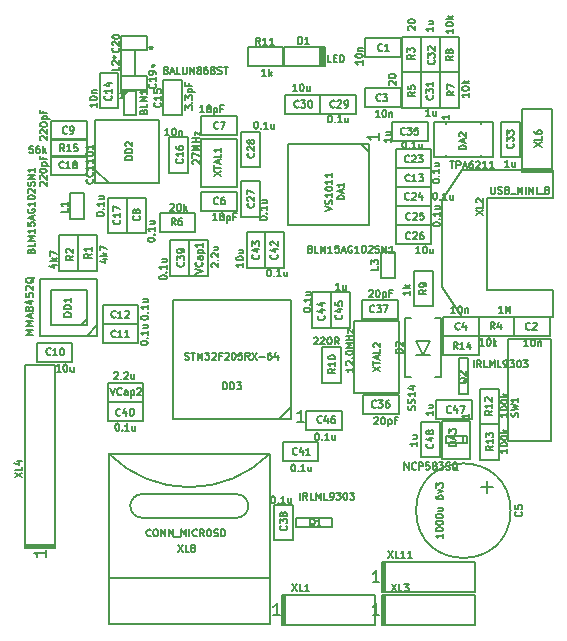
<source format=gto>
G04 #@! TF.FileFunction,Legend,Top*
%FSLAX46Y46*%
G04 Gerber Fmt 4.6, Leading zero omitted, Abs format (unit mm)*
G04 Created by KiCad (PCBNEW 4.0.2-stable) date 18.04.2016 19:48:57*
%MOMM*%
G01*
G04 APERTURE LIST*
%ADD10C,0.100000*%
%ADD11C,0.150000*%
%ADD12C,0.200660*%
%ADD13C,0.149860*%
%ADD14C,0.127000*%
G04 APERTURE END LIST*
D10*
D11*
X135680000Y-87020000D02*
X136030000Y-86670000D01*
X135680000Y-86670000D02*
X136720000Y-86670000D01*
X136720000Y-88670000D02*
X136720000Y-86670000D01*
X135680000Y-88670000D02*
X136720000Y-88670000D01*
X135680000Y-88670000D02*
X135680000Y-86670000D01*
X156100000Y-83000000D02*
X156100000Y-82200000D01*
X156100000Y-82200000D02*
X159100000Y-82200000D01*
X159100000Y-82200000D02*
X159100000Y-83800000D01*
X159100000Y-83800000D02*
X156100000Y-83800000D01*
X156100000Y-83800000D02*
X156100000Y-83000000D01*
X168700000Y-106600000D02*
X168700000Y-105800000D01*
X168700000Y-105800000D02*
X171700000Y-105800000D01*
X171700000Y-105800000D02*
X171700000Y-107400000D01*
X171700000Y-107400000D02*
X168700000Y-107400000D01*
X168700000Y-107400000D02*
X168700000Y-106600000D01*
X156100000Y-87200000D02*
X156100000Y-86400000D01*
X156100000Y-86400000D02*
X159100000Y-86400000D01*
X159100000Y-86400000D02*
X159100000Y-88000000D01*
X159100000Y-88000000D02*
X156100000Y-88000000D01*
X156100000Y-88000000D02*
X156100000Y-87200000D01*
X165700000Y-106600000D02*
X165700000Y-107400000D01*
X165700000Y-107400000D02*
X162700000Y-107400000D01*
X162700000Y-107400000D02*
X162700000Y-105800000D01*
X162700000Y-105800000D02*
X165700000Y-105800000D01*
X165700000Y-105800000D02*
X165700000Y-106600000D01*
X168400500Y-122200000D02*
G75*
G03X168400500Y-122200000I-4000500J0D01*
G01*
X166398980Y-119700640D02*
X166398980Y-120701400D01*
X166899360Y-120201020D02*
X165901140Y-120201020D01*
X145200000Y-96000000D02*
X145200000Y-96800000D01*
X145200000Y-96800000D02*
X142200000Y-96800000D01*
X142200000Y-96800000D02*
X142200000Y-95200000D01*
X142200000Y-95200000D02*
X145200000Y-95200000D01*
X145200000Y-95200000D02*
X145200000Y-96000000D01*
X142200000Y-89600000D02*
X142200000Y-88800000D01*
X142200000Y-88800000D02*
X145200000Y-88800000D01*
X145200000Y-88800000D02*
X145200000Y-90400000D01*
X145200000Y-90400000D02*
X142200000Y-90400000D01*
X142200000Y-90400000D02*
X142200000Y-89600000D01*
X136700000Y-95700000D02*
X137500000Y-95700000D01*
X137500000Y-95700000D02*
X137500000Y-98700000D01*
X137500000Y-98700000D02*
X135900000Y-98700000D01*
X135900000Y-98700000D02*
X135900000Y-95700000D01*
X135900000Y-95700000D02*
X136700000Y-95700000D01*
X132500000Y-90000000D02*
X132500000Y-90800000D01*
X132500000Y-90800000D02*
X129500000Y-90800000D01*
X129500000Y-90800000D02*
X129500000Y-89200000D01*
X129500000Y-89200000D02*
X132500000Y-89200000D01*
X132500000Y-89200000D02*
X132500000Y-90000000D01*
X133900000Y-107200000D02*
X133900000Y-106400000D01*
X133900000Y-106400000D02*
X136900000Y-106400000D01*
X136900000Y-106400000D02*
X136900000Y-108000000D01*
X136900000Y-108000000D02*
X133900000Y-108000000D01*
X133900000Y-108000000D02*
X133900000Y-107200000D01*
X133900000Y-105600000D02*
X133900000Y-104800000D01*
X133900000Y-104800000D02*
X136900000Y-104800000D01*
X136900000Y-104800000D02*
X136900000Y-106400000D01*
X136900000Y-106400000D02*
X133900000Y-106400000D01*
X133900000Y-106400000D02*
X133900000Y-105600000D01*
X158699900Y-93993200D02*
X158699900Y-93193200D01*
X158699900Y-93193200D02*
X161699900Y-93193200D01*
X161699900Y-93193200D02*
X161699900Y-94793200D01*
X161699900Y-94793200D02*
X158699900Y-94793200D01*
X158699900Y-94793200D02*
X158699900Y-93993200D01*
X134400000Y-88138000D02*
X133600000Y-88138000D01*
X133600000Y-88138000D02*
X133600000Y-85138000D01*
X133600000Y-85138000D02*
X135200000Y-85138000D01*
X135200000Y-85138000D02*
X135200000Y-88138000D01*
X135200000Y-88138000D02*
X134400000Y-88138000D01*
X139800000Y-88700000D02*
X139000000Y-88700000D01*
X139000000Y-88700000D02*
X139000000Y-85700000D01*
X139000000Y-85700000D02*
X140600000Y-85700000D01*
X140600000Y-85700000D02*
X140600000Y-88700000D01*
X140600000Y-88700000D02*
X139800000Y-88700000D01*
X140300000Y-90600000D02*
X141100000Y-90600000D01*
X141100000Y-90600000D02*
X141100000Y-93600000D01*
X141100000Y-93600000D02*
X139500000Y-93600000D01*
X139500000Y-93600000D02*
X139500000Y-90600000D01*
X139500000Y-90600000D02*
X140300000Y-90600000D01*
X135100000Y-95700000D02*
X135900000Y-95700000D01*
X135900000Y-95700000D02*
X135900000Y-98700000D01*
X135900000Y-98700000D02*
X134300000Y-98700000D01*
X134300000Y-98700000D02*
X134300000Y-95700000D01*
X134300000Y-95700000D02*
X135100000Y-95700000D01*
X132500000Y-93000000D02*
X132500000Y-93800000D01*
X132500000Y-93800000D02*
X129500000Y-93800000D01*
X129500000Y-93800000D02*
X129500000Y-92200000D01*
X129500000Y-92200000D02*
X132500000Y-92200000D01*
X132500000Y-92200000D02*
X132500000Y-93000000D01*
X136500000Y-85400000D02*
X137600000Y-85400000D01*
X137600000Y-85400000D02*
X137600000Y-86600000D01*
X137600000Y-86600000D02*
X135400000Y-86600000D01*
X135400000Y-86600000D02*
X135400000Y-85400000D01*
X135400000Y-85400000D02*
X136500000Y-85400000D01*
X136500000Y-82000000D02*
X137600000Y-82000000D01*
X137600000Y-82000000D02*
X137600000Y-83200000D01*
X137600000Y-83200000D02*
X135400000Y-83200000D01*
X135400000Y-83200000D02*
X135400000Y-82000000D01*
X135400000Y-82000000D02*
X136500000Y-82000000D01*
X158699900Y-92385100D02*
X158699900Y-91585100D01*
X158699900Y-91585100D02*
X161699900Y-91585100D01*
X161699900Y-91585100D02*
X161699900Y-93185100D01*
X161699900Y-93185100D02*
X158699900Y-93185100D01*
X158699900Y-93185100D02*
X158699900Y-92385100D01*
X158700000Y-95600000D02*
X158700000Y-94800000D01*
X158700000Y-94800000D02*
X161700000Y-94800000D01*
X161700000Y-94800000D02*
X161700000Y-96400000D01*
X161700000Y-96400000D02*
X158700000Y-96400000D01*
X158700000Y-96400000D02*
X158700000Y-95600000D01*
X158700000Y-97200000D02*
X158700000Y-96400000D01*
X158700000Y-96400000D02*
X161700000Y-96400000D01*
X161700000Y-96400000D02*
X161700000Y-98000000D01*
X161700000Y-98000000D02*
X158700000Y-98000000D01*
X158700000Y-98000000D02*
X158700000Y-97200000D01*
X146400000Y-94300000D02*
X147200000Y-94300000D01*
X147200000Y-94300000D02*
X147200000Y-97300000D01*
X147200000Y-97300000D02*
X145600000Y-97300000D01*
X145600000Y-97300000D02*
X145600000Y-94300000D01*
X145600000Y-94300000D02*
X146400000Y-94300000D01*
X146400000Y-93100000D02*
X145600000Y-93100000D01*
X145600000Y-93100000D02*
X145600000Y-90100000D01*
X145600000Y-90100000D02*
X147200000Y-90100000D01*
X147200000Y-90100000D02*
X147200000Y-93100000D01*
X147200000Y-93100000D02*
X146400000Y-93100000D01*
X152300000Y-87800000D02*
X152300000Y-87000000D01*
X152300000Y-87000000D02*
X155300000Y-87000000D01*
X155300000Y-87000000D02*
X155300000Y-88600000D01*
X155300000Y-88600000D02*
X152300000Y-88600000D01*
X152300000Y-88600000D02*
X152300000Y-87800000D01*
X161600000Y-88100000D02*
X160800000Y-88100000D01*
X160800000Y-88100000D02*
X160800000Y-85100000D01*
X160800000Y-85100000D02*
X162400000Y-85100000D01*
X162400000Y-85100000D02*
X162400000Y-88100000D01*
X162400000Y-88100000D02*
X161600000Y-88100000D01*
X161600000Y-82100000D02*
X162400000Y-82100000D01*
X162400000Y-82100000D02*
X162400000Y-85100000D01*
X162400000Y-85100000D02*
X160800000Y-85100000D01*
X160800000Y-85100000D02*
X160800000Y-82100000D01*
X160800000Y-82100000D02*
X161600000Y-82100000D01*
X168400000Y-92300000D02*
X167600000Y-92300000D01*
X167600000Y-92300000D02*
X167600000Y-89300000D01*
X167600000Y-89300000D02*
X169200000Y-89300000D01*
X169200000Y-89300000D02*
X169200000Y-92300000D01*
X169200000Y-92300000D02*
X168400000Y-92300000D01*
X161384500Y-90098700D02*
X161384500Y-90898700D01*
X161384500Y-90898700D02*
X158384500Y-90898700D01*
X158384500Y-90898700D02*
X158384500Y-89298700D01*
X158384500Y-89298700D02*
X161384500Y-89298700D01*
X161384500Y-89298700D02*
X161384500Y-90098700D01*
X158934600Y-113185100D02*
X158934600Y-113985100D01*
X158934600Y-113985100D02*
X155934600Y-113985100D01*
X155934600Y-113985100D02*
X155934600Y-112385100D01*
X155934600Y-112385100D02*
X158934600Y-112385100D01*
X158934600Y-112385100D02*
X158934600Y-113185100D01*
X155865000Y-105190700D02*
X155865000Y-104390700D01*
X155865000Y-104390700D02*
X158865000Y-104390700D01*
X158865000Y-104390700D02*
X158865000Y-105990700D01*
X158865000Y-105990700D02*
X155865000Y-105990700D01*
X155865000Y-105990700D02*
X155865000Y-105190700D01*
X149200000Y-121700000D02*
X150000000Y-121700000D01*
X150000000Y-121700000D02*
X150000000Y-124700000D01*
X150000000Y-124700000D02*
X148400000Y-124700000D01*
X148400000Y-124700000D02*
X148400000Y-121700000D01*
X148400000Y-121700000D02*
X149200000Y-121700000D01*
X140400000Y-102300000D02*
X139600000Y-102300000D01*
X139600000Y-102300000D02*
X139600000Y-99300000D01*
X139600000Y-99300000D02*
X141200000Y-99300000D01*
X141200000Y-99300000D02*
X141200000Y-102300000D01*
X141200000Y-102300000D02*
X140400000Y-102300000D01*
X137300000Y-113800000D02*
X137300000Y-114600000D01*
X137300000Y-114600000D02*
X134300000Y-114600000D01*
X134300000Y-114600000D02*
X134300000Y-113000000D01*
X134300000Y-113000000D02*
X137300000Y-113000000D01*
X137300000Y-113000000D02*
X137300000Y-113800000D01*
X149100000Y-117200000D02*
X149100000Y-116400000D01*
X149100000Y-116400000D02*
X152100000Y-116400000D01*
X152100000Y-116400000D02*
X152100000Y-118000000D01*
X152100000Y-118000000D02*
X149100000Y-118000000D01*
X149100000Y-118000000D02*
X149100000Y-117200000D01*
X148446200Y-101637700D02*
X147646200Y-101637700D01*
X147646200Y-101637700D02*
X147646200Y-98637700D01*
X147646200Y-98637700D02*
X149246200Y-98637700D01*
X149246200Y-98637700D02*
X149246200Y-101637700D01*
X149246200Y-101637700D02*
X148446200Y-101637700D01*
X152378700Y-106728100D02*
X151578700Y-106728100D01*
X151578700Y-106728100D02*
X151578700Y-103728100D01*
X151578700Y-103728100D02*
X153178700Y-103728100D01*
X153178700Y-103728100D02*
X153178700Y-106728100D01*
X153178700Y-106728100D02*
X152378700Y-106728100D01*
X153978700Y-106728100D02*
X153178700Y-106728100D01*
X153178700Y-106728100D02*
X153178700Y-103728100D01*
X153178700Y-103728100D02*
X154778700Y-103728100D01*
X154778700Y-103728100D02*
X154778700Y-106728100D01*
X154778700Y-106728100D02*
X153978700Y-106728100D01*
X151121000Y-114562100D02*
X151121000Y-113762100D01*
X151121000Y-113762100D02*
X154121000Y-113762100D01*
X154121000Y-113762100D02*
X154121000Y-115362100D01*
X154121000Y-115362100D02*
X151121000Y-115362100D01*
X151121000Y-115362100D02*
X151121000Y-114562100D01*
X165100000Y-113600000D02*
X165100000Y-114400000D01*
X165100000Y-114400000D02*
X162100000Y-114400000D01*
X162100000Y-114400000D02*
X162100000Y-112800000D01*
X162100000Y-112800000D02*
X165100000Y-112800000D01*
X165100000Y-112800000D02*
X165100000Y-113600000D01*
X161600000Y-117700000D02*
X160800000Y-117700000D01*
X160800000Y-117700000D02*
X160800000Y-114700000D01*
X160800000Y-114700000D02*
X162400000Y-114700000D01*
X162400000Y-114700000D02*
X162400000Y-117700000D01*
X162400000Y-117700000D02*
X161600000Y-117700000D01*
X152450000Y-82950000D02*
X152650000Y-82950000D01*
X152650000Y-82950000D02*
X152650000Y-84550000D01*
X152650000Y-84550000D02*
X152450000Y-84550000D01*
X152250000Y-82950000D02*
X152400000Y-82950000D01*
X152400000Y-82950000D02*
X152400000Y-84550000D01*
X152400000Y-84550000D02*
X152250000Y-84550000D01*
X152250000Y-84550000D02*
X152500000Y-84550000D01*
X152500000Y-84550000D02*
X152500000Y-82950000D01*
X152500000Y-82950000D02*
X152400000Y-82950000D01*
X149250000Y-83750000D02*
X149250000Y-82950000D01*
X149250000Y-82950000D02*
X152250000Y-82950000D01*
X152250000Y-82950000D02*
X152250000Y-84550000D01*
X152250000Y-84550000D02*
X149250000Y-84550000D01*
X149250000Y-84550000D02*
X149250000Y-83650000D01*
D12*
X160400560Y-108999440D02*
X161599440Y-108999440D01*
X161000000Y-107800560D02*
X160400560Y-107800560D01*
X160400560Y-107800560D02*
X161000000Y-108999440D01*
X161000000Y-108999440D02*
X161599440Y-107800560D01*
X161599440Y-107800560D02*
X161000000Y-107800560D01*
X162000760Y-105900640D02*
X162501140Y-105900640D01*
X162501140Y-105900640D02*
X162501140Y-110899360D01*
X162501140Y-110899360D02*
X162000760Y-110899360D01*
X159999240Y-110899360D02*
X159498860Y-110899360D01*
X159498860Y-110899360D02*
X159498860Y-105900640D01*
X159498860Y-105900640D02*
X159999240Y-105900640D01*
D11*
X155750000Y-91150000D02*
X156450000Y-91850000D01*
X156450000Y-94600000D02*
X156450000Y-98050000D01*
X156450000Y-98050000D02*
X149550000Y-98050000D01*
X149550000Y-98050000D02*
X149550000Y-91150000D01*
X149550000Y-91150000D02*
X156450000Y-91150000D01*
X156450000Y-91150000D02*
X156450000Y-94600000D01*
X165900000Y-89300000D02*
X165900000Y-89500000D01*
X162900000Y-89300000D02*
X162900000Y-89500000D01*
X162900000Y-92300000D02*
X162900000Y-92100000D01*
X165900000Y-92300000D02*
X165900000Y-92100000D01*
X164400000Y-92300000D02*
X162900000Y-92300000D01*
X162900000Y-92300000D02*
X161900000Y-92300000D01*
X161900000Y-92300000D02*
X161900000Y-89300000D01*
X161900000Y-89300000D02*
X166900000Y-89300000D01*
X166900000Y-89300000D02*
X166900000Y-92300000D01*
X166900000Y-92300000D02*
X164400000Y-92300000D01*
X164400000Y-115900000D02*
X164400000Y-116500000D01*
X162900000Y-115900000D02*
X164700000Y-115900000D01*
X164700000Y-115900000D02*
X164700000Y-116500000D01*
X164700000Y-116500000D02*
X162900000Y-116500000D01*
X162900000Y-116500000D02*
X162900000Y-115900000D01*
X165000000Y-114600000D02*
X165000000Y-117800000D01*
X165000000Y-117800000D02*
X162600000Y-117800000D01*
X162600000Y-117800000D02*
X162600000Y-114600000D01*
X162600000Y-114600000D02*
X165000000Y-114600000D01*
X132500000Y-107400000D02*
X133400000Y-106500000D01*
X133400000Y-106500000D02*
X133400000Y-106400000D01*
X131000000Y-107400000D02*
X128600000Y-107400000D01*
X128600000Y-107400000D02*
X128600000Y-102600000D01*
X128600000Y-102600000D02*
X133400000Y-102600000D01*
X133400000Y-102600000D02*
X133400000Y-107400000D01*
X133400000Y-107400000D02*
X131000000Y-107400000D01*
D13*
X132000760Y-106501140D02*
X132501140Y-106000760D01*
X129498860Y-106501140D02*
X129498860Y-103498860D01*
X129498860Y-103498860D02*
X132501140Y-103498860D01*
X132501140Y-103498860D02*
X132501140Y-106501140D01*
X132501140Y-106501140D02*
X129498860Y-106501140D01*
D11*
X134400000Y-94500000D02*
X133250000Y-93350000D01*
X133250000Y-89100000D02*
X138650000Y-89100000D01*
X138650000Y-89100000D02*
X138650000Y-94500000D01*
X138650000Y-94500000D02*
X133250000Y-94500000D01*
X133250000Y-94500000D02*
X133250000Y-89100000D01*
D13*
X149801260Y-113400500D02*
X148800500Y-114401260D01*
X149801260Y-114401260D02*
X139798740Y-114401260D01*
X139798740Y-114401260D02*
X139798740Y-104398740D01*
X139798740Y-104398740D02*
X149801260Y-104398740D01*
X149801260Y-104398740D02*
X149801260Y-114401260D01*
D11*
X132300000Y-96400000D02*
X132300000Y-97500000D01*
X132300000Y-97500000D02*
X131100000Y-97500000D01*
X131100000Y-97500000D02*
X131100000Y-95300000D01*
X131100000Y-95300000D02*
X132300000Y-95300000D01*
X132300000Y-95300000D02*
X132300000Y-96400000D01*
X136600000Y-84300000D02*
X136600000Y-85400000D01*
X136600000Y-85400000D02*
X135400000Y-85400000D01*
X135400000Y-85400000D02*
X135400000Y-83200000D01*
X135400000Y-83200000D02*
X136600000Y-83200000D01*
X136600000Y-83200000D02*
X136600000Y-84300000D01*
X157400000Y-101400000D02*
X157400000Y-100300000D01*
X157400000Y-100300000D02*
X158600000Y-100300000D01*
X158600000Y-100300000D02*
X158600000Y-102500000D01*
X158600000Y-102500000D02*
X157400000Y-102500000D01*
X157400000Y-102500000D02*
X157400000Y-101400000D01*
D14*
X153324000Y-123581000D02*
X150276000Y-123581000D01*
X150276000Y-123581000D02*
X150276000Y-122819000D01*
X150276000Y-122819000D02*
X153324000Y-122819000D01*
X153324000Y-122819000D02*
X153324000Y-123581000D01*
X164019000Y-112324000D02*
X164019000Y-109276000D01*
X164019000Y-109276000D02*
X164781000Y-109276000D01*
X164781000Y-109276000D02*
X164781000Y-112324000D01*
X164781000Y-112324000D02*
X164019000Y-112324000D01*
D11*
X132600000Y-98900000D02*
X133400000Y-98900000D01*
X133400000Y-98900000D02*
X133400000Y-101900000D01*
X133400000Y-101900000D02*
X131800000Y-101900000D01*
X131800000Y-101900000D02*
X131800000Y-98900000D01*
X131800000Y-98900000D02*
X132600000Y-98900000D01*
X131000000Y-101900000D02*
X130200000Y-101900000D01*
X130200000Y-101900000D02*
X130200000Y-98900000D01*
X130200000Y-98900000D02*
X131800000Y-98900000D01*
X131800000Y-98900000D02*
X131800000Y-101900000D01*
X131800000Y-101900000D02*
X131000000Y-101900000D01*
X160000000Y-82100000D02*
X160800000Y-82100000D01*
X160800000Y-82100000D02*
X160800000Y-85100000D01*
X160800000Y-85100000D02*
X159200000Y-85100000D01*
X159200000Y-85100000D02*
X159200000Y-82100000D01*
X159200000Y-82100000D02*
X160000000Y-82100000D01*
X168700000Y-106600000D02*
X168700000Y-107400000D01*
X168700000Y-107400000D02*
X165700000Y-107400000D01*
X165700000Y-107400000D02*
X165700000Y-105800000D01*
X165700000Y-105800000D02*
X168700000Y-105800000D01*
X168700000Y-105800000D02*
X168700000Y-106600000D01*
X160000000Y-88100000D02*
X159200000Y-88100000D01*
X159200000Y-88100000D02*
X159200000Y-85100000D01*
X159200000Y-85100000D02*
X160800000Y-85100000D01*
X160800000Y-85100000D02*
X160800000Y-88100000D01*
X160800000Y-88100000D02*
X160000000Y-88100000D01*
X138700000Y-97800000D02*
X138700000Y-97000000D01*
X138700000Y-97000000D02*
X141700000Y-97000000D01*
X141700000Y-97000000D02*
X141700000Y-98600000D01*
X141700000Y-98600000D02*
X138700000Y-98600000D01*
X138700000Y-98600000D02*
X138700000Y-97800000D01*
X163200000Y-88100000D02*
X162400000Y-88100000D01*
X162400000Y-88100000D02*
X162400000Y-85100000D01*
X162400000Y-85100000D02*
X164000000Y-85100000D01*
X164000000Y-85100000D02*
X164000000Y-88100000D01*
X164000000Y-88100000D02*
X163200000Y-88100000D01*
X163200000Y-82100000D02*
X164000000Y-82100000D01*
X164000000Y-82100000D02*
X164000000Y-85100000D01*
X164000000Y-85100000D02*
X162400000Y-85100000D01*
X162400000Y-85100000D02*
X162400000Y-82100000D01*
X162400000Y-82100000D02*
X163200000Y-82100000D01*
X161000000Y-101900000D02*
X161800000Y-101900000D01*
X161800000Y-101900000D02*
X161800000Y-104900000D01*
X161800000Y-104900000D02*
X160200000Y-104900000D01*
X160200000Y-104900000D02*
X160200000Y-101900000D01*
X160200000Y-101900000D02*
X161000000Y-101900000D01*
X153256900Y-111385200D02*
X152456900Y-111385200D01*
X152456900Y-111385200D02*
X152456900Y-108385200D01*
X152456900Y-108385200D02*
X154056900Y-108385200D01*
X154056900Y-108385200D02*
X154056900Y-111385200D01*
X154056900Y-111385200D02*
X153256900Y-111385200D01*
X146150000Y-83750000D02*
X146150000Y-82950000D01*
X146150000Y-82950000D02*
X149150000Y-82950000D01*
X149150000Y-82950000D02*
X149150000Y-84550000D01*
X149150000Y-84550000D02*
X146150000Y-84550000D01*
X146150000Y-84550000D02*
X146150000Y-83750000D01*
X166600000Y-111900000D02*
X167400000Y-111900000D01*
X167400000Y-111900000D02*
X167400000Y-114900000D01*
X167400000Y-114900000D02*
X165800000Y-114900000D01*
X165800000Y-114900000D02*
X165800000Y-111900000D01*
X165800000Y-111900000D02*
X166600000Y-111900000D01*
X166600000Y-114900000D02*
X167400000Y-114900000D01*
X167400000Y-114900000D02*
X167400000Y-117900000D01*
X167400000Y-117900000D02*
X165800000Y-117900000D01*
X165800000Y-117900000D02*
X165800000Y-114900000D01*
X165800000Y-114900000D02*
X166600000Y-114900000D01*
X162700000Y-108200000D02*
X162700000Y-107400000D01*
X162700000Y-107400000D02*
X165700000Y-107400000D01*
X165700000Y-107400000D02*
X165700000Y-109000000D01*
X165700000Y-109000000D02*
X162700000Y-109000000D01*
X162700000Y-109000000D02*
X162700000Y-108200000D01*
X132500000Y-91500000D02*
X132500000Y-92300000D01*
X132500000Y-92300000D02*
X129500000Y-92300000D01*
X129500000Y-92300000D02*
X129500000Y-90700000D01*
X129500000Y-90700000D02*
X132500000Y-90700000D01*
X132500000Y-90700000D02*
X132500000Y-91500000D01*
X171800000Y-116300000D02*
X168200000Y-116300000D01*
X168200000Y-116300000D02*
X168200000Y-107700000D01*
X168200000Y-107700000D02*
X171800000Y-107700000D01*
X171800000Y-107700000D02*
X171800000Y-116300000D01*
X142000000Y-102300000D02*
X141200000Y-102300000D01*
X141200000Y-102300000D02*
X141200000Y-99300000D01*
X141200000Y-99300000D02*
X142800000Y-99300000D01*
X142800000Y-99300000D02*
X142800000Y-102300000D01*
X142800000Y-102300000D02*
X142000000Y-102300000D01*
X137300000Y-112200000D02*
X137300000Y-113000000D01*
X137300000Y-113000000D02*
X134300000Y-113000000D01*
X134300000Y-113000000D02*
X134300000Y-111400000D01*
X134300000Y-111400000D02*
X137300000Y-111400000D01*
X137300000Y-111400000D02*
X137300000Y-112200000D01*
X149330000Y-131870000D02*
X156950000Y-131870000D01*
X149330000Y-129330000D02*
X156950000Y-129330000D01*
X149330000Y-131870000D02*
X149076000Y-131870000D01*
X149076000Y-131870000D02*
X149076000Y-129330000D01*
X149076000Y-129330000D02*
X149330000Y-129330000D01*
X149330000Y-129330000D02*
X149203000Y-129330000D01*
X149203000Y-129330000D02*
X149203000Y-131870000D01*
X156950000Y-129330000D02*
X156950000Y-131870000D01*
X149330000Y-131870000D02*
X149330000Y-129330000D01*
X172000000Y-103500000D02*
X172000000Y-105800000D01*
X172000000Y-105800000D02*
X164300000Y-105800000D01*
X164300000Y-105800000D02*
X162600000Y-103300000D01*
X162600000Y-103300000D02*
X162600000Y-95900000D01*
X162600000Y-95900000D02*
X164300000Y-93400000D01*
X164300000Y-93400000D02*
X172000000Y-93400000D01*
X172000000Y-93400000D02*
X172000000Y-95700000D01*
X172000000Y-103500000D02*
X166400000Y-103500000D01*
X166400000Y-103500000D02*
X166400000Y-95700000D01*
X166400000Y-95700000D02*
X172000000Y-95700000D01*
X157730000Y-131870000D02*
X165350000Y-131870000D01*
X157730000Y-129330000D02*
X165350000Y-129330000D01*
X157730000Y-131870000D02*
X157476000Y-131870000D01*
X157476000Y-131870000D02*
X157476000Y-129330000D01*
X157476000Y-129330000D02*
X157730000Y-129330000D01*
X157730000Y-129330000D02*
X157603000Y-129330000D01*
X157603000Y-129330000D02*
X157603000Y-131870000D01*
X165350000Y-129330000D02*
X165350000Y-131870000D01*
X157730000Y-131870000D02*
X157730000Y-129330000D01*
X171870000Y-88190000D02*
X171870000Y-93270000D01*
X169330000Y-88190000D02*
X169330000Y-93270000D01*
X171870000Y-93397000D02*
X171870000Y-93270000D01*
X169330000Y-93270000D02*
X169330000Y-93524000D01*
X169330000Y-93524000D02*
X171870000Y-93524000D01*
X171870000Y-93524000D02*
X171870000Y-93397000D01*
X171870000Y-93397000D02*
X169457000Y-93397000D01*
X169330000Y-88190000D02*
X171870000Y-88190000D01*
X171870000Y-93270000D02*
X169330000Y-93270000D01*
D13*
X134400420Y-127899460D02*
X147999580Y-127899460D01*
X145200500Y-122801680D02*
G75*
G03X146201260Y-121800920I0J1000760D01*
G01*
X146201260Y-121800920D02*
G75*
G03X145200500Y-120800160I-1000760J0D01*
G01*
X137199500Y-120800160D02*
G75*
G03X136198740Y-121800920I0J-1000760D01*
G01*
X136201280Y-121800920D02*
G75*
G03X137199500Y-122799140I998220J0D01*
G01*
X145200500Y-120800160D02*
X137199500Y-120800160D01*
X137199500Y-122799140D02*
X145200500Y-122799140D01*
X134400420Y-117399100D02*
G75*
G03X147999580Y-117399100I6799580J6799580D01*
G01*
X134400420Y-117399100D02*
X147999580Y-117399100D01*
X147999580Y-117399100D02*
X147999580Y-131800900D01*
X147999580Y-131800900D02*
X134400420Y-131800900D01*
X134400420Y-131800900D02*
X134400420Y-117399100D01*
D11*
X157730000Y-129070000D02*
X165350000Y-129070000D01*
X157730000Y-126530000D02*
X165350000Y-126530000D01*
X157730000Y-129070000D02*
X157476000Y-129070000D01*
X157476000Y-129070000D02*
X157476000Y-126530000D01*
X157476000Y-126530000D02*
X157730000Y-126530000D01*
X157730000Y-126530000D02*
X157603000Y-126530000D01*
X157603000Y-126530000D02*
X157603000Y-129070000D01*
X165350000Y-126530000D02*
X165350000Y-129070000D01*
X157730000Y-129070000D02*
X157730000Y-126530000D01*
X142176000Y-94832000D02*
X142176000Y-90768000D01*
X142176000Y-90768000D02*
X145224000Y-90768000D01*
X145224000Y-90768000D02*
X145224000Y-94832000D01*
X145224000Y-94832000D02*
X142176000Y-94832000D01*
X155176000Y-109189200D02*
X155176000Y-106141200D01*
X155176000Y-106141200D02*
X158986000Y-106141200D01*
X158986000Y-106141200D02*
X158986000Y-112237200D01*
X158986000Y-112237200D02*
X155176000Y-112237200D01*
X155176000Y-112237200D02*
X155176000Y-109189200D01*
X131300000Y-108800000D02*
X131300000Y-109600000D01*
X131300000Y-109600000D02*
X128300000Y-109600000D01*
X128300000Y-109600000D02*
X128300000Y-108000000D01*
X128300000Y-108000000D02*
X131300000Y-108000000D01*
X131300000Y-108000000D02*
X131300000Y-108800000D01*
X158700000Y-98800000D02*
X158700000Y-98000000D01*
X158700000Y-98000000D02*
X161700000Y-98000000D01*
X161700000Y-98000000D02*
X161700000Y-99600000D01*
X161700000Y-99600000D02*
X158700000Y-99600000D01*
X158700000Y-99600000D02*
X158700000Y-98800000D01*
X152300000Y-87800000D02*
X152300000Y-88600000D01*
X152300000Y-88600000D02*
X149300000Y-88600000D01*
X149300000Y-88600000D02*
X149300000Y-87000000D01*
X149300000Y-87000000D02*
X152300000Y-87000000D01*
X152300000Y-87000000D02*
X152300000Y-87800000D01*
X146845400Y-101637600D02*
X146045400Y-101637600D01*
X146045400Y-101637600D02*
X146045400Y-98637600D01*
X146045400Y-98637600D02*
X147645400Y-98637600D01*
X147645400Y-98637600D02*
X147645400Y-101637600D01*
X147645400Y-101637600D02*
X146845400Y-101637600D01*
X129870000Y-125070000D02*
X129870000Y-109830000D01*
X127330000Y-109830000D02*
X127330000Y-125070000D01*
X127330000Y-109830000D02*
X129870000Y-109830000D01*
X129870000Y-125070000D02*
X129870000Y-125324000D01*
X129870000Y-125324000D02*
X127330000Y-125324000D01*
X127330000Y-125324000D02*
X127330000Y-125070000D01*
X127330000Y-125070000D02*
X127330000Y-125197000D01*
X127330000Y-125197000D02*
X129870000Y-125197000D01*
X129870000Y-125070000D02*
X127330000Y-125070000D01*
X137347143Y-88430000D02*
X137375714Y-88344286D01*
X137404286Y-88315714D01*
X137461429Y-88287143D01*
X137547143Y-88287143D01*
X137604286Y-88315714D01*
X137632857Y-88344286D01*
X137661429Y-88401428D01*
X137661429Y-88630000D01*
X137061429Y-88630000D01*
X137061429Y-88430000D01*
X137090000Y-88372857D01*
X137118571Y-88344286D01*
X137175714Y-88315714D01*
X137232857Y-88315714D01*
X137290000Y-88344286D01*
X137318571Y-88372857D01*
X137347143Y-88430000D01*
X137347143Y-88630000D01*
X137661429Y-87744286D02*
X137661429Y-88030000D01*
X137061429Y-88030000D01*
X137661429Y-87544286D02*
X137061429Y-87544286D01*
X137661429Y-87201429D01*
X137061429Y-87201429D01*
X137661429Y-86601429D02*
X137661429Y-86944286D01*
X137661429Y-86772858D02*
X137061429Y-86772858D01*
X137147143Y-86830001D01*
X137204286Y-86887143D01*
X137232857Y-86944286D01*
X139242857Y-84907143D02*
X139328571Y-84935714D01*
X139357143Y-84964286D01*
X139385714Y-85021429D01*
X139385714Y-85107143D01*
X139357143Y-85164286D01*
X139328571Y-85192857D01*
X139271429Y-85221429D01*
X139042857Y-85221429D01*
X139042857Y-84621429D01*
X139242857Y-84621429D01*
X139300000Y-84650000D01*
X139328571Y-84678571D01*
X139357143Y-84735714D01*
X139357143Y-84792857D01*
X139328571Y-84850000D01*
X139300000Y-84878571D01*
X139242857Y-84907143D01*
X139042857Y-84907143D01*
X139614286Y-85050000D02*
X139900000Y-85050000D01*
X139557143Y-85221429D02*
X139757143Y-84621429D01*
X139957143Y-85221429D01*
X140442857Y-85221429D02*
X140157143Y-85221429D01*
X140157143Y-84621429D01*
X140642857Y-84621429D02*
X140642857Y-85107143D01*
X140671429Y-85164286D01*
X140700000Y-85192857D01*
X140757143Y-85221429D01*
X140871429Y-85221429D01*
X140928571Y-85192857D01*
X140957143Y-85164286D01*
X140985714Y-85107143D01*
X140985714Y-84621429D01*
X141271428Y-85221429D02*
X141271428Y-84621429D01*
X141614285Y-85221429D01*
X141614285Y-84621429D01*
X141985713Y-84878571D02*
X141928571Y-84850000D01*
X141899999Y-84821429D01*
X141871428Y-84764286D01*
X141871428Y-84735714D01*
X141899999Y-84678571D01*
X141928571Y-84650000D01*
X141985713Y-84621429D01*
X142099999Y-84621429D01*
X142157142Y-84650000D01*
X142185713Y-84678571D01*
X142214285Y-84735714D01*
X142214285Y-84764286D01*
X142185713Y-84821429D01*
X142157142Y-84850000D01*
X142099999Y-84878571D01*
X141985713Y-84878571D01*
X141928571Y-84907143D01*
X141899999Y-84935714D01*
X141871428Y-84992857D01*
X141871428Y-85107143D01*
X141899999Y-85164286D01*
X141928571Y-85192857D01*
X141985713Y-85221429D01*
X142099999Y-85221429D01*
X142157142Y-85192857D01*
X142185713Y-85164286D01*
X142214285Y-85107143D01*
X142214285Y-84992857D01*
X142185713Y-84935714D01*
X142157142Y-84907143D01*
X142099999Y-84878571D01*
X142728571Y-84621429D02*
X142614285Y-84621429D01*
X142557142Y-84650000D01*
X142528571Y-84678571D01*
X142471428Y-84764286D01*
X142442857Y-84878571D01*
X142442857Y-85107143D01*
X142471428Y-85164286D01*
X142500000Y-85192857D01*
X142557142Y-85221429D01*
X142671428Y-85221429D01*
X142728571Y-85192857D01*
X142757142Y-85164286D01*
X142785714Y-85107143D01*
X142785714Y-84964286D01*
X142757142Y-84907143D01*
X142728571Y-84878571D01*
X142671428Y-84850000D01*
X142557142Y-84850000D01*
X142500000Y-84878571D01*
X142471428Y-84907143D01*
X142442857Y-84964286D01*
X143128571Y-84878571D02*
X143071429Y-84850000D01*
X143042857Y-84821429D01*
X143014286Y-84764286D01*
X143014286Y-84735714D01*
X143042857Y-84678571D01*
X143071429Y-84650000D01*
X143128571Y-84621429D01*
X143242857Y-84621429D01*
X143300000Y-84650000D01*
X143328571Y-84678571D01*
X143357143Y-84735714D01*
X143357143Y-84764286D01*
X143328571Y-84821429D01*
X143300000Y-84850000D01*
X143242857Y-84878571D01*
X143128571Y-84878571D01*
X143071429Y-84907143D01*
X143042857Y-84935714D01*
X143014286Y-84992857D01*
X143014286Y-85107143D01*
X143042857Y-85164286D01*
X143071429Y-85192857D01*
X143128571Y-85221429D01*
X143242857Y-85221429D01*
X143300000Y-85192857D01*
X143328571Y-85164286D01*
X143357143Y-85107143D01*
X143357143Y-84992857D01*
X143328571Y-84935714D01*
X143300000Y-84907143D01*
X143242857Y-84878571D01*
X143585715Y-85192857D02*
X143671429Y-85221429D01*
X143814286Y-85221429D01*
X143871429Y-85192857D01*
X143900000Y-85164286D01*
X143928572Y-85107143D01*
X143928572Y-85050000D01*
X143900000Y-84992857D01*
X143871429Y-84964286D01*
X143814286Y-84935714D01*
X143700000Y-84907143D01*
X143642858Y-84878571D01*
X143614286Y-84850000D01*
X143585715Y-84792857D01*
X143585715Y-84735714D01*
X143614286Y-84678571D01*
X143642858Y-84650000D01*
X143700000Y-84621429D01*
X143842858Y-84621429D01*
X143928572Y-84650000D01*
X144100001Y-84621429D02*
X144442858Y-84621429D01*
X144271429Y-85221429D02*
X144271429Y-84621429D01*
X135671429Y-87271429D02*
X135328572Y-87271429D01*
X135500000Y-87271429D02*
X135500000Y-86671429D01*
X135442857Y-86757143D01*
X135385715Y-86814286D01*
X135328572Y-86842857D01*
X157550000Y-83214286D02*
X157521429Y-83242857D01*
X157435715Y-83271429D01*
X157378572Y-83271429D01*
X157292857Y-83242857D01*
X157235715Y-83185714D01*
X157207143Y-83128571D01*
X157178572Y-83014286D01*
X157178572Y-82928571D01*
X157207143Y-82814286D01*
X157235715Y-82757143D01*
X157292857Y-82700000D01*
X157378572Y-82671429D01*
X157435715Y-82671429D01*
X157521429Y-82700000D01*
X157550000Y-82728571D01*
X158121429Y-83271429D02*
X157778572Y-83271429D01*
X157950000Y-83271429D02*
X157950000Y-82671429D01*
X157892857Y-82757143D01*
X157835715Y-82814286D01*
X157778572Y-82842857D01*
X155871429Y-84085714D02*
X155871429Y-84428571D01*
X155871429Y-84257143D02*
X155271429Y-84257143D01*
X155357143Y-84314286D01*
X155414286Y-84371428D01*
X155442857Y-84428571D01*
X155271429Y-83714285D02*
X155271429Y-83657142D01*
X155300000Y-83599999D01*
X155328571Y-83571428D01*
X155385714Y-83542857D01*
X155500000Y-83514285D01*
X155642857Y-83514285D01*
X155757143Y-83542857D01*
X155814286Y-83571428D01*
X155842857Y-83599999D01*
X155871429Y-83657142D01*
X155871429Y-83714285D01*
X155842857Y-83771428D01*
X155814286Y-83799999D01*
X155757143Y-83828571D01*
X155642857Y-83857142D01*
X155500000Y-83857142D01*
X155385714Y-83828571D01*
X155328571Y-83799999D01*
X155300000Y-83771428D01*
X155271429Y-83714285D01*
X155471429Y-83257142D02*
X155871429Y-83257142D01*
X155528571Y-83257142D02*
X155500000Y-83228570D01*
X155471429Y-83171428D01*
X155471429Y-83085713D01*
X155500000Y-83028570D01*
X155557143Y-82999999D01*
X155871429Y-82999999D01*
X170050000Y-106814286D02*
X170021429Y-106842857D01*
X169935715Y-106871429D01*
X169878572Y-106871429D01*
X169792857Y-106842857D01*
X169735715Y-106785714D01*
X169707143Y-106728571D01*
X169678572Y-106614286D01*
X169678572Y-106528571D01*
X169707143Y-106414286D01*
X169735715Y-106357143D01*
X169792857Y-106300000D01*
X169878572Y-106271429D01*
X169935715Y-106271429D01*
X170021429Y-106300000D01*
X170050000Y-106328571D01*
X170278572Y-106328571D02*
X170307143Y-106300000D01*
X170364286Y-106271429D01*
X170507143Y-106271429D01*
X170564286Y-106300000D01*
X170592857Y-106328571D01*
X170621429Y-106385714D01*
X170621429Y-106442857D01*
X170592857Y-106528571D01*
X170250000Y-106871429D01*
X170621429Y-106871429D01*
X169913346Y-108270969D02*
X169570489Y-108270969D01*
X169741917Y-108270969D02*
X169741917Y-107670969D01*
X169684774Y-107756683D01*
X169627632Y-107813826D01*
X169570489Y-107842397D01*
X170284775Y-107670969D02*
X170341918Y-107670969D01*
X170399061Y-107699540D01*
X170427632Y-107728111D01*
X170456203Y-107785254D01*
X170484775Y-107899540D01*
X170484775Y-108042397D01*
X170456203Y-108156683D01*
X170427632Y-108213826D01*
X170399061Y-108242397D01*
X170341918Y-108270969D01*
X170284775Y-108270969D01*
X170227632Y-108242397D01*
X170199061Y-108213826D01*
X170170489Y-108156683D01*
X170141918Y-108042397D01*
X170141918Y-107899540D01*
X170170489Y-107785254D01*
X170199061Y-107728111D01*
X170227632Y-107699540D01*
X170284775Y-107670969D01*
X170741918Y-107870969D02*
X170741918Y-108270969D01*
X170741918Y-107928111D02*
X170770490Y-107899540D01*
X170827632Y-107870969D01*
X170913347Y-107870969D01*
X170970490Y-107899540D01*
X170999061Y-107956683D01*
X170999061Y-108270969D01*
X157400000Y-87464286D02*
X157371429Y-87492857D01*
X157285715Y-87521429D01*
X157228572Y-87521429D01*
X157142857Y-87492857D01*
X157085715Y-87435714D01*
X157057143Y-87378571D01*
X157028572Y-87264286D01*
X157028572Y-87178571D01*
X157057143Y-87064286D01*
X157085715Y-87007143D01*
X157142857Y-86950000D01*
X157228572Y-86921429D01*
X157285715Y-86921429D01*
X157371429Y-86950000D01*
X157400000Y-86978571D01*
X157600000Y-86921429D02*
X157971429Y-86921429D01*
X157771429Y-87150000D01*
X157857143Y-87150000D01*
X157914286Y-87178571D01*
X157942857Y-87207143D01*
X157971429Y-87264286D01*
X157971429Y-87407143D01*
X157942857Y-87464286D01*
X157914286Y-87492857D01*
X157857143Y-87521429D01*
X157685715Y-87521429D01*
X157628572Y-87492857D01*
X157600000Y-87464286D01*
X157313346Y-88870969D02*
X156970489Y-88870969D01*
X157141917Y-88870969D02*
X157141917Y-88270969D01*
X157084774Y-88356683D01*
X157027632Y-88413826D01*
X156970489Y-88442397D01*
X157684775Y-88270969D02*
X157741918Y-88270969D01*
X157799061Y-88299540D01*
X157827632Y-88328111D01*
X157856203Y-88385254D01*
X157884775Y-88499540D01*
X157884775Y-88642397D01*
X157856203Y-88756683D01*
X157827632Y-88813826D01*
X157799061Y-88842397D01*
X157741918Y-88870969D01*
X157684775Y-88870969D01*
X157627632Y-88842397D01*
X157599061Y-88813826D01*
X157570489Y-88756683D01*
X157541918Y-88642397D01*
X157541918Y-88499540D01*
X157570489Y-88385254D01*
X157599061Y-88328111D01*
X157627632Y-88299540D01*
X157684775Y-88270969D01*
X158141918Y-88470969D02*
X158141918Y-88870969D01*
X158141918Y-88528111D02*
X158170490Y-88499540D01*
X158227632Y-88470969D01*
X158313347Y-88470969D01*
X158370490Y-88499540D01*
X158399061Y-88556683D01*
X158399061Y-88870969D01*
X164100000Y-106814286D02*
X164071429Y-106842857D01*
X163985715Y-106871429D01*
X163928572Y-106871429D01*
X163842857Y-106842857D01*
X163785715Y-106785714D01*
X163757143Y-106728571D01*
X163728572Y-106614286D01*
X163728572Y-106528571D01*
X163757143Y-106414286D01*
X163785715Y-106357143D01*
X163842857Y-106300000D01*
X163928572Y-106271429D01*
X163985715Y-106271429D01*
X164071429Y-106300000D01*
X164100000Y-106328571D01*
X164614286Y-106471429D02*
X164614286Y-106871429D01*
X164471429Y-106242857D02*
X164328572Y-106671429D01*
X164700000Y-106671429D01*
X163715226Y-105471889D02*
X163372369Y-105471889D01*
X163543797Y-105471889D02*
X163543797Y-104871889D01*
X163486654Y-104957603D01*
X163429512Y-105014746D01*
X163372369Y-105043317D01*
X164086655Y-104871889D02*
X164143798Y-104871889D01*
X164200941Y-104900460D01*
X164229512Y-104929031D01*
X164258083Y-104986174D01*
X164286655Y-105100460D01*
X164286655Y-105243317D01*
X164258083Y-105357603D01*
X164229512Y-105414746D01*
X164200941Y-105443317D01*
X164143798Y-105471889D01*
X164086655Y-105471889D01*
X164029512Y-105443317D01*
X164000941Y-105414746D01*
X163972369Y-105357603D01*
X163943798Y-105243317D01*
X163943798Y-105100460D01*
X163972369Y-104986174D01*
X164000941Y-104929031D01*
X164029512Y-104900460D01*
X164086655Y-104871889D01*
X164543798Y-105071889D02*
X164543798Y-105471889D01*
X164543798Y-105129031D02*
X164572370Y-105100460D01*
X164629512Y-105071889D01*
X164715227Y-105071889D01*
X164772370Y-105100460D01*
X164800941Y-105157603D01*
X164800941Y-105471889D01*
X169314286Y-122300000D02*
X169342857Y-122328571D01*
X169371429Y-122414285D01*
X169371429Y-122471428D01*
X169342857Y-122557143D01*
X169285714Y-122614285D01*
X169228571Y-122642857D01*
X169114286Y-122671428D01*
X169028571Y-122671428D01*
X168914286Y-122642857D01*
X168857143Y-122614285D01*
X168800000Y-122557143D01*
X168771429Y-122471428D01*
X168771429Y-122414285D01*
X168800000Y-122328571D01*
X168828571Y-122300000D01*
X168771429Y-121757143D02*
X168771429Y-122042857D01*
X169057143Y-122071428D01*
X169028571Y-122042857D01*
X169000000Y-121985714D01*
X169000000Y-121842857D01*
X169028571Y-121785714D01*
X169057143Y-121757143D01*
X169114286Y-121728571D01*
X169257143Y-121728571D01*
X169314286Y-121757143D01*
X169342857Y-121785714D01*
X169371429Y-121842857D01*
X169371429Y-121985714D01*
X169342857Y-122042857D01*
X169314286Y-122071428D01*
X162671429Y-124185715D02*
X162671429Y-124528572D01*
X162671429Y-124357144D02*
X162071429Y-124357144D01*
X162157143Y-124414287D01*
X162214286Y-124471429D01*
X162242857Y-124528572D01*
X162071429Y-123814286D02*
X162071429Y-123757143D01*
X162100000Y-123700000D01*
X162128571Y-123671429D01*
X162185714Y-123642858D01*
X162300000Y-123614286D01*
X162442857Y-123614286D01*
X162557143Y-123642858D01*
X162614286Y-123671429D01*
X162642857Y-123700000D01*
X162671429Y-123757143D01*
X162671429Y-123814286D01*
X162642857Y-123871429D01*
X162614286Y-123900000D01*
X162557143Y-123928572D01*
X162442857Y-123957143D01*
X162300000Y-123957143D01*
X162185714Y-123928572D01*
X162128571Y-123900000D01*
X162100000Y-123871429D01*
X162071429Y-123814286D01*
X162071429Y-123242857D02*
X162071429Y-123185714D01*
X162100000Y-123128571D01*
X162128571Y-123100000D01*
X162185714Y-123071429D01*
X162300000Y-123042857D01*
X162442857Y-123042857D01*
X162557143Y-123071429D01*
X162614286Y-123100000D01*
X162642857Y-123128571D01*
X162671429Y-123185714D01*
X162671429Y-123242857D01*
X162642857Y-123300000D01*
X162614286Y-123328571D01*
X162557143Y-123357143D01*
X162442857Y-123385714D01*
X162300000Y-123385714D01*
X162185714Y-123357143D01*
X162128571Y-123328571D01*
X162100000Y-123300000D01*
X162071429Y-123242857D01*
X162071429Y-122671428D02*
X162071429Y-122614285D01*
X162100000Y-122557142D01*
X162128571Y-122528571D01*
X162185714Y-122500000D01*
X162300000Y-122471428D01*
X162442857Y-122471428D01*
X162557143Y-122500000D01*
X162614286Y-122528571D01*
X162642857Y-122557142D01*
X162671429Y-122614285D01*
X162671429Y-122671428D01*
X162642857Y-122728571D01*
X162614286Y-122757142D01*
X162557143Y-122785714D01*
X162442857Y-122814285D01*
X162300000Y-122814285D01*
X162185714Y-122785714D01*
X162128571Y-122757142D01*
X162100000Y-122728571D01*
X162071429Y-122671428D01*
X162271429Y-121957142D02*
X162671429Y-121957142D01*
X162271429Y-122214285D02*
X162585714Y-122214285D01*
X162642857Y-122185713D01*
X162671429Y-122128571D01*
X162671429Y-122042856D01*
X162642857Y-121985713D01*
X162614286Y-121957142D01*
X162071429Y-120957142D02*
X162071429Y-121071428D01*
X162100000Y-121128571D01*
X162128571Y-121157142D01*
X162214286Y-121214285D01*
X162328571Y-121242856D01*
X162557143Y-121242856D01*
X162614286Y-121214285D01*
X162642857Y-121185713D01*
X162671429Y-121128571D01*
X162671429Y-121014285D01*
X162642857Y-120957142D01*
X162614286Y-120928571D01*
X162557143Y-120899999D01*
X162414286Y-120899999D01*
X162357143Y-120928571D01*
X162328571Y-120957142D01*
X162300000Y-121014285D01*
X162300000Y-121128571D01*
X162328571Y-121185713D01*
X162357143Y-121214285D01*
X162414286Y-121242856D01*
X162271429Y-120699999D02*
X162671429Y-120557142D01*
X162271429Y-120414284D01*
X162071429Y-120242856D02*
X162071429Y-119871427D01*
X162300000Y-120071427D01*
X162300000Y-119985713D01*
X162328571Y-119928570D01*
X162357143Y-119899999D01*
X162414286Y-119871427D01*
X162557143Y-119871427D01*
X162614286Y-119899999D01*
X162642857Y-119928570D01*
X162671429Y-119985713D01*
X162671429Y-120157141D01*
X162642857Y-120214284D01*
X162614286Y-120242856D01*
X143650000Y-96214286D02*
X143621429Y-96242857D01*
X143535715Y-96271429D01*
X143478572Y-96271429D01*
X143392857Y-96242857D01*
X143335715Y-96185714D01*
X143307143Y-96128571D01*
X143278572Y-96014286D01*
X143278572Y-95928571D01*
X143307143Y-95814286D01*
X143335715Y-95757143D01*
X143392857Y-95700000D01*
X143478572Y-95671429D01*
X143535715Y-95671429D01*
X143621429Y-95700000D01*
X143650000Y-95728571D01*
X144164286Y-95671429D02*
X144050000Y-95671429D01*
X143992857Y-95700000D01*
X143964286Y-95728571D01*
X143907143Y-95814286D01*
X143878572Y-95928571D01*
X143878572Y-96157143D01*
X143907143Y-96214286D01*
X143935715Y-96242857D01*
X143992857Y-96271429D01*
X144107143Y-96271429D01*
X144164286Y-96242857D01*
X144192857Y-96214286D01*
X144221429Y-96157143D01*
X144221429Y-96014286D01*
X144192857Y-95957143D01*
X144164286Y-95928571D01*
X144107143Y-95900000D01*
X143992857Y-95900000D01*
X143935715Y-95928571D01*
X143907143Y-95957143D01*
X143878572Y-96014286D01*
X143557143Y-97621429D02*
X143214286Y-97621429D01*
X143385714Y-97621429D02*
X143385714Y-97021429D01*
X143328571Y-97107143D01*
X143271429Y-97164286D01*
X143214286Y-97192857D01*
X143900000Y-97278571D02*
X143842858Y-97250000D01*
X143814286Y-97221429D01*
X143785715Y-97164286D01*
X143785715Y-97135714D01*
X143814286Y-97078571D01*
X143842858Y-97050000D01*
X143900000Y-97021429D01*
X144014286Y-97021429D01*
X144071429Y-97050000D01*
X144100000Y-97078571D01*
X144128572Y-97135714D01*
X144128572Y-97164286D01*
X144100000Y-97221429D01*
X144071429Y-97250000D01*
X144014286Y-97278571D01*
X143900000Y-97278571D01*
X143842858Y-97307143D01*
X143814286Y-97335714D01*
X143785715Y-97392857D01*
X143785715Y-97507143D01*
X143814286Y-97564286D01*
X143842858Y-97592857D01*
X143900000Y-97621429D01*
X144014286Y-97621429D01*
X144071429Y-97592857D01*
X144100000Y-97564286D01*
X144128572Y-97507143D01*
X144128572Y-97392857D01*
X144100000Y-97335714D01*
X144071429Y-97307143D01*
X144014286Y-97278571D01*
X144385715Y-97221429D02*
X144385715Y-97821429D01*
X144385715Y-97250000D02*
X144442858Y-97221429D01*
X144557144Y-97221429D01*
X144614287Y-97250000D01*
X144642858Y-97278571D01*
X144671429Y-97335714D01*
X144671429Y-97507143D01*
X144642858Y-97564286D01*
X144614287Y-97592857D01*
X144557144Y-97621429D01*
X144442858Y-97621429D01*
X144385715Y-97592857D01*
X145128572Y-97307143D02*
X144928572Y-97307143D01*
X144928572Y-97621429D02*
X144928572Y-97021429D01*
X145214286Y-97021429D01*
X143650000Y-89814286D02*
X143621429Y-89842857D01*
X143535715Y-89871429D01*
X143478572Y-89871429D01*
X143392857Y-89842857D01*
X143335715Y-89785714D01*
X143307143Y-89728571D01*
X143278572Y-89614286D01*
X143278572Y-89528571D01*
X143307143Y-89414286D01*
X143335715Y-89357143D01*
X143392857Y-89300000D01*
X143478572Y-89271429D01*
X143535715Y-89271429D01*
X143621429Y-89300000D01*
X143650000Y-89328571D01*
X143850000Y-89271429D02*
X144250000Y-89271429D01*
X143992857Y-89871429D01*
X142457143Y-88471429D02*
X142114286Y-88471429D01*
X142285714Y-88471429D02*
X142285714Y-87871429D01*
X142228571Y-87957143D01*
X142171429Y-88014286D01*
X142114286Y-88042857D01*
X142800000Y-88128571D02*
X142742858Y-88100000D01*
X142714286Y-88071429D01*
X142685715Y-88014286D01*
X142685715Y-87985714D01*
X142714286Y-87928571D01*
X142742858Y-87900000D01*
X142800000Y-87871429D01*
X142914286Y-87871429D01*
X142971429Y-87900000D01*
X143000000Y-87928571D01*
X143028572Y-87985714D01*
X143028572Y-88014286D01*
X143000000Y-88071429D01*
X142971429Y-88100000D01*
X142914286Y-88128571D01*
X142800000Y-88128571D01*
X142742858Y-88157143D01*
X142714286Y-88185714D01*
X142685715Y-88242857D01*
X142685715Y-88357143D01*
X142714286Y-88414286D01*
X142742858Y-88442857D01*
X142800000Y-88471429D01*
X142914286Y-88471429D01*
X142971429Y-88442857D01*
X143000000Y-88414286D01*
X143028572Y-88357143D01*
X143028572Y-88242857D01*
X143000000Y-88185714D01*
X142971429Y-88157143D01*
X142914286Y-88128571D01*
X143285715Y-88071429D02*
X143285715Y-88671429D01*
X143285715Y-88100000D02*
X143342858Y-88071429D01*
X143457144Y-88071429D01*
X143514287Y-88100000D01*
X143542858Y-88128571D01*
X143571429Y-88185714D01*
X143571429Y-88357143D01*
X143542858Y-88414286D01*
X143514287Y-88442857D01*
X143457144Y-88471429D01*
X143342858Y-88471429D01*
X143285715Y-88442857D01*
X144028572Y-88157143D02*
X143828572Y-88157143D01*
X143828572Y-88471429D02*
X143828572Y-87871429D01*
X144114286Y-87871429D01*
X136964286Y-97250000D02*
X136992857Y-97278571D01*
X137021429Y-97364285D01*
X137021429Y-97421428D01*
X136992857Y-97507143D01*
X136935714Y-97564285D01*
X136878571Y-97592857D01*
X136764286Y-97621428D01*
X136678571Y-97621428D01*
X136564286Y-97592857D01*
X136507143Y-97564285D01*
X136450000Y-97507143D01*
X136421429Y-97421428D01*
X136421429Y-97364285D01*
X136450000Y-97278571D01*
X136478571Y-97250000D01*
X136678571Y-96907143D02*
X136650000Y-96964285D01*
X136621429Y-96992857D01*
X136564286Y-97021428D01*
X136535714Y-97021428D01*
X136478571Y-96992857D01*
X136450000Y-96964285D01*
X136421429Y-96907143D01*
X136421429Y-96792857D01*
X136450000Y-96735714D01*
X136478571Y-96707143D01*
X136535714Y-96678571D01*
X136564286Y-96678571D01*
X136621429Y-96707143D01*
X136650000Y-96735714D01*
X136678571Y-96792857D01*
X136678571Y-96907143D01*
X136707143Y-96964285D01*
X136735714Y-96992857D01*
X136792857Y-97021428D01*
X136907143Y-97021428D01*
X136964286Y-96992857D01*
X136992857Y-96964285D01*
X137021429Y-96907143D01*
X137021429Y-96792857D01*
X136992857Y-96735714D01*
X136964286Y-96707143D01*
X136907143Y-96678571D01*
X136792857Y-96678571D01*
X136735714Y-96707143D01*
X136707143Y-96735714D01*
X136678571Y-96792857D01*
X137671429Y-99278571D02*
X137671429Y-99221428D01*
X137700000Y-99164285D01*
X137728571Y-99135714D01*
X137785714Y-99107143D01*
X137900000Y-99078571D01*
X138042857Y-99078571D01*
X138157143Y-99107143D01*
X138214286Y-99135714D01*
X138242857Y-99164285D01*
X138271429Y-99221428D01*
X138271429Y-99278571D01*
X138242857Y-99335714D01*
X138214286Y-99364285D01*
X138157143Y-99392857D01*
X138042857Y-99421428D01*
X137900000Y-99421428D01*
X137785714Y-99392857D01*
X137728571Y-99364285D01*
X137700000Y-99335714D01*
X137671429Y-99278571D01*
X138214286Y-98821428D02*
X138242857Y-98792856D01*
X138271429Y-98821428D01*
X138242857Y-98849999D01*
X138214286Y-98821428D01*
X138271429Y-98821428D01*
X138271429Y-98221428D02*
X138271429Y-98564285D01*
X138271429Y-98392857D02*
X137671429Y-98392857D01*
X137757143Y-98450000D01*
X137814286Y-98507142D01*
X137842857Y-98564285D01*
X137871429Y-97707142D02*
X138271429Y-97707142D01*
X137871429Y-97964285D02*
X138185714Y-97964285D01*
X138242857Y-97935713D01*
X138271429Y-97878571D01*
X138271429Y-97792856D01*
X138242857Y-97735713D01*
X138214286Y-97707142D01*
X130850000Y-90214286D02*
X130821429Y-90242857D01*
X130735715Y-90271429D01*
X130678572Y-90271429D01*
X130592857Y-90242857D01*
X130535715Y-90185714D01*
X130507143Y-90128571D01*
X130478572Y-90014286D01*
X130478572Y-89928571D01*
X130507143Y-89814286D01*
X130535715Y-89757143D01*
X130592857Y-89700000D01*
X130678572Y-89671429D01*
X130735715Y-89671429D01*
X130821429Y-89700000D01*
X130850000Y-89728571D01*
X131135715Y-90271429D02*
X131250000Y-90271429D01*
X131307143Y-90242857D01*
X131335715Y-90214286D01*
X131392857Y-90128571D01*
X131421429Y-90014286D01*
X131421429Y-89785714D01*
X131392857Y-89728571D01*
X131364286Y-89700000D01*
X131307143Y-89671429D01*
X131192857Y-89671429D01*
X131135715Y-89700000D01*
X131107143Y-89728571D01*
X131078572Y-89785714D01*
X131078572Y-89928571D01*
X131107143Y-89985714D01*
X131135715Y-90014286D01*
X131192857Y-90042857D01*
X131307143Y-90042857D01*
X131364286Y-90014286D01*
X131392857Y-89985714D01*
X131421429Y-89928571D01*
X128628571Y-90821429D02*
X128600000Y-90792858D01*
X128571429Y-90735715D01*
X128571429Y-90592858D01*
X128600000Y-90535715D01*
X128628571Y-90507144D01*
X128685714Y-90478572D01*
X128742857Y-90478572D01*
X128828571Y-90507144D01*
X129171429Y-90850001D01*
X129171429Y-90478572D01*
X128628571Y-90250000D02*
X128600000Y-90221429D01*
X128571429Y-90164286D01*
X128571429Y-90021429D01*
X128600000Y-89964286D01*
X128628571Y-89935715D01*
X128685714Y-89907143D01*
X128742857Y-89907143D01*
X128828571Y-89935715D01*
X129171429Y-90278572D01*
X129171429Y-89907143D01*
X128571429Y-89535714D02*
X128571429Y-89478571D01*
X128600000Y-89421428D01*
X128628571Y-89392857D01*
X128685714Y-89364286D01*
X128800000Y-89335714D01*
X128942857Y-89335714D01*
X129057143Y-89364286D01*
X129114286Y-89392857D01*
X129142857Y-89421428D01*
X129171429Y-89478571D01*
X129171429Y-89535714D01*
X129142857Y-89592857D01*
X129114286Y-89621428D01*
X129057143Y-89650000D01*
X128942857Y-89678571D01*
X128800000Y-89678571D01*
X128685714Y-89650000D01*
X128628571Y-89621428D01*
X128600000Y-89592857D01*
X128571429Y-89535714D01*
X128771429Y-89078571D02*
X129371429Y-89078571D01*
X128800000Y-89078571D02*
X128771429Y-89021428D01*
X128771429Y-88907142D01*
X128800000Y-88849999D01*
X128828571Y-88821428D01*
X128885714Y-88792857D01*
X129057143Y-88792857D01*
X129114286Y-88821428D01*
X129142857Y-88849999D01*
X129171429Y-88907142D01*
X129171429Y-89021428D01*
X129142857Y-89078571D01*
X128857143Y-88335714D02*
X128857143Y-88535714D01*
X129171429Y-88535714D02*
X128571429Y-88535714D01*
X128571429Y-88250000D01*
X134964285Y-107464286D02*
X134935714Y-107492857D01*
X134850000Y-107521429D01*
X134792857Y-107521429D01*
X134707142Y-107492857D01*
X134650000Y-107435714D01*
X134621428Y-107378571D01*
X134592857Y-107264286D01*
X134592857Y-107178571D01*
X134621428Y-107064286D01*
X134650000Y-107007143D01*
X134707142Y-106950000D01*
X134792857Y-106921429D01*
X134850000Y-106921429D01*
X134935714Y-106950000D01*
X134964285Y-106978571D01*
X135535714Y-107521429D02*
X135192857Y-107521429D01*
X135364285Y-107521429D02*
X135364285Y-106921429D01*
X135307142Y-107007143D01*
X135250000Y-107064286D01*
X135192857Y-107092857D01*
X136107143Y-107521429D02*
X135764286Y-107521429D01*
X135935714Y-107521429D02*
X135935714Y-106921429D01*
X135878571Y-107007143D01*
X135821429Y-107064286D01*
X135764286Y-107092857D01*
X137071429Y-108028571D02*
X137071429Y-107971428D01*
X137100000Y-107914285D01*
X137128571Y-107885714D01*
X137185714Y-107857143D01*
X137300000Y-107828571D01*
X137442857Y-107828571D01*
X137557143Y-107857143D01*
X137614286Y-107885714D01*
X137642857Y-107914285D01*
X137671429Y-107971428D01*
X137671429Y-108028571D01*
X137642857Y-108085714D01*
X137614286Y-108114285D01*
X137557143Y-108142857D01*
X137442857Y-108171428D01*
X137300000Y-108171428D01*
X137185714Y-108142857D01*
X137128571Y-108114285D01*
X137100000Y-108085714D01*
X137071429Y-108028571D01*
X137614286Y-107571428D02*
X137642857Y-107542856D01*
X137671429Y-107571428D01*
X137642857Y-107599999D01*
X137614286Y-107571428D01*
X137671429Y-107571428D01*
X137671429Y-106971428D02*
X137671429Y-107314285D01*
X137671429Y-107142857D02*
X137071429Y-107142857D01*
X137157143Y-107200000D01*
X137214286Y-107257142D01*
X137242857Y-107314285D01*
X137271429Y-106457142D02*
X137671429Y-106457142D01*
X137271429Y-106714285D02*
X137585714Y-106714285D01*
X137642857Y-106685713D01*
X137671429Y-106628571D01*
X137671429Y-106542856D01*
X137642857Y-106485713D01*
X137614286Y-106457142D01*
X134964285Y-105814286D02*
X134935714Y-105842857D01*
X134850000Y-105871429D01*
X134792857Y-105871429D01*
X134707142Y-105842857D01*
X134650000Y-105785714D01*
X134621428Y-105728571D01*
X134592857Y-105614286D01*
X134592857Y-105528571D01*
X134621428Y-105414286D01*
X134650000Y-105357143D01*
X134707142Y-105300000D01*
X134792857Y-105271429D01*
X134850000Y-105271429D01*
X134935714Y-105300000D01*
X134964285Y-105328571D01*
X135535714Y-105871429D02*
X135192857Y-105871429D01*
X135364285Y-105871429D02*
X135364285Y-105271429D01*
X135307142Y-105357143D01*
X135250000Y-105414286D01*
X135192857Y-105442857D01*
X135764286Y-105328571D02*
X135792857Y-105300000D01*
X135850000Y-105271429D01*
X135992857Y-105271429D01*
X136050000Y-105300000D01*
X136078571Y-105328571D01*
X136107143Y-105385714D01*
X136107143Y-105442857D01*
X136078571Y-105528571D01*
X135735714Y-105871429D01*
X136107143Y-105871429D01*
X137121429Y-105878571D02*
X137121429Y-105821428D01*
X137150000Y-105764285D01*
X137178571Y-105735714D01*
X137235714Y-105707143D01*
X137350000Y-105678571D01*
X137492857Y-105678571D01*
X137607143Y-105707143D01*
X137664286Y-105735714D01*
X137692857Y-105764285D01*
X137721429Y-105821428D01*
X137721429Y-105878571D01*
X137692857Y-105935714D01*
X137664286Y-105964285D01*
X137607143Y-105992857D01*
X137492857Y-106021428D01*
X137350000Y-106021428D01*
X137235714Y-105992857D01*
X137178571Y-105964285D01*
X137150000Y-105935714D01*
X137121429Y-105878571D01*
X137664286Y-105421428D02*
X137692857Y-105392856D01*
X137721429Y-105421428D01*
X137692857Y-105449999D01*
X137664286Y-105421428D01*
X137721429Y-105421428D01*
X137721429Y-104821428D02*
X137721429Y-105164285D01*
X137721429Y-104992857D02*
X137121429Y-104992857D01*
X137207143Y-105050000D01*
X137264286Y-105107142D01*
X137292857Y-105164285D01*
X137321429Y-104307142D02*
X137721429Y-104307142D01*
X137321429Y-104564285D02*
X137635714Y-104564285D01*
X137692857Y-104535713D01*
X137721429Y-104478571D01*
X137721429Y-104392856D01*
X137692857Y-104335713D01*
X137664286Y-104307142D01*
X159864285Y-94264286D02*
X159835714Y-94292857D01*
X159750000Y-94321429D01*
X159692857Y-94321429D01*
X159607142Y-94292857D01*
X159550000Y-94235714D01*
X159521428Y-94178571D01*
X159492857Y-94064286D01*
X159492857Y-93978571D01*
X159521428Y-93864286D01*
X159550000Y-93807143D01*
X159607142Y-93750000D01*
X159692857Y-93721429D01*
X159750000Y-93721429D01*
X159835714Y-93750000D01*
X159864285Y-93778571D01*
X160435714Y-94321429D02*
X160092857Y-94321429D01*
X160264285Y-94321429D02*
X160264285Y-93721429D01*
X160207142Y-93807143D01*
X160150000Y-93864286D01*
X160092857Y-93892857D01*
X160635714Y-93721429D02*
X161007143Y-93721429D01*
X160807143Y-93950000D01*
X160892857Y-93950000D01*
X160950000Y-93978571D01*
X160978571Y-94007143D01*
X161007143Y-94064286D01*
X161007143Y-94207143D01*
X160978571Y-94264286D01*
X160950000Y-94292857D01*
X160892857Y-94321429D01*
X160721429Y-94321429D01*
X160664286Y-94292857D01*
X160635714Y-94264286D01*
X161771429Y-94328571D02*
X161771429Y-94271428D01*
X161800000Y-94214285D01*
X161828571Y-94185714D01*
X161885714Y-94157143D01*
X162000000Y-94128571D01*
X162142857Y-94128571D01*
X162257143Y-94157143D01*
X162314286Y-94185714D01*
X162342857Y-94214285D01*
X162371429Y-94271428D01*
X162371429Y-94328571D01*
X162342857Y-94385714D01*
X162314286Y-94414285D01*
X162257143Y-94442857D01*
X162142857Y-94471428D01*
X162000000Y-94471428D01*
X161885714Y-94442857D01*
X161828571Y-94414285D01*
X161800000Y-94385714D01*
X161771429Y-94328571D01*
X162314286Y-93871428D02*
X162342857Y-93842856D01*
X162371429Y-93871428D01*
X162342857Y-93899999D01*
X162314286Y-93871428D01*
X162371429Y-93871428D01*
X162371429Y-93271428D02*
X162371429Y-93614285D01*
X162371429Y-93442857D02*
X161771429Y-93442857D01*
X161857143Y-93500000D01*
X161914286Y-93557142D01*
X161942857Y-93614285D01*
X161971429Y-92757142D02*
X162371429Y-92757142D01*
X161971429Y-93014285D02*
X162285714Y-93014285D01*
X162342857Y-92985713D01*
X162371429Y-92928571D01*
X162371429Y-92842856D01*
X162342857Y-92785713D01*
X162314286Y-92757142D01*
X134564286Y-87085715D02*
X134592857Y-87114286D01*
X134621429Y-87200000D01*
X134621429Y-87257143D01*
X134592857Y-87342858D01*
X134535714Y-87400000D01*
X134478571Y-87428572D01*
X134364286Y-87457143D01*
X134278571Y-87457143D01*
X134164286Y-87428572D01*
X134107143Y-87400000D01*
X134050000Y-87342858D01*
X134021429Y-87257143D01*
X134021429Y-87200000D01*
X134050000Y-87114286D01*
X134078571Y-87085715D01*
X134621429Y-86514286D02*
X134621429Y-86857143D01*
X134621429Y-86685715D02*
X134021429Y-86685715D01*
X134107143Y-86742858D01*
X134164286Y-86800000D01*
X134192857Y-86857143D01*
X134221429Y-86000000D02*
X134621429Y-86000000D01*
X133992857Y-86142857D02*
X134421429Y-86285714D01*
X134421429Y-85914286D01*
X133371429Y-87685714D02*
X133371429Y-88028571D01*
X133371429Y-87857143D02*
X132771429Y-87857143D01*
X132857143Y-87914286D01*
X132914286Y-87971428D01*
X132942857Y-88028571D01*
X132771429Y-87314285D02*
X132771429Y-87257142D01*
X132800000Y-87199999D01*
X132828571Y-87171428D01*
X132885714Y-87142857D01*
X133000000Y-87114285D01*
X133142857Y-87114285D01*
X133257143Y-87142857D01*
X133314286Y-87171428D01*
X133342857Y-87199999D01*
X133371429Y-87257142D01*
X133371429Y-87314285D01*
X133342857Y-87371428D01*
X133314286Y-87399999D01*
X133257143Y-87428571D01*
X133142857Y-87457142D01*
X133000000Y-87457142D01*
X132885714Y-87428571D01*
X132828571Y-87399999D01*
X132800000Y-87371428D01*
X132771429Y-87314285D01*
X132971429Y-86857142D02*
X133371429Y-86857142D01*
X133028571Y-86857142D02*
X133000000Y-86828570D01*
X132971429Y-86771428D01*
X132971429Y-86685713D01*
X133000000Y-86628570D01*
X133057143Y-86599999D01*
X133371429Y-86599999D01*
X138744286Y-87649215D02*
X138772857Y-87677786D01*
X138801429Y-87763500D01*
X138801429Y-87820643D01*
X138772857Y-87906358D01*
X138715714Y-87963500D01*
X138658571Y-87992072D01*
X138544286Y-88020643D01*
X138458571Y-88020643D01*
X138344286Y-87992072D01*
X138287143Y-87963500D01*
X138230000Y-87906358D01*
X138201429Y-87820643D01*
X138201429Y-87763500D01*
X138230000Y-87677786D01*
X138258571Y-87649215D01*
X138801429Y-87077786D02*
X138801429Y-87420643D01*
X138801429Y-87249215D02*
X138201429Y-87249215D01*
X138287143Y-87306358D01*
X138344286Y-87363500D01*
X138372857Y-87420643D01*
X138201429Y-86534929D02*
X138201429Y-86820643D01*
X138487143Y-86849214D01*
X138458571Y-86820643D01*
X138430000Y-86763500D01*
X138430000Y-86620643D01*
X138458571Y-86563500D01*
X138487143Y-86534929D01*
X138544286Y-86506357D01*
X138687143Y-86506357D01*
X138744286Y-86534929D01*
X138772857Y-86563500D01*
X138801429Y-86620643D01*
X138801429Y-86763500D01*
X138772857Y-86820643D01*
X138744286Y-86849214D01*
X140870969Y-88258083D02*
X140870969Y-87886654D01*
X141099540Y-88086654D01*
X141099540Y-88000940D01*
X141128111Y-87943797D01*
X141156683Y-87915226D01*
X141213826Y-87886654D01*
X141356683Y-87886654D01*
X141413826Y-87915226D01*
X141442397Y-87943797D01*
X141470969Y-88000940D01*
X141470969Y-88172368D01*
X141442397Y-88229511D01*
X141413826Y-88258083D01*
X141413826Y-87629511D02*
X141442397Y-87600939D01*
X141470969Y-87629511D01*
X141442397Y-87658082D01*
X141413826Y-87629511D01*
X141470969Y-87629511D01*
X140870969Y-87400940D02*
X140870969Y-87029511D01*
X141099540Y-87229511D01*
X141099540Y-87143797D01*
X141128111Y-87086654D01*
X141156683Y-87058083D01*
X141213826Y-87029511D01*
X141356683Y-87029511D01*
X141413826Y-87058083D01*
X141442397Y-87086654D01*
X141470969Y-87143797D01*
X141470969Y-87315225D01*
X141442397Y-87372368D01*
X141413826Y-87400940D01*
X141070969Y-86772368D02*
X141670969Y-86772368D01*
X141099540Y-86772368D02*
X141070969Y-86715225D01*
X141070969Y-86600939D01*
X141099540Y-86543796D01*
X141128111Y-86515225D01*
X141185254Y-86486654D01*
X141356683Y-86486654D01*
X141413826Y-86515225D01*
X141442397Y-86543796D01*
X141470969Y-86600939D01*
X141470969Y-86715225D01*
X141442397Y-86772368D01*
X141156683Y-86029511D02*
X141156683Y-86229511D01*
X141470969Y-86229511D02*
X140870969Y-86229511D01*
X140870969Y-85943797D01*
X140614286Y-92435715D02*
X140642857Y-92464286D01*
X140671429Y-92550000D01*
X140671429Y-92607143D01*
X140642857Y-92692858D01*
X140585714Y-92750000D01*
X140528571Y-92778572D01*
X140414286Y-92807143D01*
X140328571Y-92807143D01*
X140214286Y-92778572D01*
X140157143Y-92750000D01*
X140100000Y-92692858D01*
X140071429Y-92607143D01*
X140071429Y-92550000D01*
X140100000Y-92464286D01*
X140128571Y-92435715D01*
X140671429Y-91864286D02*
X140671429Y-92207143D01*
X140671429Y-92035715D02*
X140071429Y-92035715D01*
X140157143Y-92092858D01*
X140214286Y-92150000D01*
X140242857Y-92207143D01*
X140071429Y-91350000D02*
X140071429Y-91464286D01*
X140100000Y-91521429D01*
X140128571Y-91550000D01*
X140214286Y-91607143D01*
X140328571Y-91635714D01*
X140557143Y-91635714D01*
X140614286Y-91607143D01*
X140642857Y-91578571D01*
X140671429Y-91521429D01*
X140671429Y-91407143D01*
X140642857Y-91350000D01*
X140614286Y-91321429D01*
X140557143Y-91292857D01*
X140414286Y-91292857D01*
X140357143Y-91321429D01*
X140328571Y-91350000D01*
X140300000Y-91407143D01*
X140300000Y-91521429D01*
X140328571Y-91578571D01*
X140357143Y-91607143D01*
X140414286Y-91635714D01*
X139514286Y-90421429D02*
X139171429Y-90421429D01*
X139342857Y-90421429D02*
X139342857Y-89821429D01*
X139285714Y-89907143D01*
X139228572Y-89964286D01*
X139171429Y-89992857D01*
X139885715Y-89821429D02*
X139942858Y-89821429D01*
X140000001Y-89850000D01*
X140028572Y-89878571D01*
X140057143Y-89935714D01*
X140085715Y-90050000D01*
X140085715Y-90192857D01*
X140057143Y-90307143D01*
X140028572Y-90364286D01*
X140000001Y-90392857D01*
X139942858Y-90421429D01*
X139885715Y-90421429D01*
X139828572Y-90392857D01*
X139800001Y-90364286D01*
X139771429Y-90307143D01*
X139742858Y-90192857D01*
X139742858Y-90050000D01*
X139771429Y-89935714D01*
X139800001Y-89878571D01*
X139828572Y-89850000D01*
X139885715Y-89821429D01*
X140342858Y-90021429D02*
X140342858Y-90421429D01*
X140342858Y-90078571D02*
X140371430Y-90050000D01*
X140428572Y-90021429D01*
X140514287Y-90021429D01*
X140571430Y-90050000D01*
X140600001Y-90107143D01*
X140600001Y-90421429D01*
X135314286Y-97585715D02*
X135342857Y-97614286D01*
X135371429Y-97700000D01*
X135371429Y-97757143D01*
X135342857Y-97842858D01*
X135285714Y-97900000D01*
X135228571Y-97928572D01*
X135114286Y-97957143D01*
X135028571Y-97957143D01*
X134914286Y-97928572D01*
X134857143Y-97900000D01*
X134800000Y-97842858D01*
X134771429Y-97757143D01*
X134771429Y-97700000D01*
X134800000Y-97614286D01*
X134828571Y-97585715D01*
X135371429Y-97014286D02*
X135371429Y-97357143D01*
X135371429Y-97185715D02*
X134771429Y-97185715D01*
X134857143Y-97242858D01*
X134914286Y-97300000D01*
X134942857Y-97357143D01*
X134771429Y-96814286D02*
X134771429Y-96414286D01*
X135371429Y-96671429D01*
X133371429Y-97128571D02*
X133371429Y-97071428D01*
X133400000Y-97014285D01*
X133428571Y-96985714D01*
X133485714Y-96957143D01*
X133600000Y-96928571D01*
X133742857Y-96928571D01*
X133857143Y-96957143D01*
X133914286Y-96985714D01*
X133942857Y-97014285D01*
X133971429Y-97071428D01*
X133971429Y-97128571D01*
X133942857Y-97185714D01*
X133914286Y-97214285D01*
X133857143Y-97242857D01*
X133742857Y-97271428D01*
X133600000Y-97271428D01*
X133485714Y-97242857D01*
X133428571Y-97214285D01*
X133400000Y-97185714D01*
X133371429Y-97128571D01*
X133914286Y-96671428D02*
X133942857Y-96642856D01*
X133971429Y-96671428D01*
X133942857Y-96699999D01*
X133914286Y-96671428D01*
X133971429Y-96671428D01*
X133971429Y-96071428D02*
X133971429Y-96414285D01*
X133971429Y-96242857D02*
X133371429Y-96242857D01*
X133457143Y-96300000D01*
X133514286Y-96357142D01*
X133542857Y-96414285D01*
X133571429Y-95557142D02*
X133971429Y-95557142D01*
X133571429Y-95814285D02*
X133885714Y-95814285D01*
X133942857Y-95785713D01*
X133971429Y-95728571D01*
X133971429Y-95642856D01*
X133942857Y-95585713D01*
X133914286Y-95557142D01*
X130564285Y-93164286D02*
X130535714Y-93192857D01*
X130450000Y-93221429D01*
X130392857Y-93221429D01*
X130307142Y-93192857D01*
X130250000Y-93135714D01*
X130221428Y-93078571D01*
X130192857Y-92964286D01*
X130192857Y-92878571D01*
X130221428Y-92764286D01*
X130250000Y-92707143D01*
X130307142Y-92650000D01*
X130392857Y-92621429D01*
X130450000Y-92621429D01*
X130535714Y-92650000D01*
X130564285Y-92678571D01*
X131135714Y-93221429D02*
X130792857Y-93221429D01*
X130964285Y-93221429D02*
X130964285Y-92621429D01*
X130907142Y-92707143D01*
X130850000Y-92764286D01*
X130792857Y-92792857D01*
X131478571Y-92878571D02*
X131421429Y-92850000D01*
X131392857Y-92821429D01*
X131364286Y-92764286D01*
X131364286Y-92735714D01*
X131392857Y-92678571D01*
X131421429Y-92650000D01*
X131478571Y-92621429D01*
X131592857Y-92621429D01*
X131650000Y-92650000D01*
X131678571Y-92678571D01*
X131707143Y-92735714D01*
X131707143Y-92764286D01*
X131678571Y-92821429D01*
X131650000Y-92850000D01*
X131592857Y-92878571D01*
X131478571Y-92878571D01*
X131421429Y-92907143D01*
X131392857Y-92935714D01*
X131364286Y-92992857D01*
X131364286Y-93107143D01*
X131392857Y-93164286D01*
X131421429Y-93192857D01*
X131478571Y-93221429D01*
X131592857Y-93221429D01*
X131650000Y-93192857D01*
X131678571Y-93164286D01*
X131707143Y-93107143D01*
X131707143Y-92992857D01*
X131678571Y-92935714D01*
X131650000Y-92907143D01*
X131592857Y-92878571D01*
X128578571Y-94721429D02*
X128550000Y-94692858D01*
X128521429Y-94635715D01*
X128521429Y-94492858D01*
X128550000Y-94435715D01*
X128578571Y-94407144D01*
X128635714Y-94378572D01*
X128692857Y-94378572D01*
X128778571Y-94407144D01*
X129121429Y-94750001D01*
X129121429Y-94378572D01*
X128578571Y-94150000D02*
X128550000Y-94121429D01*
X128521429Y-94064286D01*
X128521429Y-93921429D01*
X128550000Y-93864286D01*
X128578571Y-93835715D01*
X128635714Y-93807143D01*
X128692857Y-93807143D01*
X128778571Y-93835715D01*
X129121429Y-94178572D01*
X129121429Y-93807143D01*
X128521429Y-93435714D02*
X128521429Y-93378571D01*
X128550000Y-93321428D01*
X128578571Y-93292857D01*
X128635714Y-93264286D01*
X128750000Y-93235714D01*
X128892857Y-93235714D01*
X129007143Y-93264286D01*
X129064286Y-93292857D01*
X129092857Y-93321428D01*
X129121429Y-93378571D01*
X129121429Y-93435714D01*
X129092857Y-93492857D01*
X129064286Y-93521428D01*
X129007143Y-93550000D01*
X128892857Y-93578571D01*
X128750000Y-93578571D01*
X128635714Y-93550000D01*
X128578571Y-93521428D01*
X128550000Y-93492857D01*
X128521429Y-93435714D01*
X128721429Y-92978571D02*
X129321429Y-92978571D01*
X128750000Y-92978571D02*
X128721429Y-92921428D01*
X128721429Y-92807142D01*
X128750000Y-92749999D01*
X128778571Y-92721428D01*
X128835714Y-92692857D01*
X129007143Y-92692857D01*
X129064286Y-92721428D01*
X129092857Y-92749999D01*
X129121429Y-92807142D01*
X129121429Y-92921428D01*
X129092857Y-92978571D01*
X128807143Y-92235714D02*
X128807143Y-92435714D01*
X129121429Y-92435714D02*
X128521429Y-92435714D01*
X128521429Y-92150000D01*
X138314286Y-86085715D02*
X138342857Y-86114286D01*
X138371429Y-86200000D01*
X138371429Y-86257143D01*
X138342857Y-86342858D01*
X138285714Y-86400000D01*
X138228571Y-86428572D01*
X138114286Y-86457143D01*
X138028571Y-86457143D01*
X137914286Y-86428572D01*
X137857143Y-86400000D01*
X137800000Y-86342858D01*
X137771429Y-86257143D01*
X137771429Y-86200000D01*
X137800000Y-86114286D01*
X137828571Y-86085715D01*
X138371429Y-85514286D02*
X138371429Y-85857143D01*
X138371429Y-85685715D02*
X137771429Y-85685715D01*
X137857143Y-85742858D01*
X137914286Y-85800000D01*
X137942857Y-85857143D01*
X138371429Y-85228571D02*
X138371429Y-85114286D01*
X138342857Y-85057143D01*
X138314286Y-85028571D01*
X138228571Y-84971429D01*
X138114286Y-84942857D01*
X137885714Y-84942857D01*
X137828571Y-84971429D01*
X137800000Y-85000000D01*
X137771429Y-85057143D01*
X137771429Y-85171429D01*
X137800000Y-85228571D01*
X137828571Y-85257143D01*
X137885714Y-85285714D01*
X138028571Y-85285714D01*
X138085714Y-85257143D01*
X138114286Y-85228571D01*
X138142857Y-85171429D01*
X138142857Y-85057143D01*
X138114286Y-85000000D01*
X138085714Y-84971429D01*
X138028571Y-84942857D01*
X138150000Y-84371429D02*
X138150000Y-84514286D01*
X138007143Y-84457143D02*
X138150000Y-84514286D01*
X138292858Y-84457143D01*
X138064286Y-84628571D02*
X138150000Y-84514286D01*
X138235715Y-84628571D01*
X135214286Y-83035715D02*
X135242857Y-83064286D01*
X135271429Y-83150000D01*
X135271429Y-83207143D01*
X135242857Y-83292858D01*
X135185714Y-83350000D01*
X135128571Y-83378572D01*
X135014286Y-83407143D01*
X134928571Y-83407143D01*
X134814286Y-83378572D01*
X134757143Y-83350000D01*
X134700000Y-83292858D01*
X134671429Y-83207143D01*
X134671429Y-83150000D01*
X134700000Y-83064286D01*
X134728571Y-83035715D01*
X134728571Y-82807143D02*
X134700000Y-82778572D01*
X134671429Y-82721429D01*
X134671429Y-82578572D01*
X134700000Y-82521429D01*
X134728571Y-82492858D01*
X134785714Y-82464286D01*
X134842857Y-82464286D01*
X134928571Y-82492858D01*
X135271429Y-82835715D01*
X135271429Y-82464286D01*
X134671429Y-82092857D02*
X134671429Y-82035714D01*
X134700000Y-81978571D01*
X134728571Y-81950000D01*
X134785714Y-81921429D01*
X134900000Y-81892857D01*
X135042857Y-81892857D01*
X135157143Y-81921429D01*
X135214286Y-81950000D01*
X135242857Y-81978571D01*
X135271429Y-82035714D01*
X135271429Y-82092857D01*
X135242857Y-82150000D01*
X135214286Y-82178571D01*
X135157143Y-82207143D01*
X135042857Y-82235714D01*
X134900000Y-82235714D01*
X134785714Y-82207143D01*
X134728571Y-82178571D01*
X134700000Y-82150000D01*
X134671429Y-82092857D01*
X137950000Y-82821429D02*
X137950000Y-82964286D01*
X137807143Y-82907143D02*
X137950000Y-82964286D01*
X138092858Y-82907143D01*
X137864286Y-83078571D02*
X137950000Y-82964286D01*
X138035715Y-83078571D01*
X159814285Y-92664286D02*
X159785714Y-92692857D01*
X159700000Y-92721429D01*
X159642857Y-92721429D01*
X159557142Y-92692857D01*
X159500000Y-92635714D01*
X159471428Y-92578571D01*
X159442857Y-92464286D01*
X159442857Y-92378571D01*
X159471428Y-92264286D01*
X159500000Y-92207143D01*
X159557142Y-92150000D01*
X159642857Y-92121429D01*
X159700000Y-92121429D01*
X159785714Y-92150000D01*
X159814285Y-92178571D01*
X160042857Y-92178571D02*
X160071428Y-92150000D01*
X160128571Y-92121429D01*
X160271428Y-92121429D01*
X160328571Y-92150000D01*
X160357142Y-92178571D01*
X160385714Y-92235714D01*
X160385714Y-92292857D01*
X160357142Y-92378571D01*
X160014285Y-92721429D01*
X160385714Y-92721429D01*
X160585714Y-92121429D02*
X160957143Y-92121429D01*
X160757143Y-92350000D01*
X160842857Y-92350000D01*
X160900000Y-92378571D01*
X160928571Y-92407143D01*
X160957143Y-92464286D01*
X160957143Y-92607143D01*
X160928571Y-92664286D01*
X160900000Y-92692857D01*
X160842857Y-92721429D01*
X160671429Y-92721429D01*
X160614286Y-92692857D01*
X160585714Y-92664286D01*
X159371429Y-90921429D02*
X159428572Y-90921429D01*
X159485715Y-90950000D01*
X159514286Y-90978571D01*
X159542857Y-91035714D01*
X159571429Y-91150000D01*
X159571429Y-91292857D01*
X159542857Y-91407143D01*
X159514286Y-91464286D01*
X159485715Y-91492857D01*
X159428572Y-91521429D01*
X159371429Y-91521429D01*
X159314286Y-91492857D01*
X159285715Y-91464286D01*
X159257143Y-91407143D01*
X159228572Y-91292857D01*
X159228572Y-91150000D01*
X159257143Y-91035714D01*
X159285715Y-90978571D01*
X159314286Y-90950000D01*
X159371429Y-90921429D01*
X159828572Y-91464286D02*
X159857144Y-91492857D01*
X159828572Y-91521429D01*
X159800001Y-91492857D01*
X159828572Y-91464286D01*
X159828572Y-91521429D01*
X160428572Y-91521429D02*
X160085715Y-91521429D01*
X160257143Y-91521429D02*
X160257143Y-90921429D01*
X160200000Y-91007143D01*
X160142858Y-91064286D01*
X160085715Y-91092857D01*
X160942858Y-91121429D02*
X160942858Y-91521429D01*
X160685715Y-91121429D02*
X160685715Y-91435714D01*
X160714287Y-91492857D01*
X160771429Y-91521429D01*
X160857144Y-91521429D01*
X160914287Y-91492857D01*
X160942858Y-91464286D01*
X159814285Y-95814286D02*
X159785714Y-95842857D01*
X159700000Y-95871429D01*
X159642857Y-95871429D01*
X159557142Y-95842857D01*
X159500000Y-95785714D01*
X159471428Y-95728571D01*
X159442857Y-95614286D01*
X159442857Y-95528571D01*
X159471428Y-95414286D01*
X159500000Y-95357143D01*
X159557142Y-95300000D01*
X159642857Y-95271429D01*
X159700000Y-95271429D01*
X159785714Y-95300000D01*
X159814285Y-95328571D01*
X160042857Y-95328571D02*
X160071428Y-95300000D01*
X160128571Y-95271429D01*
X160271428Y-95271429D01*
X160328571Y-95300000D01*
X160357142Y-95328571D01*
X160385714Y-95385714D01*
X160385714Y-95442857D01*
X160357142Y-95528571D01*
X160014285Y-95871429D01*
X160385714Y-95871429D01*
X160900000Y-95471429D02*
X160900000Y-95871429D01*
X160757143Y-95242857D02*
X160614286Y-95671429D01*
X160985714Y-95671429D01*
X161971429Y-95271429D02*
X162028572Y-95271429D01*
X162085715Y-95300000D01*
X162114286Y-95328571D01*
X162142857Y-95385714D01*
X162171429Y-95500000D01*
X162171429Y-95642857D01*
X162142857Y-95757143D01*
X162114286Y-95814286D01*
X162085715Y-95842857D01*
X162028572Y-95871429D01*
X161971429Y-95871429D01*
X161914286Y-95842857D01*
X161885715Y-95814286D01*
X161857143Y-95757143D01*
X161828572Y-95642857D01*
X161828572Y-95500000D01*
X161857143Y-95385714D01*
X161885715Y-95328571D01*
X161914286Y-95300000D01*
X161971429Y-95271429D01*
X162428572Y-95814286D02*
X162457144Y-95842857D01*
X162428572Y-95871429D01*
X162400001Y-95842857D01*
X162428572Y-95814286D01*
X162428572Y-95871429D01*
X163028572Y-95871429D02*
X162685715Y-95871429D01*
X162857143Y-95871429D02*
X162857143Y-95271429D01*
X162800000Y-95357143D01*
X162742858Y-95414286D01*
X162685715Y-95442857D01*
X163542858Y-95471429D02*
X163542858Y-95871429D01*
X163285715Y-95471429D02*
X163285715Y-95785714D01*
X163314287Y-95842857D01*
X163371429Y-95871429D01*
X163457144Y-95871429D01*
X163514287Y-95842857D01*
X163542858Y-95814286D01*
X159914285Y-97514286D02*
X159885714Y-97542857D01*
X159800000Y-97571429D01*
X159742857Y-97571429D01*
X159657142Y-97542857D01*
X159600000Y-97485714D01*
X159571428Y-97428571D01*
X159542857Y-97314286D01*
X159542857Y-97228571D01*
X159571428Y-97114286D01*
X159600000Y-97057143D01*
X159657142Y-97000000D01*
X159742857Y-96971429D01*
X159800000Y-96971429D01*
X159885714Y-97000000D01*
X159914285Y-97028571D01*
X160142857Y-97028571D02*
X160171428Y-97000000D01*
X160228571Y-96971429D01*
X160371428Y-96971429D01*
X160428571Y-97000000D01*
X160457142Y-97028571D01*
X160485714Y-97085714D01*
X160485714Y-97142857D01*
X160457142Y-97228571D01*
X160114285Y-97571429D01*
X160485714Y-97571429D01*
X161028571Y-96971429D02*
X160742857Y-96971429D01*
X160714286Y-97257143D01*
X160742857Y-97228571D01*
X160800000Y-97200000D01*
X160942857Y-97200000D01*
X161000000Y-97228571D01*
X161028571Y-97257143D01*
X161057143Y-97314286D01*
X161057143Y-97457143D01*
X161028571Y-97514286D01*
X161000000Y-97542857D01*
X160942857Y-97571429D01*
X160800000Y-97571429D01*
X160742857Y-97542857D01*
X160714286Y-97514286D01*
X161821429Y-97978571D02*
X161821429Y-97921428D01*
X161850000Y-97864285D01*
X161878571Y-97835714D01*
X161935714Y-97807143D01*
X162050000Y-97778571D01*
X162192857Y-97778571D01*
X162307143Y-97807143D01*
X162364286Y-97835714D01*
X162392857Y-97864285D01*
X162421429Y-97921428D01*
X162421429Y-97978571D01*
X162392857Y-98035714D01*
X162364286Y-98064285D01*
X162307143Y-98092857D01*
X162192857Y-98121428D01*
X162050000Y-98121428D01*
X161935714Y-98092857D01*
X161878571Y-98064285D01*
X161850000Y-98035714D01*
X161821429Y-97978571D01*
X162364286Y-97521428D02*
X162392857Y-97492856D01*
X162421429Y-97521428D01*
X162392857Y-97549999D01*
X162364286Y-97521428D01*
X162421429Y-97521428D01*
X162421429Y-96921428D02*
X162421429Y-97264285D01*
X162421429Y-97092857D02*
X161821429Y-97092857D01*
X161907143Y-97150000D01*
X161964286Y-97207142D01*
X161992857Y-97264285D01*
X162021429Y-96407142D02*
X162421429Y-96407142D01*
X162021429Y-96664285D02*
X162335714Y-96664285D01*
X162392857Y-96635713D01*
X162421429Y-96578571D01*
X162421429Y-96492856D01*
X162392857Y-96435713D01*
X162364286Y-96407142D01*
X146664286Y-96185715D02*
X146692857Y-96214286D01*
X146721429Y-96300000D01*
X146721429Y-96357143D01*
X146692857Y-96442858D01*
X146635714Y-96500000D01*
X146578571Y-96528572D01*
X146464286Y-96557143D01*
X146378571Y-96557143D01*
X146264286Y-96528572D01*
X146207143Y-96500000D01*
X146150000Y-96442858D01*
X146121429Y-96357143D01*
X146121429Y-96300000D01*
X146150000Y-96214286D01*
X146178571Y-96185715D01*
X146178571Y-95957143D02*
X146150000Y-95928572D01*
X146121429Y-95871429D01*
X146121429Y-95728572D01*
X146150000Y-95671429D01*
X146178571Y-95642858D01*
X146235714Y-95614286D01*
X146292857Y-95614286D01*
X146378571Y-95642858D01*
X146721429Y-95985715D01*
X146721429Y-95614286D01*
X146121429Y-95414286D02*
X146121429Y-95014286D01*
X146721429Y-95271429D01*
X147171429Y-97478571D02*
X147171429Y-97421428D01*
X147200000Y-97364285D01*
X147228571Y-97335714D01*
X147285714Y-97307143D01*
X147400000Y-97278571D01*
X147542857Y-97278571D01*
X147657143Y-97307143D01*
X147714286Y-97335714D01*
X147742857Y-97364285D01*
X147771429Y-97421428D01*
X147771429Y-97478571D01*
X147742857Y-97535714D01*
X147714286Y-97564285D01*
X147657143Y-97592857D01*
X147542857Y-97621428D01*
X147400000Y-97621428D01*
X147285714Y-97592857D01*
X147228571Y-97564285D01*
X147200000Y-97535714D01*
X147171429Y-97478571D01*
X147714286Y-97021428D02*
X147742857Y-96992856D01*
X147771429Y-97021428D01*
X147742857Y-97049999D01*
X147714286Y-97021428D01*
X147771429Y-97021428D01*
X147771429Y-96421428D02*
X147771429Y-96764285D01*
X147771429Y-96592857D02*
X147171429Y-96592857D01*
X147257143Y-96650000D01*
X147314286Y-96707142D01*
X147342857Y-96764285D01*
X147371429Y-95907142D02*
X147771429Y-95907142D01*
X147371429Y-96164285D02*
X147685714Y-96164285D01*
X147742857Y-96135713D01*
X147771429Y-96078571D01*
X147771429Y-95992856D01*
X147742857Y-95935713D01*
X147714286Y-95907142D01*
X146664286Y-91935715D02*
X146692857Y-91964286D01*
X146721429Y-92050000D01*
X146721429Y-92107143D01*
X146692857Y-92192858D01*
X146635714Y-92250000D01*
X146578571Y-92278572D01*
X146464286Y-92307143D01*
X146378571Y-92307143D01*
X146264286Y-92278572D01*
X146207143Y-92250000D01*
X146150000Y-92192858D01*
X146121429Y-92107143D01*
X146121429Y-92050000D01*
X146150000Y-91964286D01*
X146178571Y-91935715D01*
X146178571Y-91707143D02*
X146150000Y-91678572D01*
X146121429Y-91621429D01*
X146121429Y-91478572D01*
X146150000Y-91421429D01*
X146178571Y-91392858D01*
X146235714Y-91364286D01*
X146292857Y-91364286D01*
X146378571Y-91392858D01*
X146721429Y-91735715D01*
X146721429Y-91364286D01*
X146378571Y-91021429D02*
X146350000Y-91078571D01*
X146321429Y-91107143D01*
X146264286Y-91135714D01*
X146235714Y-91135714D01*
X146178571Y-91107143D01*
X146150000Y-91078571D01*
X146121429Y-91021429D01*
X146121429Y-90907143D01*
X146150000Y-90850000D01*
X146178571Y-90821429D01*
X146235714Y-90792857D01*
X146264286Y-90792857D01*
X146321429Y-90821429D01*
X146350000Y-90850000D01*
X146378571Y-90907143D01*
X146378571Y-91021429D01*
X146407143Y-91078571D01*
X146435714Y-91107143D01*
X146492857Y-91135714D01*
X146607143Y-91135714D01*
X146664286Y-91107143D01*
X146692857Y-91078571D01*
X146721429Y-91021429D01*
X146721429Y-90907143D01*
X146692857Y-90850000D01*
X146664286Y-90821429D01*
X146607143Y-90792857D01*
X146492857Y-90792857D01*
X146435714Y-90821429D01*
X146407143Y-90850000D01*
X146378571Y-90907143D01*
X146821429Y-89271429D02*
X146878572Y-89271429D01*
X146935715Y-89300000D01*
X146964286Y-89328571D01*
X146992857Y-89385714D01*
X147021429Y-89500000D01*
X147021429Y-89642857D01*
X146992857Y-89757143D01*
X146964286Y-89814286D01*
X146935715Y-89842857D01*
X146878572Y-89871429D01*
X146821429Y-89871429D01*
X146764286Y-89842857D01*
X146735715Y-89814286D01*
X146707143Y-89757143D01*
X146678572Y-89642857D01*
X146678572Y-89500000D01*
X146707143Y-89385714D01*
X146735715Y-89328571D01*
X146764286Y-89300000D01*
X146821429Y-89271429D01*
X147278572Y-89814286D02*
X147307144Y-89842857D01*
X147278572Y-89871429D01*
X147250001Y-89842857D01*
X147278572Y-89814286D01*
X147278572Y-89871429D01*
X147878572Y-89871429D02*
X147535715Y-89871429D01*
X147707143Y-89871429D02*
X147707143Y-89271429D01*
X147650000Y-89357143D01*
X147592858Y-89414286D01*
X147535715Y-89442857D01*
X148392858Y-89471429D02*
X148392858Y-89871429D01*
X148135715Y-89471429D02*
X148135715Y-89785714D01*
X148164287Y-89842857D01*
X148221429Y-89871429D01*
X148307144Y-89871429D01*
X148364287Y-89842857D01*
X148392858Y-89814286D01*
X153514285Y-88014286D02*
X153485714Y-88042857D01*
X153400000Y-88071429D01*
X153342857Y-88071429D01*
X153257142Y-88042857D01*
X153200000Y-87985714D01*
X153171428Y-87928571D01*
X153142857Y-87814286D01*
X153142857Y-87728571D01*
X153171428Y-87614286D01*
X153200000Y-87557143D01*
X153257142Y-87500000D01*
X153342857Y-87471429D01*
X153400000Y-87471429D01*
X153485714Y-87500000D01*
X153514285Y-87528571D01*
X153742857Y-87528571D02*
X153771428Y-87500000D01*
X153828571Y-87471429D01*
X153971428Y-87471429D01*
X154028571Y-87500000D01*
X154057142Y-87528571D01*
X154085714Y-87585714D01*
X154085714Y-87642857D01*
X154057142Y-87728571D01*
X153714285Y-88071429D01*
X154085714Y-88071429D01*
X154371429Y-88071429D02*
X154485714Y-88071429D01*
X154542857Y-88042857D01*
X154571429Y-88014286D01*
X154628571Y-87928571D01*
X154657143Y-87814286D01*
X154657143Y-87585714D01*
X154628571Y-87528571D01*
X154600000Y-87500000D01*
X154542857Y-87471429D01*
X154428571Y-87471429D01*
X154371429Y-87500000D01*
X154342857Y-87528571D01*
X154314286Y-87585714D01*
X154314286Y-87728571D01*
X154342857Y-87785714D01*
X154371429Y-87814286D01*
X154428571Y-87842857D01*
X154542857Y-87842857D01*
X154600000Y-87814286D01*
X154628571Y-87785714D01*
X154657143Y-87728571D01*
X153071429Y-88721429D02*
X153128572Y-88721429D01*
X153185715Y-88750000D01*
X153214286Y-88778571D01*
X153242857Y-88835714D01*
X153271429Y-88950000D01*
X153271429Y-89092857D01*
X153242857Y-89207143D01*
X153214286Y-89264286D01*
X153185715Y-89292857D01*
X153128572Y-89321429D01*
X153071429Y-89321429D01*
X153014286Y-89292857D01*
X152985715Y-89264286D01*
X152957143Y-89207143D01*
X152928572Y-89092857D01*
X152928572Y-88950000D01*
X152957143Y-88835714D01*
X152985715Y-88778571D01*
X153014286Y-88750000D01*
X153071429Y-88721429D01*
X153528572Y-89264286D02*
X153557144Y-89292857D01*
X153528572Y-89321429D01*
X153500001Y-89292857D01*
X153528572Y-89264286D01*
X153528572Y-89321429D01*
X154128572Y-89321429D02*
X153785715Y-89321429D01*
X153957143Y-89321429D02*
X153957143Y-88721429D01*
X153900000Y-88807143D01*
X153842858Y-88864286D01*
X153785715Y-88892857D01*
X154642858Y-88921429D02*
X154642858Y-89321429D01*
X154385715Y-88921429D02*
X154385715Y-89235714D01*
X154414287Y-89292857D01*
X154471429Y-89321429D01*
X154557144Y-89321429D01*
X154614287Y-89292857D01*
X154642858Y-89264286D01*
X161814286Y-87035715D02*
X161842857Y-87064286D01*
X161871429Y-87150000D01*
X161871429Y-87207143D01*
X161842857Y-87292858D01*
X161785714Y-87350000D01*
X161728571Y-87378572D01*
X161614286Y-87407143D01*
X161528571Y-87407143D01*
X161414286Y-87378572D01*
X161357143Y-87350000D01*
X161300000Y-87292858D01*
X161271429Y-87207143D01*
X161271429Y-87150000D01*
X161300000Y-87064286D01*
X161328571Y-87035715D01*
X161271429Y-86835715D02*
X161271429Y-86464286D01*
X161500000Y-86664286D01*
X161500000Y-86578572D01*
X161528571Y-86521429D01*
X161557143Y-86492858D01*
X161614286Y-86464286D01*
X161757143Y-86464286D01*
X161814286Y-86492858D01*
X161842857Y-86521429D01*
X161871429Y-86578572D01*
X161871429Y-86750000D01*
X161842857Y-86807143D01*
X161814286Y-86835715D01*
X161871429Y-85892857D02*
X161871429Y-86235714D01*
X161871429Y-86064286D02*
X161271429Y-86064286D01*
X161357143Y-86121429D01*
X161414286Y-86178571D01*
X161442857Y-86235714D01*
X161600000Y-88771429D02*
X161257143Y-88771429D01*
X161428571Y-88771429D02*
X161428571Y-88171429D01*
X161371428Y-88257143D01*
X161314286Y-88314286D01*
X161257143Y-88342857D01*
X162114286Y-88371429D02*
X162114286Y-88771429D01*
X161857143Y-88371429D02*
X161857143Y-88685714D01*
X161885715Y-88742857D01*
X161942857Y-88771429D01*
X162028572Y-88771429D01*
X162085715Y-88742857D01*
X162114286Y-88714286D01*
X161914286Y-84035715D02*
X161942857Y-84064286D01*
X161971429Y-84150000D01*
X161971429Y-84207143D01*
X161942857Y-84292858D01*
X161885714Y-84350000D01*
X161828571Y-84378572D01*
X161714286Y-84407143D01*
X161628571Y-84407143D01*
X161514286Y-84378572D01*
X161457143Y-84350000D01*
X161400000Y-84292858D01*
X161371429Y-84207143D01*
X161371429Y-84150000D01*
X161400000Y-84064286D01*
X161428571Y-84035715D01*
X161371429Y-83835715D02*
X161371429Y-83464286D01*
X161600000Y-83664286D01*
X161600000Y-83578572D01*
X161628571Y-83521429D01*
X161657143Y-83492858D01*
X161714286Y-83464286D01*
X161857143Y-83464286D01*
X161914286Y-83492858D01*
X161942857Y-83521429D01*
X161971429Y-83578572D01*
X161971429Y-83750000D01*
X161942857Y-83807143D01*
X161914286Y-83835715D01*
X161428571Y-83235714D02*
X161400000Y-83207143D01*
X161371429Y-83150000D01*
X161371429Y-83007143D01*
X161400000Y-82950000D01*
X161428571Y-82921429D01*
X161485714Y-82892857D01*
X161542857Y-82892857D01*
X161628571Y-82921429D01*
X161971429Y-83264286D01*
X161971429Y-82892857D01*
X161871429Y-81250000D02*
X161871429Y-81592857D01*
X161871429Y-81421429D02*
X161271429Y-81421429D01*
X161357143Y-81478572D01*
X161414286Y-81535714D01*
X161442857Y-81592857D01*
X161471429Y-80735714D02*
X161871429Y-80735714D01*
X161471429Y-80992857D02*
X161785714Y-80992857D01*
X161842857Y-80964285D01*
X161871429Y-80907143D01*
X161871429Y-80821428D01*
X161842857Y-80764285D01*
X161814286Y-80735714D01*
X168614286Y-91135715D02*
X168642857Y-91164286D01*
X168671429Y-91250000D01*
X168671429Y-91307143D01*
X168642857Y-91392858D01*
X168585714Y-91450000D01*
X168528571Y-91478572D01*
X168414286Y-91507143D01*
X168328571Y-91507143D01*
X168214286Y-91478572D01*
X168157143Y-91450000D01*
X168100000Y-91392858D01*
X168071429Y-91307143D01*
X168071429Y-91250000D01*
X168100000Y-91164286D01*
X168128571Y-91135715D01*
X168071429Y-90935715D02*
X168071429Y-90564286D01*
X168300000Y-90764286D01*
X168300000Y-90678572D01*
X168328571Y-90621429D01*
X168357143Y-90592858D01*
X168414286Y-90564286D01*
X168557143Y-90564286D01*
X168614286Y-90592858D01*
X168642857Y-90621429D01*
X168671429Y-90678572D01*
X168671429Y-90850000D01*
X168642857Y-90907143D01*
X168614286Y-90935715D01*
X168071429Y-90364286D02*
X168071429Y-89992857D01*
X168300000Y-90192857D01*
X168300000Y-90107143D01*
X168328571Y-90050000D01*
X168357143Y-90021429D01*
X168414286Y-89992857D01*
X168557143Y-89992857D01*
X168614286Y-90021429D01*
X168642857Y-90050000D01*
X168671429Y-90107143D01*
X168671429Y-90278571D01*
X168642857Y-90335714D01*
X168614286Y-90364286D01*
X168300000Y-93071429D02*
X167957143Y-93071429D01*
X168128571Y-93071429D02*
X168128571Y-92471429D01*
X168071428Y-92557143D01*
X168014286Y-92614286D01*
X167957143Y-92642857D01*
X168814286Y-92671429D02*
X168814286Y-93071429D01*
X168557143Y-92671429D02*
X168557143Y-92985714D01*
X168585715Y-93042857D01*
X168642857Y-93071429D01*
X168728572Y-93071429D01*
X168785715Y-93042857D01*
X168814286Y-93014286D01*
X159464285Y-90314286D02*
X159435714Y-90342857D01*
X159350000Y-90371429D01*
X159292857Y-90371429D01*
X159207142Y-90342857D01*
X159150000Y-90285714D01*
X159121428Y-90228571D01*
X159092857Y-90114286D01*
X159092857Y-90028571D01*
X159121428Y-89914286D01*
X159150000Y-89857143D01*
X159207142Y-89800000D01*
X159292857Y-89771429D01*
X159350000Y-89771429D01*
X159435714Y-89800000D01*
X159464285Y-89828571D01*
X159664285Y-89771429D02*
X160035714Y-89771429D01*
X159835714Y-90000000D01*
X159921428Y-90000000D01*
X159978571Y-90028571D01*
X160007142Y-90057143D01*
X160035714Y-90114286D01*
X160035714Y-90257143D01*
X160007142Y-90314286D01*
X159978571Y-90342857D01*
X159921428Y-90371429D01*
X159750000Y-90371429D01*
X159692857Y-90342857D01*
X159664285Y-90314286D01*
X160578571Y-89771429D02*
X160292857Y-89771429D01*
X160264286Y-90057143D01*
X160292857Y-90028571D01*
X160350000Y-90000000D01*
X160492857Y-90000000D01*
X160550000Y-90028571D01*
X160578571Y-90057143D01*
X160607143Y-90114286D01*
X160607143Y-90257143D01*
X160578571Y-90314286D01*
X160550000Y-90342857D01*
X160492857Y-90371429D01*
X160350000Y-90371429D01*
X160292857Y-90342857D01*
X160264286Y-90314286D01*
X158271429Y-90650000D02*
X158271429Y-90992857D01*
X158271429Y-90821429D02*
X157671429Y-90821429D01*
X157757143Y-90878572D01*
X157814286Y-90935714D01*
X157842857Y-90992857D01*
X157871429Y-90135714D02*
X158271429Y-90135714D01*
X157871429Y-90392857D02*
X158185714Y-90392857D01*
X158242857Y-90364285D01*
X158271429Y-90307143D01*
X158271429Y-90221428D01*
X158242857Y-90164285D01*
X158214286Y-90135714D01*
X157014285Y-113414286D02*
X156985714Y-113442857D01*
X156900000Y-113471429D01*
X156842857Y-113471429D01*
X156757142Y-113442857D01*
X156700000Y-113385714D01*
X156671428Y-113328571D01*
X156642857Y-113214286D01*
X156642857Y-113128571D01*
X156671428Y-113014286D01*
X156700000Y-112957143D01*
X156757142Y-112900000D01*
X156842857Y-112871429D01*
X156900000Y-112871429D01*
X156985714Y-112900000D01*
X157014285Y-112928571D01*
X157214285Y-112871429D02*
X157585714Y-112871429D01*
X157385714Y-113100000D01*
X157471428Y-113100000D01*
X157528571Y-113128571D01*
X157557142Y-113157143D01*
X157585714Y-113214286D01*
X157585714Y-113357143D01*
X157557142Y-113414286D01*
X157528571Y-113442857D01*
X157471428Y-113471429D01*
X157300000Y-113471429D01*
X157242857Y-113442857D01*
X157214285Y-113414286D01*
X158100000Y-112871429D02*
X157985714Y-112871429D01*
X157928571Y-112900000D01*
X157900000Y-112928571D01*
X157842857Y-113014286D01*
X157814286Y-113128571D01*
X157814286Y-113357143D01*
X157842857Y-113414286D01*
X157871429Y-113442857D01*
X157928571Y-113471429D01*
X158042857Y-113471429D01*
X158100000Y-113442857D01*
X158128571Y-113414286D01*
X158157143Y-113357143D01*
X158157143Y-113214286D01*
X158128571Y-113157143D01*
X158100000Y-113128571D01*
X158042857Y-113100000D01*
X157928571Y-113100000D01*
X157871429Y-113128571D01*
X157842857Y-113157143D01*
X157814286Y-113214286D01*
X156864286Y-114328571D02*
X156892857Y-114300000D01*
X156950000Y-114271429D01*
X157092857Y-114271429D01*
X157150000Y-114300000D01*
X157178571Y-114328571D01*
X157207143Y-114385714D01*
X157207143Y-114442857D01*
X157178571Y-114528571D01*
X156835714Y-114871429D01*
X157207143Y-114871429D01*
X157578572Y-114271429D02*
X157635715Y-114271429D01*
X157692858Y-114300000D01*
X157721429Y-114328571D01*
X157750000Y-114385714D01*
X157778572Y-114500000D01*
X157778572Y-114642857D01*
X157750000Y-114757143D01*
X157721429Y-114814286D01*
X157692858Y-114842857D01*
X157635715Y-114871429D01*
X157578572Y-114871429D01*
X157521429Y-114842857D01*
X157492858Y-114814286D01*
X157464286Y-114757143D01*
X157435715Y-114642857D01*
X157435715Y-114500000D01*
X157464286Y-114385714D01*
X157492858Y-114328571D01*
X157521429Y-114300000D01*
X157578572Y-114271429D01*
X158035715Y-114471429D02*
X158035715Y-115071429D01*
X158035715Y-114500000D02*
X158092858Y-114471429D01*
X158207144Y-114471429D01*
X158264287Y-114500000D01*
X158292858Y-114528571D01*
X158321429Y-114585714D01*
X158321429Y-114757143D01*
X158292858Y-114814286D01*
X158264287Y-114842857D01*
X158207144Y-114871429D01*
X158092858Y-114871429D01*
X158035715Y-114842857D01*
X158778572Y-114557143D02*
X158578572Y-114557143D01*
X158578572Y-114871429D02*
X158578572Y-114271429D01*
X158864286Y-114271429D01*
X156864285Y-105364286D02*
X156835714Y-105392857D01*
X156750000Y-105421429D01*
X156692857Y-105421429D01*
X156607142Y-105392857D01*
X156550000Y-105335714D01*
X156521428Y-105278571D01*
X156492857Y-105164286D01*
X156492857Y-105078571D01*
X156521428Y-104964286D01*
X156550000Y-104907143D01*
X156607142Y-104850000D01*
X156692857Y-104821429D01*
X156750000Y-104821429D01*
X156835714Y-104850000D01*
X156864285Y-104878571D01*
X157064285Y-104821429D02*
X157435714Y-104821429D01*
X157235714Y-105050000D01*
X157321428Y-105050000D01*
X157378571Y-105078571D01*
X157407142Y-105107143D01*
X157435714Y-105164286D01*
X157435714Y-105307143D01*
X157407142Y-105364286D01*
X157378571Y-105392857D01*
X157321428Y-105421429D01*
X157150000Y-105421429D01*
X157092857Y-105392857D01*
X157064285Y-105364286D01*
X157635714Y-104821429D02*
X158035714Y-104821429D01*
X157778571Y-105421429D01*
X156414286Y-103578571D02*
X156442857Y-103550000D01*
X156500000Y-103521429D01*
X156642857Y-103521429D01*
X156700000Y-103550000D01*
X156728571Y-103578571D01*
X156757143Y-103635714D01*
X156757143Y-103692857D01*
X156728571Y-103778571D01*
X156385714Y-104121429D01*
X156757143Y-104121429D01*
X157128572Y-103521429D02*
X157185715Y-103521429D01*
X157242858Y-103550000D01*
X157271429Y-103578571D01*
X157300000Y-103635714D01*
X157328572Y-103750000D01*
X157328572Y-103892857D01*
X157300000Y-104007143D01*
X157271429Y-104064286D01*
X157242858Y-104092857D01*
X157185715Y-104121429D01*
X157128572Y-104121429D01*
X157071429Y-104092857D01*
X157042858Y-104064286D01*
X157014286Y-104007143D01*
X156985715Y-103892857D01*
X156985715Y-103750000D01*
X157014286Y-103635714D01*
X157042858Y-103578571D01*
X157071429Y-103550000D01*
X157128572Y-103521429D01*
X157585715Y-103721429D02*
X157585715Y-104321429D01*
X157585715Y-103750000D02*
X157642858Y-103721429D01*
X157757144Y-103721429D01*
X157814287Y-103750000D01*
X157842858Y-103778571D01*
X157871429Y-103835714D01*
X157871429Y-104007143D01*
X157842858Y-104064286D01*
X157814287Y-104092857D01*
X157757144Y-104121429D01*
X157642858Y-104121429D01*
X157585715Y-104092857D01*
X158328572Y-103807143D02*
X158128572Y-103807143D01*
X158128572Y-104121429D02*
X158128572Y-103521429D01*
X158414286Y-103521429D01*
X149414286Y-123485715D02*
X149442857Y-123514286D01*
X149471429Y-123600000D01*
X149471429Y-123657143D01*
X149442857Y-123742858D01*
X149385714Y-123800000D01*
X149328571Y-123828572D01*
X149214286Y-123857143D01*
X149128571Y-123857143D01*
X149014286Y-123828572D01*
X148957143Y-123800000D01*
X148900000Y-123742858D01*
X148871429Y-123657143D01*
X148871429Y-123600000D01*
X148900000Y-123514286D01*
X148928571Y-123485715D01*
X148871429Y-123285715D02*
X148871429Y-122914286D01*
X149100000Y-123114286D01*
X149100000Y-123028572D01*
X149128571Y-122971429D01*
X149157143Y-122942858D01*
X149214286Y-122914286D01*
X149357143Y-122914286D01*
X149414286Y-122942858D01*
X149442857Y-122971429D01*
X149471429Y-123028572D01*
X149471429Y-123200000D01*
X149442857Y-123257143D01*
X149414286Y-123285715D01*
X149128571Y-122571429D02*
X149100000Y-122628571D01*
X149071429Y-122657143D01*
X149014286Y-122685714D01*
X148985714Y-122685714D01*
X148928571Y-122657143D01*
X148900000Y-122628571D01*
X148871429Y-122571429D01*
X148871429Y-122457143D01*
X148900000Y-122400000D01*
X148928571Y-122371429D01*
X148985714Y-122342857D01*
X149014286Y-122342857D01*
X149071429Y-122371429D01*
X149100000Y-122400000D01*
X149128571Y-122457143D01*
X149128571Y-122571429D01*
X149157143Y-122628571D01*
X149185714Y-122657143D01*
X149242857Y-122685714D01*
X149357143Y-122685714D01*
X149414286Y-122657143D01*
X149442857Y-122628571D01*
X149471429Y-122571429D01*
X149471429Y-122457143D01*
X149442857Y-122400000D01*
X149414286Y-122371429D01*
X149357143Y-122342857D01*
X149242857Y-122342857D01*
X149185714Y-122371429D01*
X149157143Y-122400000D01*
X149128571Y-122457143D01*
X148271429Y-120971429D02*
X148328572Y-120971429D01*
X148385715Y-121000000D01*
X148414286Y-121028571D01*
X148442857Y-121085714D01*
X148471429Y-121200000D01*
X148471429Y-121342857D01*
X148442857Y-121457143D01*
X148414286Y-121514286D01*
X148385715Y-121542857D01*
X148328572Y-121571429D01*
X148271429Y-121571429D01*
X148214286Y-121542857D01*
X148185715Y-121514286D01*
X148157143Y-121457143D01*
X148128572Y-121342857D01*
X148128572Y-121200000D01*
X148157143Y-121085714D01*
X148185715Y-121028571D01*
X148214286Y-121000000D01*
X148271429Y-120971429D01*
X148728572Y-121514286D02*
X148757144Y-121542857D01*
X148728572Y-121571429D01*
X148700001Y-121542857D01*
X148728572Y-121514286D01*
X148728572Y-121571429D01*
X149328572Y-121571429D02*
X148985715Y-121571429D01*
X149157143Y-121571429D02*
X149157143Y-120971429D01*
X149100000Y-121057143D01*
X149042858Y-121114286D01*
X148985715Y-121142857D01*
X149842858Y-121171429D02*
X149842858Y-121571429D01*
X149585715Y-121171429D02*
X149585715Y-121485714D01*
X149614287Y-121542857D01*
X149671429Y-121571429D01*
X149757144Y-121571429D01*
X149814287Y-121542857D01*
X149842858Y-121514286D01*
X140714286Y-101185715D02*
X140742857Y-101214286D01*
X140771429Y-101300000D01*
X140771429Y-101357143D01*
X140742857Y-101442858D01*
X140685714Y-101500000D01*
X140628571Y-101528572D01*
X140514286Y-101557143D01*
X140428571Y-101557143D01*
X140314286Y-101528572D01*
X140257143Y-101500000D01*
X140200000Y-101442858D01*
X140171429Y-101357143D01*
X140171429Y-101300000D01*
X140200000Y-101214286D01*
X140228571Y-101185715D01*
X140171429Y-100985715D02*
X140171429Y-100614286D01*
X140400000Y-100814286D01*
X140400000Y-100728572D01*
X140428571Y-100671429D01*
X140457143Y-100642858D01*
X140514286Y-100614286D01*
X140657143Y-100614286D01*
X140714286Y-100642858D01*
X140742857Y-100671429D01*
X140771429Y-100728572D01*
X140771429Y-100900000D01*
X140742857Y-100957143D01*
X140714286Y-100985715D01*
X140771429Y-100328571D02*
X140771429Y-100214286D01*
X140742857Y-100157143D01*
X140714286Y-100128571D01*
X140628571Y-100071429D01*
X140514286Y-100042857D01*
X140285714Y-100042857D01*
X140228571Y-100071429D01*
X140200000Y-100100000D01*
X140171429Y-100157143D01*
X140171429Y-100271429D01*
X140200000Y-100328571D01*
X140228571Y-100357143D01*
X140285714Y-100385714D01*
X140428571Y-100385714D01*
X140485714Y-100357143D01*
X140514286Y-100328571D01*
X140542857Y-100271429D01*
X140542857Y-100157143D01*
X140514286Y-100100000D01*
X140485714Y-100071429D01*
X140428571Y-100042857D01*
X138671429Y-102478571D02*
X138671429Y-102421428D01*
X138700000Y-102364285D01*
X138728571Y-102335714D01*
X138785714Y-102307143D01*
X138900000Y-102278571D01*
X139042857Y-102278571D01*
X139157143Y-102307143D01*
X139214286Y-102335714D01*
X139242857Y-102364285D01*
X139271429Y-102421428D01*
X139271429Y-102478571D01*
X139242857Y-102535714D01*
X139214286Y-102564285D01*
X139157143Y-102592857D01*
X139042857Y-102621428D01*
X138900000Y-102621428D01*
X138785714Y-102592857D01*
X138728571Y-102564285D01*
X138700000Y-102535714D01*
X138671429Y-102478571D01*
X139214286Y-102021428D02*
X139242857Y-101992856D01*
X139271429Y-102021428D01*
X139242857Y-102049999D01*
X139214286Y-102021428D01*
X139271429Y-102021428D01*
X139271429Y-101421428D02*
X139271429Y-101764285D01*
X139271429Y-101592857D02*
X138671429Y-101592857D01*
X138757143Y-101650000D01*
X138814286Y-101707142D01*
X138842857Y-101764285D01*
X138871429Y-100907142D02*
X139271429Y-100907142D01*
X138871429Y-101164285D02*
X139185714Y-101164285D01*
X139242857Y-101135713D01*
X139271429Y-101078571D01*
X139271429Y-100992856D01*
X139242857Y-100935713D01*
X139214286Y-100907142D01*
X135364285Y-114114286D02*
X135335714Y-114142857D01*
X135250000Y-114171429D01*
X135192857Y-114171429D01*
X135107142Y-114142857D01*
X135050000Y-114085714D01*
X135021428Y-114028571D01*
X134992857Y-113914286D01*
X134992857Y-113828571D01*
X135021428Y-113714286D01*
X135050000Y-113657143D01*
X135107142Y-113600000D01*
X135192857Y-113571429D01*
X135250000Y-113571429D01*
X135335714Y-113600000D01*
X135364285Y-113628571D01*
X135878571Y-113771429D02*
X135878571Y-114171429D01*
X135735714Y-113542857D02*
X135592857Y-113971429D01*
X135964285Y-113971429D01*
X136307143Y-113571429D02*
X136364286Y-113571429D01*
X136421429Y-113600000D01*
X136450000Y-113628571D01*
X136478571Y-113685714D01*
X136507143Y-113800000D01*
X136507143Y-113942857D01*
X136478571Y-114057143D01*
X136450000Y-114114286D01*
X136421429Y-114142857D01*
X136364286Y-114171429D01*
X136307143Y-114171429D01*
X136250000Y-114142857D01*
X136221429Y-114114286D01*
X136192857Y-114057143D01*
X136164286Y-113942857D01*
X136164286Y-113800000D01*
X136192857Y-113685714D01*
X136221429Y-113628571D01*
X136250000Y-113600000D01*
X136307143Y-113571429D01*
X135071429Y-114821429D02*
X135128572Y-114821429D01*
X135185715Y-114850000D01*
X135214286Y-114878571D01*
X135242857Y-114935714D01*
X135271429Y-115050000D01*
X135271429Y-115192857D01*
X135242857Y-115307143D01*
X135214286Y-115364286D01*
X135185715Y-115392857D01*
X135128572Y-115421429D01*
X135071429Y-115421429D01*
X135014286Y-115392857D01*
X134985715Y-115364286D01*
X134957143Y-115307143D01*
X134928572Y-115192857D01*
X134928572Y-115050000D01*
X134957143Y-114935714D01*
X134985715Y-114878571D01*
X135014286Y-114850000D01*
X135071429Y-114821429D01*
X135528572Y-115364286D02*
X135557144Y-115392857D01*
X135528572Y-115421429D01*
X135500001Y-115392857D01*
X135528572Y-115364286D01*
X135528572Y-115421429D01*
X136128572Y-115421429D02*
X135785715Y-115421429D01*
X135957143Y-115421429D02*
X135957143Y-114821429D01*
X135900000Y-114907143D01*
X135842858Y-114964286D01*
X135785715Y-114992857D01*
X136642858Y-115021429D02*
X136642858Y-115421429D01*
X136385715Y-115021429D02*
X136385715Y-115335714D01*
X136414287Y-115392857D01*
X136471429Y-115421429D01*
X136557144Y-115421429D01*
X136614287Y-115392857D01*
X136642858Y-115364286D01*
X150314285Y-117414286D02*
X150285714Y-117442857D01*
X150200000Y-117471429D01*
X150142857Y-117471429D01*
X150057142Y-117442857D01*
X150000000Y-117385714D01*
X149971428Y-117328571D01*
X149942857Y-117214286D01*
X149942857Y-117128571D01*
X149971428Y-117014286D01*
X150000000Y-116957143D01*
X150057142Y-116900000D01*
X150142857Y-116871429D01*
X150200000Y-116871429D01*
X150285714Y-116900000D01*
X150314285Y-116928571D01*
X150828571Y-117071429D02*
X150828571Y-117471429D01*
X150685714Y-116842857D02*
X150542857Y-117271429D01*
X150914285Y-117271429D01*
X151457143Y-117471429D02*
X151114286Y-117471429D01*
X151285714Y-117471429D02*
X151285714Y-116871429D01*
X151228571Y-116957143D01*
X151171429Y-117014286D01*
X151114286Y-117042857D01*
X149970489Y-118270969D02*
X150027632Y-118270969D01*
X150084775Y-118299540D01*
X150113346Y-118328111D01*
X150141917Y-118385254D01*
X150170489Y-118499540D01*
X150170489Y-118642397D01*
X150141917Y-118756683D01*
X150113346Y-118813826D01*
X150084775Y-118842397D01*
X150027632Y-118870969D01*
X149970489Y-118870969D01*
X149913346Y-118842397D01*
X149884775Y-118813826D01*
X149856203Y-118756683D01*
X149827632Y-118642397D01*
X149827632Y-118499540D01*
X149856203Y-118385254D01*
X149884775Y-118328111D01*
X149913346Y-118299540D01*
X149970489Y-118270969D01*
X150427632Y-118813826D02*
X150456204Y-118842397D01*
X150427632Y-118870969D01*
X150399061Y-118842397D01*
X150427632Y-118813826D01*
X150427632Y-118870969D01*
X151027632Y-118870969D02*
X150684775Y-118870969D01*
X150856203Y-118870969D02*
X150856203Y-118270969D01*
X150799060Y-118356683D01*
X150741918Y-118413826D01*
X150684775Y-118442397D01*
X151541918Y-118470969D02*
X151541918Y-118870969D01*
X151284775Y-118470969D02*
X151284775Y-118785254D01*
X151313347Y-118842397D01*
X151370489Y-118870969D01*
X151456204Y-118870969D01*
X151513347Y-118842397D01*
X151541918Y-118813826D01*
X148614286Y-100535715D02*
X148642857Y-100564286D01*
X148671429Y-100650000D01*
X148671429Y-100707143D01*
X148642857Y-100792858D01*
X148585714Y-100850000D01*
X148528571Y-100878572D01*
X148414286Y-100907143D01*
X148328571Y-100907143D01*
X148214286Y-100878572D01*
X148157143Y-100850000D01*
X148100000Y-100792858D01*
X148071429Y-100707143D01*
X148071429Y-100650000D01*
X148100000Y-100564286D01*
X148128571Y-100535715D01*
X148271429Y-100021429D02*
X148671429Y-100021429D01*
X148042857Y-100164286D02*
X148471429Y-100307143D01*
X148471429Y-99935715D01*
X148128571Y-99735714D02*
X148100000Y-99707143D01*
X148071429Y-99650000D01*
X148071429Y-99507143D01*
X148100000Y-99450000D01*
X148128571Y-99421429D01*
X148185714Y-99392857D01*
X148242857Y-99392857D01*
X148328571Y-99421429D01*
X148671429Y-99764286D01*
X148671429Y-99392857D01*
X147921429Y-101771429D02*
X147978572Y-101771429D01*
X148035715Y-101800000D01*
X148064286Y-101828571D01*
X148092857Y-101885714D01*
X148121429Y-102000000D01*
X148121429Y-102142857D01*
X148092857Y-102257143D01*
X148064286Y-102314286D01*
X148035715Y-102342857D01*
X147978572Y-102371429D01*
X147921429Y-102371429D01*
X147864286Y-102342857D01*
X147835715Y-102314286D01*
X147807143Y-102257143D01*
X147778572Y-102142857D01*
X147778572Y-102000000D01*
X147807143Y-101885714D01*
X147835715Y-101828571D01*
X147864286Y-101800000D01*
X147921429Y-101771429D01*
X148378572Y-102314286D02*
X148407144Y-102342857D01*
X148378572Y-102371429D01*
X148350001Y-102342857D01*
X148378572Y-102314286D01*
X148378572Y-102371429D01*
X148978572Y-102371429D02*
X148635715Y-102371429D01*
X148807143Y-102371429D02*
X148807143Y-101771429D01*
X148750000Y-101857143D01*
X148692858Y-101914286D01*
X148635715Y-101942857D01*
X149492858Y-101971429D02*
X149492858Y-102371429D01*
X149235715Y-101971429D02*
X149235715Y-102285714D01*
X149264287Y-102342857D01*
X149321429Y-102371429D01*
X149407144Y-102371429D01*
X149464287Y-102342857D01*
X149492858Y-102314286D01*
X152614286Y-105685715D02*
X152642857Y-105714286D01*
X152671429Y-105800000D01*
X152671429Y-105857143D01*
X152642857Y-105942858D01*
X152585714Y-106000000D01*
X152528571Y-106028572D01*
X152414286Y-106057143D01*
X152328571Y-106057143D01*
X152214286Y-106028572D01*
X152157143Y-106000000D01*
X152100000Y-105942858D01*
X152071429Y-105857143D01*
X152071429Y-105800000D01*
X152100000Y-105714286D01*
X152128571Y-105685715D01*
X152271429Y-105171429D02*
X152671429Y-105171429D01*
X152042857Y-105314286D02*
X152471429Y-105457143D01*
X152471429Y-105085715D01*
X152271429Y-104600000D02*
X152671429Y-104600000D01*
X152042857Y-104742857D02*
X152471429Y-104885714D01*
X152471429Y-104514286D01*
X150871429Y-105228571D02*
X150871429Y-105171428D01*
X150900000Y-105114285D01*
X150928571Y-105085714D01*
X150985714Y-105057143D01*
X151100000Y-105028571D01*
X151242857Y-105028571D01*
X151357143Y-105057143D01*
X151414286Y-105085714D01*
X151442857Y-105114285D01*
X151471429Y-105171428D01*
X151471429Y-105228571D01*
X151442857Y-105285714D01*
X151414286Y-105314285D01*
X151357143Y-105342857D01*
X151242857Y-105371428D01*
X151100000Y-105371428D01*
X150985714Y-105342857D01*
X150928571Y-105314285D01*
X150900000Y-105285714D01*
X150871429Y-105228571D01*
X151414286Y-104771428D02*
X151442857Y-104742856D01*
X151471429Y-104771428D01*
X151442857Y-104799999D01*
X151414286Y-104771428D01*
X151471429Y-104771428D01*
X151471429Y-104171428D02*
X151471429Y-104514285D01*
X151471429Y-104342857D02*
X150871429Y-104342857D01*
X150957143Y-104400000D01*
X151014286Y-104457142D01*
X151042857Y-104514285D01*
X151071429Y-103657142D02*
X151471429Y-103657142D01*
X151071429Y-103914285D02*
X151385714Y-103914285D01*
X151442857Y-103885713D01*
X151471429Y-103828571D01*
X151471429Y-103742856D01*
X151442857Y-103685713D01*
X151414286Y-103657142D01*
X154114286Y-105635715D02*
X154142857Y-105664286D01*
X154171429Y-105750000D01*
X154171429Y-105807143D01*
X154142857Y-105892858D01*
X154085714Y-105950000D01*
X154028571Y-105978572D01*
X153914286Y-106007143D01*
X153828571Y-106007143D01*
X153714286Y-105978572D01*
X153657143Y-105950000D01*
X153600000Y-105892858D01*
X153571429Y-105807143D01*
X153571429Y-105750000D01*
X153600000Y-105664286D01*
X153628571Y-105635715D01*
X153771429Y-105121429D02*
X154171429Y-105121429D01*
X153542857Y-105264286D02*
X153971429Y-105407143D01*
X153971429Y-105035715D01*
X153571429Y-104521429D02*
X153571429Y-104807143D01*
X153857143Y-104835714D01*
X153828571Y-104807143D01*
X153800000Y-104750000D01*
X153800000Y-104607143D01*
X153828571Y-104550000D01*
X153857143Y-104521429D01*
X153914286Y-104492857D01*
X154057143Y-104492857D01*
X154114286Y-104521429D01*
X154142857Y-104550000D01*
X154171429Y-104607143D01*
X154171429Y-104750000D01*
X154142857Y-104807143D01*
X154114286Y-104835714D01*
X153950000Y-103521429D02*
X153607143Y-103521429D01*
X153778571Y-103521429D02*
X153778571Y-102921429D01*
X153721428Y-103007143D01*
X153664286Y-103064286D01*
X153607143Y-103092857D01*
X154464286Y-103121429D02*
X154464286Y-103521429D01*
X154207143Y-103121429D02*
X154207143Y-103435714D01*
X154235715Y-103492857D01*
X154292857Y-103521429D01*
X154378572Y-103521429D01*
X154435715Y-103492857D01*
X154464286Y-103464286D01*
X152414285Y-114714286D02*
X152385714Y-114742857D01*
X152300000Y-114771429D01*
X152242857Y-114771429D01*
X152157142Y-114742857D01*
X152100000Y-114685714D01*
X152071428Y-114628571D01*
X152042857Y-114514286D01*
X152042857Y-114428571D01*
X152071428Y-114314286D01*
X152100000Y-114257143D01*
X152157142Y-114200000D01*
X152242857Y-114171429D01*
X152300000Y-114171429D01*
X152385714Y-114200000D01*
X152414285Y-114228571D01*
X152928571Y-114371429D02*
X152928571Y-114771429D01*
X152785714Y-114142857D02*
X152642857Y-114571429D01*
X153014285Y-114571429D01*
X153500000Y-114171429D02*
X153385714Y-114171429D01*
X153328571Y-114200000D01*
X153300000Y-114228571D01*
X153242857Y-114314286D01*
X153214286Y-114428571D01*
X153214286Y-114657143D01*
X153242857Y-114714286D01*
X153271429Y-114742857D01*
X153328571Y-114771429D01*
X153442857Y-114771429D01*
X153500000Y-114742857D01*
X153528571Y-114714286D01*
X153557143Y-114657143D01*
X153557143Y-114514286D01*
X153528571Y-114457143D01*
X153500000Y-114428571D01*
X153442857Y-114400000D01*
X153328571Y-114400000D01*
X153271429Y-114428571D01*
X153242857Y-114457143D01*
X153214286Y-114514286D01*
X151991489Y-115633069D02*
X152048632Y-115633069D01*
X152105775Y-115661640D01*
X152134346Y-115690211D01*
X152162917Y-115747354D01*
X152191489Y-115861640D01*
X152191489Y-116004497D01*
X152162917Y-116118783D01*
X152134346Y-116175926D01*
X152105775Y-116204497D01*
X152048632Y-116233069D01*
X151991489Y-116233069D01*
X151934346Y-116204497D01*
X151905775Y-116175926D01*
X151877203Y-116118783D01*
X151848632Y-116004497D01*
X151848632Y-115861640D01*
X151877203Y-115747354D01*
X151905775Y-115690211D01*
X151934346Y-115661640D01*
X151991489Y-115633069D01*
X152448632Y-116175926D02*
X152477204Y-116204497D01*
X152448632Y-116233069D01*
X152420061Y-116204497D01*
X152448632Y-116175926D01*
X152448632Y-116233069D01*
X153048632Y-116233069D02*
X152705775Y-116233069D01*
X152877203Y-116233069D02*
X152877203Y-115633069D01*
X152820060Y-115718783D01*
X152762918Y-115775926D01*
X152705775Y-115804497D01*
X153562918Y-115833069D02*
X153562918Y-116233069D01*
X153305775Y-115833069D02*
X153305775Y-116147354D01*
X153334347Y-116204497D01*
X153391489Y-116233069D01*
X153477204Y-116233069D01*
X153534347Y-116204497D01*
X153562918Y-116175926D01*
X163364285Y-113864286D02*
X163335714Y-113892857D01*
X163250000Y-113921429D01*
X163192857Y-113921429D01*
X163107142Y-113892857D01*
X163050000Y-113835714D01*
X163021428Y-113778571D01*
X162992857Y-113664286D01*
X162992857Y-113578571D01*
X163021428Y-113464286D01*
X163050000Y-113407143D01*
X163107142Y-113350000D01*
X163192857Y-113321429D01*
X163250000Y-113321429D01*
X163335714Y-113350000D01*
X163364285Y-113378571D01*
X163878571Y-113521429D02*
X163878571Y-113921429D01*
X163735714Y-113292857D02*
X163592857Y-113721429D01*
X163964285Y-113721429D01*
X164135714Y-113321429D02*
X164535714Y-113321429D01*
X164278571Y-113921429D01*
X161871429Y-113750000D02*
X161871429Y-114092857D01*
X161871429Y-113921429D02*
X161271429Y-113921429D01*
X161357143Y-113978572D01*
X161414286Y-114035714D01*
X161442857Y-114092857D01*
X161471429Y-113235714D02*
X161871429Y-113235714D01*
X161471429Y-113492857D02*
X161785714Y-113492857D01*
X161842857Y-113464285D01*
X161871429Y-113407143D01*
X161871429Y-113321428D01*
X161842857Y-113264285D01*
X161814286Y-113235714D01*
X161814286Y-116535715D02*
X161842857Y-116564286D01*
X161871429Y-116650000D01*
X161871429Y-116707143D01*
X161842857Y-116792858D01*
X161785714Y-116850000D01*
X161728571Y-116878572D01*
X161614286Y-116907143D01*
X161528571Y-116907143D01*
X161414286Y-116878572D01*
X161357143Y-116850000D01*
X161300000Y-116792858D01*
X161271429Y-116707143D01*
X161271429Y-116650000D01*
X161300000Y-116564286D01*
X161328571Y-116535715D01*
X161471429Y-116021429D02*
X161871429Y-116021429D01*
X161242857Y-116164286D02*
X161671429Y-116307143D01*
X161671429Y-115935715D01*
X161528571Y-115621429D02*
X161500000Y-115678571D01*
X161471429Y-115707143D01*
X161414286Y-115735714D01*
X161385714Y-115735714D01*
X161328571Y-115707143D01*
X161300000Y-115678571D01*
X161271429Y-115621429D01*
X161271429Y-115507143D01*
X161300000Y-115450000D01*
X161328571Y-115421429D01*
X161385714Y-115392857D01*
X161414286Y-115392857D01*
X161471429Y-115421429D01*
X161500000Y-115450000D01*
X161528571Y-115507143D01*
X161528571Y-115621429D01*
X161557143Y-115678571D01*
X161585714Y-115707143D01*
X161642857Y-115735714D01*
X161757143Y-115735714D01*
X161814286Y-115707143D01*
X161842857Y-115678571D01*
X161871429Y-115621429D01*
X161871429Y-115507143D01*
X161842857Y-115450000D01*
X161814286Y-115421429D01*
X161757143Y-115392857D01*
X161642857Y-115392857D01*
X161585714Y-115421429D01*
X161557143Y-115450000D01*
X161528571Y-115507143D01*
X160521429Y-116350000D02*
X160521429Y-116692857D01*
X160521429Y-116521429D02*
X159921429Y-116521429D01*
X160007143Y-116578572D01*
X160064286Y-116635714D01*
X160092857Y-116692857D01*
X160121429Y-115835714D02*
X160521429Y-115835714D01*
X160121429Y-116092857D02*
X160435714Y-116092857D01*
X160492857Y-116064285D01*
X160521429Y-116007143D01*
X160521429Y-115921428D01*
X160492857Y-115864285D01*
X160464286Y-115835714D01*
X150434143Y-82687929D02*
X150434143Y-82087929D01*
X150577000Y-82087929D01*
X150662715Y-82116500D01*
X150719857Y-82173643D01*
X150748429Y-82230786D01*
X150777000Y-82345071D01*
X150777000Y-82430786D01*
X150748429Y-82545071D01*
X150719857Y-82602214D01*
X150662715Y-82659357D01*
X150577000Y-82687929D01*
X150434143Y-82687929D01*
X151348429Y-82687929D02*
X151005572Y-82687929D01*
X151177000Y-82687929D02*
X151177000Y-82087929D01*
X151119857Y-82173643D01*
X151062715Y-82230786D01*
X151005572Y-82259357D01*
X153214286Y-84221429D02*
X152928572Y-84221429D01*
X152928572Y-83621429D01*
X153414286Y-83907143D02*
X153614286Y-83907143D01*
X153700000Y-84221429D02*
X153414286Y-84221429D01*
X153414286Y-83621429D01*
X153700000Y-83621429D01*
X153957143Y-84221429D02*
X153957143Y-83621429D01*
X154100000Y-83621429D01*
X154185715Y-83650000D01*
X154242857Y-83707143D01*
X154271429Y-83764286D01*
X154300000Y-83878571D01*
X154300000Y-83964286D01*
X154271429Y-84078571D01*
X154242857Y-84135714D01*
X154185715Y-84192857D01*
X154100000Y-84221429D01*
X153957143Y-84221429D01*
D13*
X159272195Y-108842443D02*
X158672755Y-108842443D01*
X158672755Y-108699719D01*
X158701300Y-108614085D01*
X158758390Y-108556996D01*
X158815479Y-108528451D01*
X158929658Y-108499906D01*
X159015292Y-108499906D01*
X159129471Y-108528451D01*
X159186561Y-108556996D01*
X159243650Y-108614085D01*
X159272195Y-108699719D01*
X159272195Y-108842443D01*
X158729845Y-108271548D02*
X158701300Y-108243003D01*
X158672755Y-108185914D01*
X158672755Y-108043190D01*
X158701300Y-107986100D01*
X158729845Y-107957556D01*
X158786934Y-107929011D01*
X158844024Y-107929011D01*
X158929658Y-107957556D01*
X159272195Y-108300093D01*
X159272195Y-107929011D01*
X160292630Y-113677611D02*
X160321175Y-113591977D01*
X160321175Y-113449253D01*
X160292630Y-113392163D01*
X160264086Y-113363619D01*
X160206996Y-113335074D01*
X160149907Y-113335074D01*
X160092817Y-113363619D01*
X160064272Y-113392163D01*
X160035728Y-113449253D01*
X160007183Y-113563432D01*
X159978638Y-113620521D01*
X159950093Y-113649066D01*
X159893004Y-113677611D01*
X159835914Y-113677611D01*
X159778825Y-113649066D01*
X159750280Y-113620521D01*
X159721735Y-113563432D01*
X159721735Y-113420708D01*
X159750280Y-113335074D01*
X160292630Y-113106716D02*
X160321175Y-113021082D01*
X160321175Y-112878358D01*
X160292630Y-112821268D01*
X160264086Y-112792724D01*
X160206996Y-112764179D01*
X160149907Y-112764179D01*
X160092817Y-112792724D01*
X160064272Y-112821268D01*
X160035728Y-112878358D01*
X160007183Y-112992537D01*
X159978638Y-113049626D01*
X159950093Y-113078171D01*
X159893004Y-113106716D01*
X159835914Y-113106716D01*
X159778825Y-113078171D01*
X159750280Y-113049626D01*
X159721735Y-112992537D01*
X159721735Y-112849813D01*
X159750280Y-112764179D01*
X160321175Y-112193284D02*
X160321175Y-112535821D01*
X160321175Y-112364552D02*
X159721735Y-112364552D01*
X159807370Y-112421642D01*
X159864459Y-112478731D01*
X159893004Y-112535821D01*
X159921549Y-111679478D02*
X160321175Y-111679478D01*
X159693190Y-111822202D02*
X160121362Y-111964926D01*
X160121362Y-111593844D01*
X154321175Y-95849346D02*
X153721735Y-95849346D01*
X153721735Y-95706622D01*
X153750280Y-95620988D01*
X153807370Y-95563899D01*
X153864459Y-95535354D01*
X153978638Y-95506809D01*
X154064272Y-95506809D01*
X154178451Y-95535354D01*
X154235541Y-95563899D01*
X154292630Y-95620988D01*
X154321175Y-95706622D01*
X154321175Y-95849346D01*
X154149907Y-95278451D02*
X154149907Y-94993003D01*
X154321175Y-95335540D02*
X153721735Y-95135727D01*
X154321175Y-94935914D01*
X154321175Y-94422108D02*
X154321175Y-94764645D01*
X154321175Y-94593376D02*
X153721735Y-94593376D01*
X153807370Y-94650466D01*
X153864459Y-94707555D01*
X153893004Y-94764645D01*
X152721735Y-96827050D02*
X153321175Y-96627237D01*
X152721735Y-96427424D01*
X153292630Y-96256155D02*
X153321175Y-96170521D01*
X153321175Y-96027797D01*
X153292630Y-95970707D01*
X153264086Y-95942163D01*
X153206996Y-95913618D01*
X153149907Y-95913618D01*
X153092817Y-95942163D01*
X153064272Y-95970707D01*
X153035728Y-96027797D01*
X153007183Y-96141976D01*
X152978638Y-96199065D01*
X152950093Y-96227610D01*
X152893004Y-96256155D01*
X152835914Y-96256155D01*
X152778825Y-96227610D01*
X152750280Y-96199065D01*
X152721735Y-96141976D01*
X152721735Y-95999252D01*
X152750280Y-95913618D01*
X153321175Y-95342723D02*
X153321175Y-95685260D01*
X153321175Y-95513991D02*
X152721735Y-95513991D01*
X152807370Y-95571081D01*
X152864459Y-95628170D01*
X152893004Y-95685260D01*
X152721735Y-94971641D02*
X152721735Y-94914552D01*
X152750280Y-94857462D01*
X152778825Y-94828917D01*
X152835914Y-94800373D01*
X152950093Y-94771828D01*
X153092817Y-94771828D01*
X153206996Y-94800373D01*
X153264086Y-94828917D01*
X153292630Y-94857462D01*
X153321175Y-94914552D01*
X153321175Y-94971641D01*
X153292630Y-95028731D01*
X153264086Y-95057275D01*
X153206996Y-95085820D01*
X153092817Y-95114365D01*
X152950093Y-95114365D01*
X152835914Y-95085820D01*
X152778825Y-95057275D01*
X152750280Y-95028731D01*
X152721735Y-94971641D01*
X153321175Y-94200933D02*
X153321175Y-94543470D01*
X153321175Y-94372201D02*
X152721735Y-94372201D01*
X152807370Y-94429291D01*
X152864459Y-94486380D01*
X152893004Y-94543470D01*
X153321175Y-93630038D02*
X153321175Y-93972575D01*
X153321175Y-93801306D02*
X152721735Y-93801306D01*
X152807370Y-93858396D01*
X152864459Y-93915485D01*
X152893004Y-93972575D01*
D11*
X157262381Y-90250285D02*
X157262381Y-90821714D01*
X157262381Y-90536000D02*
X156262381Y-90536000D01*
X156405238Y-90631238D01*
X156500476Y-90726476D01*
X156548095Y-90821714D01*
X164621429Y-91600000D02*
X164021429Y-91600000D01*
X164021429Y-91457143D01*
X164050000Y-91371428D01*
X164107143Y-91314286D01*
X164164286Y-91285714D01*
X164278571Y-91257143D01*
X164364286Y-91257143D01*
X164478571Y-91285714D01*
X164535714Y-91314286D01*
X164592857Y-91371428D01*
X164621429Y-91457143D01*
X164621429Y-91600000D01*
X164450000Y-91028571D02*
X164450000Y-90742857D01*
X164621429Y-91085714D02*
X164021429Y-90885714D01*
X164621429Y-90685714D01*
X164078571Y-90514285D02*
X164050000Y-90485714D01*
X164021429Y-90428571D01*
X164021429Y-90285714D01*
X164050000Y-90228571D01*
X164078571Y-90200000D01*
X164135714Y-90171428D01*
X164192857Y-90171428D01*
X164278571Y-90200000D01*
X164621429Y-90542857D01*
X164621429Y-90171428D01*
X163278571Y-92621429D02*
X163621428Y-92621429D01*
X163449999Y-93221429D02*
X163449999Y-92621429D01*
X163821428Y-93221429D02*
X163821428Y-92621429D01*
X164050000Y-92621429D01*
X164107142Y-92650000D01*
X164135714Y-92678571D01*
X164164285Y-92735714D01*
X164164285Y-92821429D01*
X164135714Y-92878571D01*
X164107142Y-92907143D01*
X164050000Y-92935714D01*
X163821428Y-92935714D01*
X164392857Y-93050000D02*
X164678571Y-93050000D01*
X164335714Y-93221429D02*
X164535714Y-92621429D01*
X164735714Y-93221429D01*
X165192857Y-92621429D02*
X165078571Y-92621429D01*
X165021428Y-92650000D01*
X164992857Y-92678571D01*
X164935714Y-92764286D01*
X164907143Y-92878571D01*
X164907143Y-93107143D01*
X164935714Y-93164286D01*
X164964286Y-93192857D01*
X165021428Y-93221429D01*
X165135714Y-93221429D01*
X165192857Y-93192857D01*
X165221428Y-93164286D01*
X165250000Y-93107143D01*
X165250000Y-92964286D01*
X165221428Y-92907143D01*
X165192857Y-92878571D01*
X165135714Y-92850000D01*
X165021428Y-92850000D01*
X164964286Y-92878571D01*
X164935714Y-92907143D01*
X164907143Y-92964286D01*
X165478572Y-92678571D02*
X165507143Y-92650000D01*
X165564286Y-92621429D01*
X165707143Y-92621429D01*
X165764286Y-92650000D01*
X165792857Y-92678571D01*
X165821429Y-92735714D01*
X165821429Y-92792857D01*
X165792857Y-92878571D01*
X165450000Y-93221429D01*
X165821429Y-93221429D01*
X166392858Y-93221429D02*
X166050001Y-93221429D01*
X166221429Y-93221429D02*
X166221429Y-92621429D01*
X166164286Y-92707143D01*
X166107144Y-92764286D01*
X166050001Y-92792857D01*
X166964287Y-93221429D02*
X166621430Y-93221429D01*
X166792858Y-93221429D02*
X166792858Y-92621429D01*
X166735715Y-92707143D01*
X166678573Y-92764286D01*
X166621430Y-92792857D01*
X163221429Y-88728571D02*
X163221429Y-89071428D01*
X163221429Y-88900000D02*
X162621429Y-88900000D01*
X162707143Y-88957143D01*
X162764286Y-89014285D01*
X162792857Y-89071428D01*
X163771429Y-116700000D02*
X163171429Y-116700000D01*
X163171429Y-116557143D01*
X163200000Y-116471428D01*
X163257143Y-116414286D01*
X163314286Y-116385714D01*
X163428571Y-116357143D01*
X163514286Y-116357143D01*
X163628571Y-116385714D01*
X163685714Y-116414286D01*
X163742857Y-116471428D01*
X163771429Y-116557143D01*
X163771429Y-116700000D01*
X163600000Y-116128571D02*
X163600000Y-115842857D01*
X163771429Y-116185714D02*
X163171429Y-115985714D01*
X163771429Y-115785714D01*
X163171429Y-115642857D02*
X163171429Y-115271428D01*
X163400000Y-115471428D01*
X163400000Y-115385714D01*
X163428571Y-115328571D01*
X163457143Y-115300000D01*
X163514286Y-115271428D01*
X163657143Y-115271428D01*
X163714286Y-115300000D01*
X163742857Y-115328571D01*
X163771429Y-115385714D01*
X163771429Y-115557142D01*
X163742857Y-115614285D01*
X163714286Y-115642857D01*
X159421428Y-118721429D02*
X159421428Y-118121429D01*
X159764285Y-118721429D01*
X159764285Y-118121429D01*
X160392856Y-118664286D02*
X160364285Y-118692857D01*
X160278571Y-118721429D01*
X160221428Y-118721429D01*
X160135713Y-118692857D01*
X160078571Y-118635714D01*
X160049999Y-118578571D01*
X160021428Y-118464286D01*
X160021428Y-118378571D01*
X160049999Y-118264286D01*
X160078571Y-118207143D01*
X160135713Y-118150000D01*
X160221428Y-118121429D01*
X160278571Y-118121429D01*
X160364285Y-118150000D01*
X160392856Y-118178571D01*
X160649999Y-118721429D02*
X160649999Y-118121429D01*
X160878571Y-118121429D01*
X160935713Y-118150000D01*
X160964285Y-118178571D01*
X160992856Y-118235714D01*
X160992856Y-118321429D01*
X160964285Y-118378571D01*
X160935713Y-118407143D01*
X160878571Y-118435714D01*
X160649999Y-118435714D01*
X161535713Y-118121429D02*
X161249999Y-118121429D01*
X161221428Y-118407143D01*
X161249999Y-118378571D01*
X161307142Y-118350000D01*
X161449999Y-118350000D01*
X161507142Y-118378571D01*
X161535713Y-118407143D01*
X161564285Y-118464286D01*
X161564285Y-118607143D01*
X161535713Y-118664286D01*
X161507142Y-118692857D01*
X161449999Y-118721429D01*
X161307142Y-118721429D01*
X161249999Y-118692857D01*
X161221428Y-118664286D01*
X161907142Y-118378571D02*
X161850000Y-118350000D01*
X161821428Y-118321429D01*
X161792857Y-118264286D01*
X161792857Y-118235714D01*
X161821428Y-118178571D01*
X161850000Y-118150000D01*
X161907142Y-118121429D01*
X162021428Y-118121429D01*
X162078571Y-118150000D01*
X162107142Y-118178571D01*
X162135714Y-118235714D01*
X162135714Y-118264286D01*
X162107142Y-118321429D01*
X162078571Y-118350000D01*
X162021428Y-118378571D01*
X161907142Y-118378571D01*
X161850000Y-118407143D01*
X161821428Y-118435714D01*
X161792857Y-118492857D01*
X161792857Y-118607143D01*
X161821428Y-118664286D01*
X161850000Y-118692857D01*
X161907142Y-118721429D01*
X162021428Y-118721429D01*
X162078571Y-118692857D01*
X162107142Y-118664286D01*
X162135714Y-118607143D01*
X162135714Y-118492857D01*
X162107142Y-118435714D01*
X162078571Y-118407143D01*
X162021428Y-118378571D01*
X162335714Y-118121429D02*
X162707143Y-118121429D01*
X162507143Y-118350000D01*
X162592857Y-118350000D01*
X162650000Y-118378571D01*
X162678571Y-118407143D01*
X162707143Y-118464286D01*
X162707143Y-118607143D01*
X162678571Y-118664286D01*
X162650000Y-118692857D01*
X162592857Y-118721429D01*
X162421429Y-118721429D01*
X162364286Y-118692857D01*
X162335714Y-118664286D01*
X162935715Y-118692857D02*
X163021429Y-118721429D01*
X163164286Y-118721429D01*
X163221429Y-118692857D01*
X163250000Y-118664286D01*
X163278572Y-118607143D01*
X163278572Y-118550000D01*
X163250000Y-118492857D01*
X163221429Y-118464286D01*
X163164286Y-118435714D01*
X163050000Y-118407143D01*
X162992858Y-118378571D01*
X162964286Y-118350000D01*
X162935715Y-118292857D01*
X162935715Y-118235714D01*
X162964286Y-118178571D01*
X162992858Y-118150000D01*
X163050000Y-118121429D01*
X163192858Y-118121429D01*
X163278572Y-118150000D01*
X163935715Y-118778571D02*
X163878572Y-118750000D01*
X163821429Y-118692857D01*
X163735715Y-118607143D01*
X163678572Y-118578571D01*
X163621429Y-118578571D01*
X163650001Y-118721429D02*
X163592858Y-118692857D01*
X163535715Y-118635714D01*
X163507144Y-118521429D01*
X163507144Y-118321429D01*
X163535715Y-118207143D01*
X163592858Y-118150000D01*
X163650001Y-118121429D01*
X163764287Y-118121429D01*
X163821429Y-118150000D01*
X163878572Y-118207143D01*
X163907144Y-118321429D01*
X163907144Y-118521429D01*
X163878572Y-118635714D01*
X163821429Y-118692857D01*
X163764287Y-118721429D01*
X163650001Y-118721429D01*
X164871429Y-114028571D02*
X164871429Y-114371428D01*
X164871429Y-114200000D02*
X164271429Y-114200000D01*
X164357143Y-114257143D01*
X164414286Y-114314285D01*
X164442857Y-114371428D01*
D13*
X131187262Y-105786191D02*
X130552262Y-105786191D01*
X130552262Y-105635000D01*
X130582500Y-105544286D01*
X130642976Y-105483810D01*
X130703452Y-105453571D01*
X130824405Y-105423333D01*
X130915119Y-105423333D01*
X131036071Y-105453571D01*
X131096548Y-105483810D01*
X131157024Y-105544286D01*
X131187262Y-105635000D01*
X131187262Y-105786191D01*
X131187262Y-105151191D02*
X130552262Y-105151191D01*
X130552262Y-105000000D01*
X130582500Y-104909286D01*
X130642976Y-104848810D01*
X130703452Y-104818571D01*
X130824405Y-104788333D01*
X130915119Y-104788333D01*
X131036071Y-104818571D01*
X131096548Y-104848810D01*
X131157024Y-104909286D01*
X131187262Y-105000000D01*
X131187262Y-105151191D01*
X131187262Y-104183571D02*
X131187262Y-104546429D01*
X131187262Y-104365000D02*
X130552262Y-104365000D01*
X130642976Y-104425476D01*
X130703452Y-104485952D01*
X130733690Y-104546429D01*
X127987262Y-107288810D02*
X127352262Y-107288810D01*
X127805833Y-107077143D01*
X127352262Y-106865476D01*
X127987262Y-106865476D01*
X127987262Y-106563096D02*
X127352262Y-106563096D01*
X127805833Y-106351429D01*
X127352262Y-106139762D01*
X127987262Y-106139762D01*
X127805833Y-105867620D02*
X127805833Y-105565239D01*
X127987262Y-105928096D02*
X127352262Y-105716429D01*
X127987262Y-105504762D01*
X127624405Y-105202381D02*
X127594167Y-105262857D01*
X127563929Y-105293096D01*
X127503452Y-105323334D01*
X127473214Y-105323334D01*
X127412738Y-105293096D01*
X127382500Y-105262857D01*
X127352262Y-105202381D01*
X127352262Y-105081429D01*
X127382500Y-105020953D01*
X127412738Y-104990715D01*
X127473214Y-104960476D01*
X127503452Y-104960476D01*
X127563929Y-104990715D01*
X127594167Y-105020953D01*
X127624405Y-105081429D01*
X127624405Y-105202381D01*
X127654643Y-105262857D01*
X127684881Y-105293096D01*
X127745357Y-105323334D01*
X127866310Y-105323334D01*
X127926786Y-105293096D01*
X127957024Y-105262857D01*
X127987262Y-105202381D01*
X127987262Y-105081429D01*
X127957024Y-105020953D01*
X127926786Y-104990715D01*
X127866310Y-104960476D01*
X127745357Y-104960476D01*
X127684881Y-104990715D01*
X127654643Y-105020953D01*
X127624405Y-105081429D01*
X127563929Y-104416191D02*
X127987262Y-104416191D01*
X127322024Y-104567381D02*
X127775595Y-104718572D01*
X127775595Y-104325476D01*
X127352262Y-103781191D02*
X127352262Y-104083572D01*
X127654643Y-104113810D01*
X127624405Y-104083572D01*
X127594167Y-104023095D01*
X127594167Y-103871905D01*
X127624405Y-103811429D01*
X127654643Y-103781191D01*
X127715119Y-103750952D01*
X127866310Y-103750952D01*
X127926786Y-103781191D01*
X127957024Y-103811429D01*
X127987262Y-103871905D01*
X127987262Y-104023095D01*
X127957024Y-104083572D01*
X127926786Y-104113810D01*
X127412738Y-103509048D02*
X127382500Y-103478810D01*
X127352262Y-103418333D01*
X127352262Y-103267143D01*
X127382500Y-103206667D01*
X127412738Y-103176429D01*
X127473214Y-103146190D01*
X127533690Y-103146190D01*
X127624405Y-103176429D01*
X127987262Y-103539286D01*
X127987262Y-103146190D01*
X128047738Y-102450714D02*
X128017500Y-102511190D01*
X127957024Y-102571667D01*
X127866310Y-102662381D01*
X127836071Y-102722857D01*
X127836071Y-102783333D01*
X127987262Y-102753095D02*
X127957024Y-102813571D01*
X127896548Y-102874048D01*
X127775595Y-102904286D01*
X127563929Y-102904286D01*
X127442976Y-102874048D01*
X127382500Y-102813571D01*
X127352262Y-102753095D01*
X127352262Y-102632143D01*
X127382500Y-102571667D01*
X127442976Y-102511190D01*
X127563929Y-102480952D01*
X127775595Y-102480952D01*
X127896548Y-102511190D01*
X127957024Y-102571667D01*
X127987262Y-102632143D01*
X127987262Y-102753095D01*
D11*
X136371429Y-92492857D02*
X135771429Y-92492857D01*
X135771429Y-92350000D01*
X135800000Y-92264285D01*
X135857143Y-92207143D01*
X135914286Y-92178571D01*
X136028571Y-92150000D01*
X136114286Y-92150000D01*
X136228571Y-92178571D01*
X136285714Y-92207143D01*
X136342857Y-92264285D01*
X136371429Y-92350000D01*
X136371429Y-92492857D01*
X136371429Y-91892857D02*
X135771429Y-91892857D01*
X135771429Y-91750000D01*
X135800000Y-91664285D01*
X135857143Y-91607143D01*
X135914286Y-91578571D01*
X136028571Y-91550000D01*
X136114286Y-91550000D01*
X136228571Y-91578571D01*
X136285714Y-91607143D01*
X136342857Y-91664285D01*
X136371429Y-91750000D01*
X136371429Y-91892857D01*
X135828571Y-91321428D02*
X135800000Y-91292857D01*
X135771429Y-91235714D01*
X135771429Y-91092857D01*
X135800000Y-91035714D01*
X135828571Y-91007143D01*
X135885714Y-90978571D01*
X135942857Y-90978571D01*
X136028571Y-91007143D01*
X136371429Y-91350000D01*
X136371429Y-90978571D01*
X133014686Y-94156964D02*
X133043257Y-94185535D01*
X133071829Y-94271249D01*
X133071829Y-94328392D01*
X133043257Y-94414107D01*
X132986114Y-94471249D01*
X132928971Y-94499821D01*
X132814686Y-94528392D01*
X132728971Y-94528392D01*
X132614686Y-94499821D01*
X132557543Y-94471249D01*
X132500400Y-94414107D01*
X132471829Y-94328392D01*
X132471829Y-94271249D01*
X132500400Y-94185535D01*
X132528971Y-94156964D01*
X133014686Y-93556964D02*
X133043257Y-93585535D01*
X133071829Y-93671249D01*
X133071829Y-93728392D01*
X133043257Y-93814107D01*
X132986114Y-93871249D01*
X132928971Y-93899821D01*
X132814686Y-93928392D01*
X132728971Y-93928392D01*
X132614686Y-93899821D01*
X132557543Y-93871249D01*
X132500400Y-93814107D01*
X132471829Y-93728392D01*
X132471829Y-93671249D01*
X132500400Y-93585535D01*
X132528971Y-93556964D01*
X133071829Y-92985535D02*
X133071829Y-93328392D01*
X133071829Y-93156964D02*
X132471829Y-93156964D01*
X132557543Y-93214107D01*
X132614686Y-93271249D01*
X132643257Y-93328392D01*
X133071829Y-92414106D02*
X133071829Y-92756963D01*
X133071829Y-92585535D02*
X132471829Y-92585535D01*
X132557543Y-92642678D01*
X132614686Y-92699820D01*
X132643257Y-92756963D01*
X132471829Y-92042677D02*
X132471829Y-91985534D01*
X132500400Y-91928391D01*
X132528971Y-91899820D01*
X132586114Y-91871249D01*
X132700400Y-91842677D01*
X132843257Y-91842677D01*
X132957543Y-91871249D01*
X133014686Y-91899820D01*
X133043257Y-91928391D01*
X133071829Y-91985534D01*
X133071829Y-92042677D01*
X133043257Y-92099820D01*
X133014686Y-92128391D01*
X132957543Y-92156963D01*
X132843257Y-92185534D01*
X132700400Y-92185534D01*
X132586114Y-92156963D01*
X132528971Y-92128391D01*
X132500400Y-92099820D01*
X132471829Y-92042677D01*
X133071829Y-91271248D02*
X133071829Y-91614105D01*
X133071829Y-91442677D02*
X132471829Y-91442677D01*
X132557543Y-91499820D01*
X132614686Y-91556962D01*
X132643257Y-91614105D01*
D13*
X144057837Y-111921615D02*
X144057837Y-111322175D01*
X144200561Y-111322175D01*
X144286195Y-111350720D01*
X144343284Y-111407810D01*
X144371829Y-111464899D01*
X144400374Y-111579078D01*
X144400374Y-111664712D01*
X144371829Y-111778891D01*
X144343284Y-111835981D01*
X144286195Y-111893070D01*
X144200561Y-111921615D01*
X144057837Y-111921615D01*
X144657277Y-111921615D02*
X144657277Y-111322175D01*
X144800001Y-111322175D01*
X144885635Y-111350720D01*
X144942724Y-111407810D01*
X144971269Y-111464899D01*
X144999814Y-111579078D01*
X144999814Y-111664712D01*
X144971269Y-111778891D01*
X144942724Y-111835981D01*
X144885635Y-111893070D01*
X144800001Y-111921615D01*
X144657277Y-111921615D01*
X145199627Y-111322175D02*
X145570709Y-111322175D01*
X145370896Y-111550533D01*
X145456530Y-111550533D01*
X145513620Y-111579078D01*
X145542164Y-111607623D01*
X145570709Y-111664712D01*
X145570709Y-111807436D01*
X145542164Y-111864526D01*
X145513620Y-111893070D01*
X145456530Y-111921615D01*
X145285262Y-111921615D01*
X145228172Y-111893070D01*
X145199627Y-111864526D01*
X140846552Y-109393710D02*
X140932186Y-109422255D01*
X141074910Y-109422255D01*
X141132000Y-109393710D01*
X141160544Y-109365166D01*
X141189089Y-109308076D01*
X141189089Y-109250987D01*
X141160544Y-109193897D01*
X141132000Y-109165352D01*
X141074910Y-109136808D01*
X140960731Y-109108263D01*
X140903642Y-109079718D01*
X140875097Y-109051173D01*
X140846552Y-108994084D01*
X140846552Y-108936994D01*
X140875097Y-108879905D01*
X140903642Y-108851360D01*
X140960731Y-108822815D01*
X141103455Y-108822815D01*
X141189089Y-108851360D01*
X141360358Y-108822815D02*
X141702895Y-108822815D01*
X141531626Y-109422255D02*
X141531626Y-108822815D01*
X141902708Y-109422255D02*
X141902708Y-108822815D01*
X142102521Y-109250987D01*
X142302334Y-108822815D01*
X142302334Y-109422255D01*
X142530692Y-108822815D02*
X142901774Y-108822815D01*
X142701961Y-109051173D01*
X142787595Y-109051173D01*
X142844685Y-109079718D01*
X142873229Y-109108263D01*
X142901774Y-109165352D01*
X142901774Y-109308076D01*
X142873229Y-109365166D01*
X142844685Y-109393710D01*
X142787595Y-109422255D01*
X142616327Y-109422255D01*
X142559237Y-109393710D01*
X142530692Y-109365166D01*
X143130132Y-108879905D02*
X143158677Y-108851360D01*
X143215766Y-108822815D01*
X143358490Y-108822815D01*
X143415580Y-108851360D01*
X143444124Y-108879905D01*
X143472669Y-108936994D01*
X143472669Y-108994084D01*
X143444124Y-109079718D01*
X143101587Y-109422255D01*
X143472669Y-109422255D01*
X143929385Y-109108263D02*
X143729572Y-109108263D01*
X143729572Y-109422255D02*
X143729572Y-108822815D01*
X144015019Y-108822815D01*
X144214833Y-108879905D02*
X144243378Y-108851360D01*
X144300467Y-108822815D01*
X144443191Y-108822815D01*
X144500281Y-108851360D01*
X144528825Y-108879905D01*
X144557370Y-108936994D01*
X144557370Y-108994084D01*
X144528825Y-109079718D01*
X144186288Y-109422255D01*
X144557370Y-109422255D01*
X144928452Y-108822815D02*
X144985541Y-108822815D01*
X145042631Y-108851360D01*
X145071176Y-108879905D01*
X145099720Y-108936994D01*
X145128265Y-109051173D01*
X145128265Y-109193897D01*
X145099720Y-109308076D01*
X145071176Y-109365166D01*
X145042631Y-109393710D01*
X144985541Y-109422255D01*
X144928452Y-109422255D01*
X144871362Y-109393710D01*
X144842818Y-109365166D01*
X144814273Y-109308076D01*
X144785728Y-109193897D01*
X144785728Y-109051173D01*
X144814273Y-108936994D01*
X144842818Y-108879905D01*
X144871362Y-108851360D01*
X144928452Y-108822815D01*
X145670615Y-108822815D02*
X145385168Y-108822815D01*
X145356623Y-109108263D01*
X145385168Y-109079718D01*
X145442257Y-109051173D01*
X145584981Y-109051173D01*
X145642071Y-109079718D01*
X145670615Y-109108263D01*
X145699160Y-109165352D01*
X145699160Y-109308076D01*
X145670615Y-109365166D01*
X145642071Y-109393710D01*
X145584981Y-109422255D01*
X145442257Y-109422255D01*
X145385168Y-109393710D01*
X145356623Y-109365166D01*
X146298600Y-109422255D02*
X146098787Y-109136808D01*
X145956063Y-109422255D02*
X145956063Y-108822815D01*
X146184421Y-108822815D01*
X146241510Y-108851360D01*
X146270055Y-108879905D01*
X146298600Y-108936994D01*
X146298600Y-109022629D01*
X146270055Y-109079718D01*
X146241510Y-109108263D01*
X146184421Y-109136808D01*
X145956063Y-109136808D01*
X146498413Y-108822815D02*
X146898040Y-109422255D01*
X146898040Y-108822815D02*
X146498413Y-109422255D01*
X147126398Y-109193897D02*
X147583114Y-109193897D01*
X148125465Y-108822815D02*
X148011286Y-108822815D01*
X147954196Y-108851360D01*
X147925651Y-108879905D01*
X147868562Y-108965539D01*
X147840017Y-109079718D01*
X147840017Y-109308076D01*
X147868562Y-109365166D01*
X147897107Y-109393710D01*
X147954196Y-109422255D01*
X148068375Y-109422255D01*
X148125465Y-109393710D01*
X148154009Y-109365166D01*
X148182554Y-109308076D01*
X148182554Y-109165352D01*
X148154009Y-109108263D01*
X148125465Y-109079718D01*
X148068375Y-109051173D01*
X147954196Y-109051173D01*
X147897107Y-109079718D01*
X147868562Y-109108263D01*
X147840017Y-109165352D01*
X148696360Y-109022629D02*
X148696360Y-109422255D01*
X148553636Y-108794270D02*
X148410912Y-109222442D01*
X148781994Y-109222442D01*
D11*
X150927715Y-114678381D02*
X150356286Y-114678381D01*
X150642000Y-114678381D02*
X150642000Y-113678381D01*
X150546762Y-113821238D01*
X150451524Y-113916476D01*
X150356286Y-113964095D01*
X130921429Y-96600000D02*
X130921429Y-96885714D01*
X130321429Y-96885714D01*
X130921429Y-96085714D02*
X130921429Y-96428571D01*
X130921429Y-96257143D02*
X130321429Y-96257143D01*
X130407143Y-96314286D01*
X130464286Y-96371428D01*
X130492857Y-96428571D01*
X127807143Y-100214287D02*
X127835714Y-100128573D01*
X127864286Y-100100001D01*
X127921429Y-100071430D01*
X128007143Y-100071430D01*
X128064286Y-100100001D01*
X128092857Y-100128573D01*
X128121429Y-100185715D01*
X128121429Y-100414287D01*
X127521429Y-100414287D01*
X127521429Y-100214287D01*
X127550000Y-100157144D01*
X127578571Y-100128573D01*
X127635714Y-100100001D01*
X127692857Y-100100001D01*
X127750000Y-100128573D01*
X127778571Y-100157144D01*
X127807143Y-100214287D01*
X127807143Y-100414287D01*
X128121429Y-99528573D02*
X128121429Y-99814287D01*
X127521429Y-99814287D01*
X128121429Y-99328573D02*
X127521429Y-99328573D01*
X127950000Y-99128573D01*
X127521429Y-98928573D01*
X128121429Y-98928573D01*
X128121429Y-98328573D02*
X128121429Y-98671430D01*
X128121429Y-98500002D02*
X127521429Y-98500002D01*
X127607143Y-98557145D01*
X127664286Y-98614287D01*
X127692857Y-98671430D01*
X127521429Y-97785716D02*
X127521429Y-98071430D01*
X127807143Y-98100001D01*
X127778571Y-98071430D01*
X127750000Y-98014287D01*
X127750000Y-97871430D01*
X127778571Y-97814287D01*
X127807143Y-97785716D01*
X127864286Y-97757144D01*
X128007143Y-97757144D01*
X128064286Y-97785716D01*
X128092857Y-97814287D01*
X128121429Y-97871430D01*
X128121429Y-98014287D01*
X128092857Y-98071430D01*
X128064286Y-98100001D01*
X127950000Y-97528572D02*
X127950000Y-97242858D01*
X128121429Y-97585715D02*
X127521429Y-97385715D01*
X128121429Y-97185715D01*
X127550000Y-96671429D02*
X127521429Y-96728572D01*
X127521429Y-96814286D01*
X127550000Y-96900001D01*
X127607143Y-96957143D01*
X127664286Y-96985715D01*
X127778571Y-97014286D01*
X127864286Y-97014286D01*
X127978571Y-96985715D01*
X128035714Y-96957143D01*
X128092857Y-96900001D01*
X128121429Y-96814286D01*
X128121429Y-96757143D01*
X128092857Y-96671429D01*
X128064286Y-96642858D01*
X127864286Y-96642858D01*
X127864286Y-96757143D01*
X128121429Y-96071429D02*
X128121429Y-96414286D01*
X128121429Y-96242858D02*
X127521429Y-96242858D01*
X127607143Y-96300001D01*
X127664286Y-96357143D01*
X127692857Y-96414286D01*
X127521429Y-95700000D02*
X127521429Y-95642857D01*
X127550000Y-95585714D01*
X127578571Y-95557143D01*
X127635714Y-95528572D01*
X127750000Y-95500000D01*
X127892857Y-95500000D01*
X128007143Y-95528572D01*
X128064286Y-95557143D01*
X128092857Y-95585714D01*
X128121429Y-95642857D01*
X128121429Y-95700000D01*
X128092857Y-95757143D01*
X128064286Y-95785714D01*
X128007143Y-95814286D01*
X127892857Y-95842857D01*
X127750000Y-95842857D01*
X127635714Y-95814286D01*
X127578571Y-95785714D01*
X127550000Y-95757143D01*
X127521429Y-95700000D01*
X127578571Y-95271428D02*
X127550000Y-95242857D01*
X127521429Y-95185714D01*
X127521429Y-95042857D01*
X127550000Y-94985714D01*
X127578571Y-94957143D01*
X127635714Y-94928571D01*
X127692857Y-94928571D01*
X127778571Y-94957143D01*
X128121429Y-95300000D01*
X128121429Y-94928571D01*
X128092857Y-94699999D02*
X128121429Y-94614285D01*
X128121429Y-94471428D01*
X128092857Y-94414285D01*
X128064286Y-94385714D01*
X128007143Y-94357142D01*
X127950000Y-94357142D01*
X127892857Y-94385714D01*
X127864286Y-94414285D01*
X127835714Y-94471428D01*
X127807143Y-94585714D01*
X127778571Y-94642856D01*
X127750000Y-94671428D01*
X127692857Y-94699999D01*
X127635714Y-94699999D01*
X127578571Y-94671428D01*
X127550000Y-94642856D01*
X127521429Y-94585714D01*
X127521429Y-94442856D01*
X127550000Y-94357142D01*
X128121429Y-94099999D02*
X127521429Y-94099999D01*
X128121429Y-93757142D01*
X127521429Y-93757142D01*
X128121429Y-93157142D02*
X128121429Y-93499999D01*
X128121429Y-93328571D02*
X127521429Y-93328571D01*
X127607143Y-93385714D01*
X127664286Y-93442856D01*
X127692857Y-93499999D01*
X135271429Y-84600000D02*
X135271429Y-84885714D01*
X134671429Y-84885714D01*
X134728571Y-84428571D02*
X134700000Y-84400000D01*
X134671429Y-84342857D01*
X134671429Y-84200000D01*
X134700000Y-84142857D01*
X134728571Y-84114286D01*
X134785714Y-84085714D01*
X134842857Y-84085714D01*
X134928571Y-84114286D01*
X135271429Y-84457143D01*
X135271429Y-84085714D01*
X134771429Y-83800000D02*
X134914286Y-83800000D01*
X134857143Y-83942857D02*
X134914286Y-83800000D01*
X134857143Y-83657142D01*
X135028571Y-83885714D02*
X134914286Y-83800000D01*
X135028571Y-83714285D01*
X157171429Y-101500000D02*
X157171429Y-101785714D01*
X156571429Y-101785714D01*
X156571429Y-101357143D02*
X156571429Y-100985714D01*
X156800000Y-101185714D01*
X156800000Y-101100000D01*
X156828571Y-101042857D01*
X156857143Y-101014286D01*
X156914286Y-100985714D01*
X157057143Y-100985714D01*
X157114286Y-101014286D01*
X157142857Y-101042857D01*
X157171429Y-101100000D01*
X157171429Y-101271428D01*
X157142857Y-101328571D01*
X157114286Y-101357143D01*
X151435713Y-100057143D02*
X151521427Y-100085714D01*
X151549999Y-100114286D01*
X151578570Y-100171429D01*
X151578570Y-100257143D01*
X151549999Y-100314286D01*
X151521427Y-100342857D01*
X151464285Y-100371429D01*
X151235713Y-100371429D01*
X151235713Y-99771429D01*
X151435713Y-99771429D01*
X151492856Y-99800000D01*
X151521427Y-99828571D01*
X151549999Y-99885714D01*
X151549999Y-99942857D01*
X151521427Y-100000000D01*
X151492856Y-100028571D01*
X151435713Y-100057143D01*
X151235713Y-100057143D01*
X152121427Y-100371429D02*
X151835713Y-100371429D01*
X151835713Y-99771429D01*
X152321427Y-100371429D02*
X152321427Y-99771429D01*
X152521427Y-100200000D01*
X152721427Y-99771429D01*
X152721427Y-100371429D01*
X153321427Y-100371429D02*
X152978570Y-100371429D01*
X153149998Y-100371429D02*
X153149998Y-99771429D01*
X153092855Y-99857143D01*
X153035713Y-99914286D01*
X152978570Y-99942857D01*
X153864284Y-99771429D02*
X153578570Y-99771429D01*
X153549999Y-100057143D01*
X153578570Y-100028571D01*
X153635713Y-100000000D01*
X153778570Y-100000000D01*
X153835713Y-100028571D01*
X153864284Y-100057143D01*
X153892856Y-100114286D01*
X153892856Y-100257143D01*
X153864284Y-100314286D01*
X153835713Y-100342857D01*
X153778570Y-100371429D01*
X153635713Y-100371429D01*
X153578570Y-100342857D01*
X153549999Y-100314286D01*
X154121428Y-100200000D02*
X154407142Y-100200000D01*
X154064285Y-100371429D02*
X154264285Y-99771429D01*
X154464285Y-100371429D01*
X154978571Y-99800000D02*
X154921428Y-99771429D01*
X154835714Y-99771429D01*
X154749999Y-99800000D01*
X154692857Y-99857143D01*
X154664285Y-99914286D01*
X154635714Y-100028571D01*
X154635714Y-100114286D01*
X154664285Y-100228571D01*
X154692857Y-100285714D01*
X154749999Y-100342857D01*
X154835714Y-100371429D01*
X154892857Y-100371429D01*
X154978571Y-100342857D01*
X155007142Y-100314286D01*
X155007142Y-100114286D01*
X154892857Y-100114286D01*
X155578571Y-100371429D02*
X155235714Y-100371429D01*
X155407142Y-100371429D02*
X155407142Y-99771429D01*
X155349999Y-99857143D01*
X155292857Y-99914286D01*
X155235714Y-99942857D01*
X155950000Y-99771429D02*
X156007143Y-99771429D01*
X156064286Y-99800000D01*
X156092857Y-99828571D01*
X156121428Y-99885714D01*
X156150000Y-100000000D01*
X156150000Y-100142857D01*
X156121428Y-100257143D01*
X156092857Y-100314286D01*
X156064286Y-100342857D01*
X156007143Y-100371429D01*
X155950000Y-100371429D01*
X155892857Y-100342857D01*
X155864286Y-100314286D01*
X155835714Y-100257143D01*
X155807143Y-100142857D01*
X155807143Y-100000000D01*
X155835714Y-99885714D01*
X155864286Y-99828571D01*
X155892857Y-99800000D01*
X155950000Y-99771429D01*
X156378572Y-99828571D02*
X156407143Y-99800000D01*
X156464286Y-99771429D01*
X156607143Y-99771429D01*
X156664286Y-99800000D01*
X156692857Y-99828571D01*
X156721429Y-99885714D01*
X156721429Y-99942857D01*
X156692857Y-100028571D01*
X156350000Y-100371429D01*
X156721429Y-100371429D01*
X156950001Y-100342857D02*
X157035715Y-100371429D01*
X157178572Y-100371429D01*
X157235715Y-100342857D01*
X157264286Y-100314286D01*
X157292858Y-100257143D01*
X157292858Y-100200000D01*
X157264286Y-100142857D01*
X157235715Y-100114286D01*
X157178572Y-100085714D01*
X157064286Y-100057143D01*
X157007144Y-100028571D01*
X156978572Y-100000000D01*
X156950001Y-99942857D01*
X156950001Y-99885714D01*
X156978572Y-99828571D01*
X157007144Y-99800000D01*
X157064286Y-99771429D01*
X157207144Y-99771429D01*
X157292858Y-99800000D01*
X157550001Y-100371429D02*
X157550001Y-99771429D01*
X157892858Y-100371429D01*
X157892858Y-99771429D01*
X158492858Y-100371429D02*
X158150001Y-100371429D01*
X158321429Y-100371429D02*
X158321429Y-99771429D01*
X158264286Y-99857143D01*
X158207144Y-99914286D01*
X158150001Y-99942857D01*
X151842857Y-123528571D02*
X151785714Y-123500000D01*
X151728571Y-123442857D01*
X151642857Y-123357143D01*
X151585714Y-123328571D01*
X151528571Y-123328571D01*
X151557143Y-123471429D02*
X151500000Y-123442857D01*
X151442857Y-123385714D01*
X151414286Y-123271429D01*
X151414286Y-123071429D01*
X151442857Y-122957143D01*
X151500000Y-122900000D01*
X151557143Y-122871429D01*
X151671429Y-122871429D01*
X151728571Y-122900000D01*
X151785714Y-122957143D01*
X151814286Y-123071429D01*
X151814286Y-123271429D01*
X151785714Y-123385714D01*
X151728571Y-123442857D01*
X151671429Y-123471429D01*
X151557143Y-123471429D01*
X152385714Y-123471429D02*
X152042857Y-123471429D01*
X152214285Y-123471429D02*
X152214285Y-122871429D01*
X152157142Y-122957143D01*
X152100000Y-123014286D01*
X152042857Y-123042857D01*
D13*
X150580692Y-121271175D02*
X150580692Y-120671735D01*
X151208677Y-121271175D02*
X151008864Y-120985728D01*
X150866140Y-121271175D02*
X150866140Y-120671735D01*
X151094498Y-120671735D01*
X151151587Y-120700280D01*
X151180132Y-120728825D01*
X151208677Y-120785914D01*
X151208677Y-120871549D01*
X151180132Y-120928638D01*
X151151587Y-120957183D01*
X151094498Y-120985728D01*
X150866140Y-120985728D01*
X151751027Y-121271175D02*
X151465580Y-121271175D01*
X151465580Y-120671735D01*
X151950841Y-121271175D02*
X151950841Y-120671735D01*
X152150654Y-121099907D01*
X152350467Y-120671735D01*
X152350467Y-121271175D01*
X152921362Y-121271175D02*
X152635915Y-121271175D01*
X152635915Y-120671735D01*
X153149721Y-121271175D02*
X153263900Y-121271175D01*
X153320989Y-121242630D01*
X153349534Y-121214086D01*
X153406623Y-121128451D01*
X153435168Y-121014272D01*
X153435168Y-120785914D01*
X153406623Y-120728825D01*
X153378079Y-120700280D01*
X153320989Y-120671735D01*
X153206810Y-120671735D01*
X153149721Y-120700280D01*
X153121176Y-120728825D01*
X153092631Y-120785914D01*
X153092631Y-120928638D01*
X153121176Y-120985728D01*
X153149721Y-121014272D01*
X153206810Y-121042817D01*
X153320989Y-121042817D01*
X153378079Y-121014272D01*
X153406623Y-120985728D01*
X153435168Y-120928638D01*
X153634981Y-120671735D02*
X154006063Y-120671735D01*
X153806250Y-120900093D01*
X153891884Y-120900093D01*
X153948974Y-120928638D01*
X153977518Y-120957183D01*
X154006063Y-121014272D01*
X154006063Y-121156996D01*
X153977518Y-121214086D01*
X153948974Y-121242630D01*
X153891884Y-121271175D01*
X153720616Y-121271175D01*
X153663526Y-121242630D01*
X153634981Y-121214086D01*
X154377145Y-120671735D02*
X154434234Y-120671735D01*
X154491324Y-120700280D01*
X154519869Y-120728825D01*
X154548413Y-120785914D01*
X154576958Y-120900093D01*
X154576958Y-121042817D01*
X154548413Y-121156996D01*
X154519869Y-121214086D01*
X154491324Y-121242630D01*
X154434234Y-121271175D01*
X154377145Y-121271175D01*
X154320055Y-121242630D01*
X154291511Y-121214086D01*
X154262966Y-121156996D01*
X154234421Y-121042817D01*
X154234421Y-120900093D01*
X154262966Y-120785914D01*
X154291511Y-120728825D01*
X154320055Y-120700280D01*
X154377145Y-120671735D01*
X154776771Y-120671735D02*
X155147853Y-120671735D01*
X154948040Y-120900093D01*
X155033674Y-120900093D01*
X155090764Y-120928638D01*
X155119308Y-120957183D01*
X155147853Y-121014272D01*
X155147853Y-121156996D01*
X155119308Y-121214086D01*
X155090764Y-121242630D01*
X155033674Y-121271175D01*
X154862406Y-121271175D01*
X154805316Y-121242630D01*
X154776771Y-121214086D01*
D11*
X164678571Y-110957143D02*
X164650000Y-111014286D01*
X164592857Y-111071429D01*
X164507143Y-111157143D01*
X164478571Y-111214286D01*
X164478571Y-111271429D01*
X164621429Y-111242857D02*
X164592857Y-111300000D01*
X164535714Y-111357143D01*
X164421429Y-111385714D01*
X164221429Y-111385714D01*
X164107143Y-111357143D01*
X164050000Y-111300000D01*
X164021429Y-111242857D01*
X164021429Y-111128571D01*
X164050000Y-111071429D01*
X164107143Y-111014286D01*
X164221429Y-110985714D01*
X164421429Y-110985714D01*
X164535714Y-111014286D01*
X164592857Y-111071429D01*
X164621429Y-111128571D01*
X164621429Y-111242857D01*
X164078571Y-110757143D02*
X164050000Y-110728572D01*
X164021429Y-110671429D01*
X164021429Y-110528572D01*
X164050000Y-110471429D01*
X164078571Y-110442858D01*
X164135714Y-110414286D01*
X164192857Y-110414286D01*
X164278571Y-110442858D01*
X164621429Y-110785715D01*
X164621429Y-110414286D01*
D13*
X165280692Y-110071175D02*
X165280692Y-109471735D01*
X165908677Y-110071175D02*
X165708864Y-109785728D01*
X165566140Y-110071175D02*
X165566140Y-109471735D01*
X165794498Y-109471735D01*
X165851587Y-109500280D01*
X165880132Y-109528825D01*
X165908677Y-109585914D01*
X165908677Y-109671549D01*
X165880132Y-109728638D01*
X165851587Y-109757183D01*
X165794498Y-109785728D01*
X165566140Y-109785728D01*
X166451027Y-110071175D02*
X166165580Y-110071175D01*
X166165580Y-109471735D01*
X166650841Y-110071175D02*
X166650841Y-109471735D01*
X166850654Y-109899907D01*
X167050467Y-109471735D01*
X167050467Y-110071175D01*
X167621362Y-110071175D02*
X167335915Y-110071175D01*
X167335915Y-109471735D01*
X167849721Y-110071175D02*
X167963900Y-110071175D01*
X168020989Y-110042630D01*
X168049534Y-110014086D01*
X168106623Y-109928451D01*
X168135168Y-109814272D01*
X168135168Y-109585914D01*
X168106623Y-109528825D01*
X168078079Y-109500280D01*
X168020989Y-109471735D01*
X167906810Y-109471735D01*
X167849721Y-109500280D01*
X167821176Y-109528825D01*
X167792631Y-109585914D01*
X167792631Y-109728638D01*
X167821176Y-109785728D01*
X167849721Y-109814272D01*
X167906810Y-109842817D01*
X168020989Y-109842817D01*
X168078079Y-109814272D01*
X168106623Y-109785728D01*
X168135168Y-109728638D01*
X168334981Y-109471735D02*
X168706063Y-109471735D01*
X168506250Y-109700093D01*
X168591884Y-109700093D01*
X168648974Y-109728638D01*
X168677518Y-109757183D01*
X168706063Y-109814272D01*
X168706063Y-109956996D01*
X168677518Y-110014086D01*
X168648974Y-110042630D01*
X168591884Y-110071175D01*
X168420616Y-110071175D01*
X168363526Y-110042630D01*
X168334981Y-110014086D01*
X169077145Y-109471735D02*
X169134234Y-109471735D01*
X169191324Y-109500280D01*
X169219869Y-109528825D01*
X169248413Y-109585914D01*
X169276958Y-109700093D01*
X169276958Y-109842817D01*
X169248413Y-109956996D01*
X169219869Y-110014086D01*
X169191324Y-110042630D01*
X169134234Y-110071175D01*
X169077145Y-110071175D01*
X169020055Y-110042630D01*
X168991511Y-110014086D01*
X168962966Y-109956996D01*
X168934421Y-109842817D01*
X168934421Y-109700093D01*
X168962966Y-109585914D01*
X168991511Y-109528825D01*
X169020055Y-109500280D01*
X169077145Y-109471735D01*
X169476771Y-109471735D02*
X169847853Y-109471735D01*
X169648040Y-109700093D01*
X169733674Y-109700093D01*
X169790764Y-109728638D01*
X169819308Y-109757183D01*
X169847853Y-109814272D01*
X169847853Y-109956996D01*
X169819308Y-110014086D01*
X169790764Y-110042630D01*
X169733674Y-110071175D01*
X169562406Y-110071175D01*
X169505316Y-110042630D01*
X169476771Y-110014086D01*
D11*
X132921429Y-100450000D02*
X132635714Y-100650000D01*
X132921429Y-100792857D02*
X132321429Y-100792857D01*
X132321429Y-100564285D01*
X132350000Y-100507143D01*
X132378571Y-100478571D01*
X132435714Y-100450000D01*
X132521429Y-100450000D01*
X132578571Y-100478571D01*
X132607143Y-100507143D01*
X132635714Y-100564285D01*
X132635714Y-100792857D01*
X132921429Y-99878571D02*
X132921429Y-100221428D01*
X132921429Y-100050000D02*
X132321429Y-100050000D01*
X132407143Y-100107143D01*
X132464286Y-100164285D01*
X132492857Y-100221428D01*
X129571429Y-101364286D02*
X129971429Y-101364286D01*
X129342857Y-101507143D02*
X129771429Y-101650000D01*
X129771429Y-101278572D01*
X129971429Y-101050000D02*
X129371429Y-101050000D01*
X129742857Y-100992857D02*
X129971429Y-100821428D01*
X129571429Y-100821428D02*
X129800000Y-101050000D01*
X129371429Y-100621429D02*
X129371429Y-100221429D01*
X129971429Y-100478572D01*
X131371429Y-100600000D02*
X131085714Y-100800000D01*
X131371429Y-100942857D02*
X130771429Y-100942857D01*
X130771429Y-100714285D01*
X130800000Y-100657143D01*
X130828571Y-100628571D01*
X130885714Y-100600000D01*
X130971429Y-100600000D01*
X131028571Y-100628571D01*
X131057143Y-100657143D01*
X131085714Y-100714285D01*
X131085714Y-100942857D01*
X130828571Y-100371428D02*
X130800000Y-100342857D01*
X130771429Y-100285714D01*
X130771429Y-100142857D01*
X130800000Y-100085714D01*
X130828571Y-100057143D01*
X130885714Y-100028571D01*
X130942857Y-100028571D01*
X131028571Y-100057143D01*
X131371429Y-100400000D01*
X131371429Y-100028571D01*
X133871429Y-100914286D02*
X134271429Y-100914286D01*
X133642857Y-101057143D02*
X134071429Y-101200000D01*
X134071429Y-100828572D01*
X134271429Y-100600000D02*
X133671429Y-100600000D01*
X134042857Y-100542857D02*
X134271429Y-100371428D01*
X133871429Y-100371428D02*
X134100000Y-100600000D01*
X133671429Y-100171429D02*
X133671429Y-99771429D01*
X134271429Y-100028572D01*
X160271429Y-83600000D02*
X159985714Y-83800000D01*
X160271429Y-83942857D02*
X159671429Y-83942857D01*
X159671429Y-83714285D01*
X159700000Y-83657143D01*
X159728571Y-83628571D01*
X159785714Y-83600000D01*
X159871429Y-83600000D01*
X159928571Y-83628571D01*
X159957143Y-83657143D01*
X159985714Y-83714285D01*
X159985714Y-83942857D01*
X159671429Y-83400000D02*
X159671429Y-83028571D01*
X159900000Y-83228571D01*
X159900000Y-83142857D01*
X159928571Y-83085714D01*
X159957143Y-83057143D01*
X160014286Y-83028571D01*
X160157143Y-83028571D01*
X160214286Y-83057143D01*
X160242857Y-83085714D01*
X160271429Y-83142857D01*
X160271429Y-83314285D01*
X160242857Y-83371428D01*
X160214286Y-83400000D01*
X159778571Y-81507143D02*
X159750000Y-81478572D01*
X159721429Y-81421429D01*
X159721429Y-81278572D01*
X159750000Y-81221429D01*
X159778571Y-81192858D01*
X159835714Y-81164286D01*
X159892857Y-81164286D01*
X159978571Y-81192858D01*
X160321429Y-81535715D01*
X160321429Y-81164286D01*
X159721429Y-80792857D02*
X159721429Y-80735714D01*
X159750000Y-80678571D01*
X159778571Y-80650000D01*
X159835714Y-80621429D01*
X159950000Y-80592857D01*
X160092857Y-80592857D01*
X160207143Y-80621429D01*
X160264286Y-80650000D01*
X160292857Y-80678571D01*
X160321429Y-80735714D01*
X160321429Y-80792857D01*
X160292857Y-80850000D01*
X160264286Y-80878571D01*
X160207143Y-80907143D01*
X160092857Y-80935714D01*
X159950000Y-80935714D01*
X159835714Y-80907143D01*
X159778571Y-80878571D01*
X159750000Y-80850000D01*
X159721429Y-80792857D01*
X167050000Y-106821429D02*
X166850000Y-106535714D01*
X166707143Y-106821429D02*
X166707143Y-106221429D01*
X166935715Y-106221429D01*
X166992857Y-106250000D01*
X167021429Y-106278571D01*
X167050000Y-106335714D01*
X167050000Y-106421429D01*
X167021429Y-106478571D01*
X166992857Y-106507143D01*
X166935715Y-106535714D01*
X166707143Y-106535714D01*
X167564286Y-106421429D02*
X167564286Y-106821429D01*
X167421429Y-106192857D02*
X167278572Y-106621429D01*
X167650000Y-106621429D01*
X167728572Y-105471429D02*
X167385715Y-105471429D01*
X167557143Y-105471429D02*
X167557143Y-104871429D01*
X167500000Y-104957143D01*
X167442858Y-105014286D01*
X167385715Y-105042857D01*
X167985715Y-105471429D02*
X167985715Y-104871429D01*
X168185715Y-105300000D01*
X168385715Y-104871429D01*
X168385715Y-105471429D01*
X160321429Y-86750000D02*
X160035714Y-86950000D01*
X160321429Y-87092857D02*
X159721429Y-87092857D01*
X159721429Y-86864285D01*
X159750000Y-86807143D01*
X159778571Y-86778571D01*
X159835714Y-86750000D01*
X159921429Y-86750000D01*
X159978571Y-86778571D01*
X160007143Y-86807143D01*
X160035714Y-86864285D01*
X160035714Y-87092857D01*
X159721429Y-86207143D02*
X159721429Y-86492857D01*
X160007143Y-86521428D01*
X159978571Y-86492857D01*
X159950000Y-86435714D01*
X159950000Y-86292857D01*
X159978571Y-86235714D01*
X160007143Y-86207143D01*
X160064286Y-86178571D01*
X160207143Y-86178571D01*
X160264286Y-86207143D01*
X160292857Y-86235714D01*
X160321429Y-86292857D01*
X160321429Y-86435714D01*
X160292857Y-86492857D01*
X160264286Y-86521428D01*
X158128571Y-86157143D02*
X158100000Y-86128572D01*
X158071429Y-86071429D01*
X158071429Y-85928572D01*
X158100000Y-85871429D01*
X158128571Y-85842858D01*
X158185714Y-85814286D01*
X158242857Y-85814286D01*
X158328571Y-85842858D01*
X158671429Y-86185715D01*
X158671429Y-85814286D01*
X158071429Y-85442857D02*
X158071429Y-85385714D01*
X158100000Y-85328571D01*
X158128571Y-85300000D01*
X158185714Y-85271429D01*
X158300000Y-85242857D01*
X158442857Y-85242857D01*
X158557143Y-85271429D01*
X158614286Y-85300000D01*
X158642857Y-85328571D01*
X158671429Y-85385714D01*
X158671429Y-85442857D01*
X158642857Y-85500000D01*
X158614286Y-85528571D01*
X158557143Y-85557143D01*
X158442857Y-85585714D01*
X158300000Y-85585714D01*
X158185714Y-85557143D01*
X158128571Y-85528571D01*
X158100000Y-85500000D01*
X158071429Y-85442857D01*
X140050000Y-98021429D02*
X139850000Y-97735714D01*
X139707143Y-98021429D02*
X139707143Y-97421429D01*
X139935715Y-97421429D01*
X139992857Y-97450000D01*
X140021429Y-97478571D01*
X140050000Y-97535714D01*
X140050000Y-97621429D01*
X140021429Y-97678571D01*
X139992857Y-97707143D01*
X139935715Y-97735714D01*
X139707143Y-97735714D01*
X140564286Y-97421429D02*
X140450000Y-97421429D01*
X140392857Y-97450000D01*
X140364286Y-97478571D01*
X140307143Y-97564286D01*
X140278572Y-97678571D01*
X140278572Y-97907143D01*
X140307143Y-97964286D01*
X140335715Y-97992857D01*
X140392857Y-98021429D01*
X140507143Y-98021429D01*
X140564286Y-97992857D01*
X140592857Y-97964286D01*
X140621429Y-97907143D01*
X140621429Y-97764286D01*
X140592857Y-97707143D01*
X140564286Y-97678571D01*
X140507143Y-97650000D01*
X140392857Y-97650000D01*
X140335715Y-97678571D01*
X140307143Y-97707143D01*
X140278572Y-97764286D01*
X139600000Y-96278571D02*
X139628571Y-96250000D01*
X139685714Y-96221429D01*
X139828571Y-96221429D01*
X139885714Y-96250000D01*
X139914285Y-96278571D01*
X139942857Y-96335714D01*
X139942857Y-96392857D01*
X139914285Y-96478571D01*
X139571428Y-96821429D01*
X139942857Y-96821429D01*
X140314286Y-96221429D02*
X140371429Y-96221429D01*
X140428572Y-96250000D01*
X140457143Y-96278571D01*
X140485714Y-96335714D01*
X140514286Y-96450000D01*
X140514286Y-96592857D01*
X140485714Y-96707143D01*
X140457143Y-96764286D01*
X140428572Y-96792857D01*
X140371429Y-96821429D01*
X140314286Y-96821429D01*
X140257143Y-96792857D01*
X140228572Y-96764286D01*
X140200000Y-96707143D01*
X140171429Y-96592857D01*
X140171429Y-96450000D01*
X140200000Y-96335714D01*
X140228572Y-96278571D01*
X140257143Y-96250000D01*
X140314286Y-96221429D01*
X140771429Y-96821429D02*
X140771429Y-96221429D01*
X140828572Y-96592857D02*
X141000001Y-96821429D01*
X141000001Y-96421429D02*
X140771429Y-96650000D01*
X163621429Y-86700000D02*
X163335714Y-86900000D01*
X163621429Y-87042857D02*
X163021429Y-87042857D01*
X163021429Y-86814285D01*
X163050000Y-86757143D01*
X163078571Y-86728571D01*
X163135714Y-86700000D01*
X163221429Y-86700000D01*
X163278571Y-86728571D01*
X163307143Y-86757143D01*
X163335714Y-86814285D01*
X163335714Y-87042857D01*
X163021429Y-86500000D02*
X163021429Y-86100000D01*
X163621429Y-86357143D01*
X164870969Y-86858083D02*
X164870969Y-87200940D01*
X164870969Y-87029512D02*
X164270969Y-87029512D01*
X164356683Y-87086655D01*
X164413826Y-87143797D01*
X164442397Y-87200940D01*
X164270969Y-86486654D02*
X164270969Y-86429511D01*
X164299540Y-86372368D01*
X164328111Y-86343797D01*
X164385254Y-86315226D01*
X164499540Y-86286654D01*
X164642397Y-86286654D01*
X164756683Y-86315226D01*
X164813826Y-86343797D01*
X164842397Y-86372368D01*
X164870969Y-86429511D01*
X164870969Y-86486654D01*
X164842397Y-86543797D01*
X164813826Y-86572368D01*
X164756683Y-86600940D01*
X164642397Y-86629511D01*
X164499540Y-86629511D01*
X164385254Y-86600940D01*
X164328111Y-86572368D01*
X164299540Y-86543797D01*
X164270969Y-86486654D01*
X164870969Y-86029511D02*
X164270969Y-86029511D01*
X164642397Y-85972368D02*
X164870969Y-85800939D01*
X164470969Y-85800939D02*
X164699540Y-86029511D01*
X163521429Y-83700000D02*
X163235714Y-83900000D01*
X163521429Y-84042857D02*
X162921429Y-84042857D01*
X162921429Y-83814285D01*
X162950000Y-83757143D01*
X162978571Y-83728571D01*
X163035714Y-83700000D01*
X163121429Y-83700000D01*
X163178571Y-83728571D01*
X163207143Y-83757143D01*
X163235714Y-83814285D01*
X163235714Y-84042857D01*
X163178571Y-83357143D02*
X163150000Y-83414285D01*
X163121429Y-83442857D01*
X163064286Y-83471428D01*
X163035714Y-83471428D01*
X162978571Y-83442857D01*
X162950000Y-83414285D01*
X162921429Y-83357143D01*
X162921429Y-83242857D01*
X162950000Y-83185714D01*
X162978571Y-83157143D01*
X163035714Y-83128571D01*
X163064286Y-83128571D01*
X163121429Y-83157143D01*
X163150000Y-83185714D01*
X163178571Y-83242857D01*
X163178571Y-83357143D01*
X163207143Y-83414285D01*
X163235714Y-83442857D01*
X163292857Y-83471428D01*
X163407143Y-83471428D01*
X163464286Y-83442857D01*
X163492857Y-83414285D01*
X163521429Y-83357143D01*
X163521429Y-83242857D01*
X163492857Y-83185714D01*
X163464286Y-83157143D01*
X163407143Y-83128571D01*
X163292857Y-83128571D01*
X163235714Y-83157143D01*
X163207143Y-83185714D01*
X163178571Y-83242857D01*
X163521429Y-81407143D02*
X163521429Y-81750000D01*
X163521429Y-81578572D02*
X162921429Y-81578572D01*
X163007143Y-81635715D01*
X163064286Y-81692857D01*
X163092857Y-81750000D01*
X162921429Y-81035714D02*
X162921429Y-80978571D01*
X162950000Y-80921428D01*
X162978571Y-80892857D01*
X163035714Y-80864286D01*
X163150000Y-80835714D01*
X163292857Y-80835714D01*
X163407143Y-80864286D01*
X163464286Y-80892857D01*
X163492857Y-80921428D01*
X163521429Y-80978571D01*
X163521429Y-81035714D01*
X163492857Y-81092857D01*
X163464286Y-81121428D01*
X163407143Y-81150000D01*
X163292857Y-81178571D01*
X163150000Y-81178571D01*
X163035714Y-81150000D01*
X162978571Y-81121428D01*
X162950000Y-81092857D01*
X162921429Y-81035714D01*
X163521429Y-80578571D02*
X162921429Y-80578571D01*
X163292857Y-80521428D02*
X163521429Y-80349999D01*
X163121429Y-80349999D02*
X163350000Y-80578571D01*
X161271429Y-103500000D02*
X160985714Y-103700000D01*
X161271429Y-103842857D02*
X160671429Y-103842857D01*
X160671429Y-103614285D01*
X160700000Y-103557143D01*
X160728571Y-103528571D01*
X160785714Y-103500000D01*
X160871429Y-103500000D01*
X160928571Y-103528571D01*
X160957143Y-103557143D01*
X160985714Y-103614285D01*
X160985714Y-103842857D01*
X161271429Y-103214285D02*
X161271429Y-103100000D01*
X161242857Y-103042857D01*
X161214286Y-103014285D01*
X161128571Y-102957143D01*
X161014286Y-102928571D01*
X160785714Y-102928571D01*
X160728571Y-102957143D01*
X160700000Y-102985714D01*
X160671429Y-103042857D01*
X160671429Y-103157143D01*
X160700000Y-103214285D01*
X160728571Y-103242857D01*
X160785714Y-103271428D01*
X160928571Y-103271428D01*
X160985714Y-103242857D01*
X161014286Y-103214285D01*
X161042857Y-103157143D01*
X161042857Y-103042857D01*
X161014286Y-102985714D01*
X160985714Y-102957143D01*
X160928571Y-102928571D01*
X159871889Y-103570488D02*
X159871889Y-103913345D01*
X159871889Y-103741917D02*
X159271889Y-103741917D01*
X159357603Y-103799060D01*
X159414746Y-103856202D01*
X159443317Y-103913345D01*
X159871889Y-103313345D02*
X159271889Y-103313345D01*
X159643317Y-103256202D02*
X159871889Y-103084773D01*
X159471889Y-103084773D02*
X159700460Y-103313345D01*
X153571429Y-110185715D02*
X153285714Y-110385715D01*
X153571429Y-110528572D02*
X152971429Y-110528572D01*
X152971429Y-110300000D01*
X153000000Y-110242858D01*
X153028571Y-110214286D01*
X153085714Y-110185715D01*
X153171429Y-110185715D01*
X153228571Y-110214286D01*
X153257143Y-110242858D01*
X153285714Y-110300000D01*
X153285714Y-110528572D01*
X153571429Y-109614286D02*
X153571429Y-109957143D01*
X153571429Y-109785715D02*
X152971429Y-109785715D01*
X153057143Y-109842858D01*
X153114286Y-109900000D01*
X153142857Y-109957143D01*
X152971429Y-109242857D02*
X152971429Y-109185714D01*
X153000000Y-109128571D01*
X153028571Y-109100000D01*
X153085714Y-109071429D01*
X153200000Y-109042857D01*
X153342857Y-109042857D01*
X153457143Y-109071429D01*
X153514286Y-109100000D01*
X153542857Y-109128571D01*
X153571429Y-109185714D01*
X153571429Y-109242857D01*
X153542857Y-109300000D01*
X153514286Y-109328571D01*
X153457143Y-109357143D01*
X153342857Y-109385714D01*
X153200000Y-109385714D01*
X153085714Y-109357143D01*
X153028571Y-109328571D01*
X153000000Y-109300000D01*
X152971429Y-109242857D01*
X151757143Y-107578571D02*
X151785714Y-107550000D01*
X151842857Y-107521429D01*
X151985714Y-107521429D01*
X152042857Y-107550000D01*
X152071428Y-107578571D01*
X152100000Y-107635714D01*
X152100000Y-107692857D01*
X152071428Y-107778571D01*
X151728571Y-108121429D01*
X152100000Y-108121429D01*
X152328572Y-107578571D02*
X152357143Y-107550000D01*
X152414286Y-107521429D01*
X152557143Y-107521429D01*
X152614286Y-107550000D01*
X152642857Y-107578571D01*
X152671429Y-107635714D01*
X152671429Y-107692857D01*
X152642857Y-107778571D01*
X152300000Y-108121429D01*
X152671429Y-108121429D01*
X153042858Y-107521429D02*
X153100001Y-107521429D01*
X153157144Y-107550000D01*
X153185715Y-107578571D01*
X153214286Y-107635714D01*
X153242858Y-107750000D01*
X153242858Y-107892857D01*
X153214286Y-108007143D01*
X153185715Y-108064286D01*
X153157144Y-108092857D01*
X153100001Y-108121429D01*
X153042858Y-108121429D01*
X152985715Y-108092857D01*
X152957144Y-108064286D01*
X152928572Y-108007143D01*
X152900001Y-107892857D01*
X152900001Y-107750000D01*
X152928572Y-107635714D01*
X152957144Y-107578571D01*
X152985715Y-107550000D01*
X153042858Y-107521429D01*
X153842858Y-108121429D02*
X153642858Y-107835714D01*
X153500001Y-108121429D02*
X153500001Y-107521429D01*
X153728573Y-107521429D01*
X153785715Y-107550000D01*
X153814287Y-107578571D01*
X153842858Y-107635714D01*
X153842858Y-107721429D01*
X153814287Y-107778571D01*
X153785715Y-107807143D01*
X153728573Y-107835714D01*
X153500001Y-107835714D01*
X147200785Y-82751429D02*
X147000785Y-82465714D01*
X146857928Y-82751429D02*
X146857928Y-82151429D01*
X147086500Y-82151429D01*
X147143642Y-82180000D01*
X147172214Y-82208571D01*
X147200785Y-82265714D01*
X147200785Y-82351429D01*
X147172214Y-82408571D01*
X147143642Y-82437143D01*
X147086500Y-82465714D01*
X146857928Y-82465714D01*
X147772214Y-82751429D02*
X147429357Y-82751429D01*
X147600785Y-82751429D02*
X147600785Y-82151429D01*
X147543642Y-82237143D01*
X147486500Y-82294286D01*
X147429357Y-82322857D01*
X148343643Y-82751429D02*
X148000786Y-82751429D01*
X148172214Y-82751429D02*
X148172214Y-82151429D01*
X148115071Y-82237143D01*
X148057929Y-82294286D01*
X148000786Y-82322857D01*
X147677632Y-85420969D02*
X147334775Y-85420969D01*
X147506203Y-85420969D02*
X147506203Y-84820969D01*
X147449060Y-84906683D01*
X147391918Y-84963826D01*
X147334775Y-84992397D01*
X147934775Y-85420969D02*
X147934775Y-84820969D01*
X147991918Y-85192397D02*
X148163347Y-85420969D01*
X148163347Y-85020969D02*
X147934775Y-85249540D01*
X166821429Y-113735715D02*
X166535714Y-113935715D01*
X166821429Y-114078572D02*
X166221429Y-114078572D01*
X166221429Y-113850000D01*
X166250000Y-113792858D01*
X166278571Y-113764286D01*
X166335714Y-113735715D01*
X166421429Y-113735715D01*
X166478571Y-113764286D01*
X166507143Y-113792858D01*
X166535714Y-113850000D01*
X166535714Y-114078572D01*
X166821429Y-113164286D02*
X166821429Y-113507143D01*
X166821429Y-113335715D02*
X166221429Y-113335715D01*
X166307143Y-113392858D01*
X166364286Y-113450000D01*
X166392857Y-113507143D01*
X166278571Y-112935714D02*
X166250000Y-112907143D01*
X166221429Y-112850000D01*
X166221429Y-112707143D01*
X166250000Y-112650000D01*
X166278571Y-112621429D01*
X166335714Y-112592857D01*
X166392857Y-112592857D01*
X166478571Y-112621429D01*
X166821429Y-112964286D01*
X166821429Y-112592857D01*
X168121429Y-113942857D02*
X168121429Y-114285714D01*
X168121429Y-114114286D02*
X167521429Y-114114286D01*
X167607143Y-114171429D01*
X167664286Y-114228571D01*
X167692857Y-114285714D01*
X167521429Y-113571428D02*
X167521429Y-113514285D01*
X167550000Y-113457142D01*
X167578571Y-113428571D01*
X167635714Y-113400000D01*
X167750000Y-113371428D01*
X167892857Y-113371428D01*
X168007143Y-113400000D01*
X168064286Y-113428571D01*
X168092857Y-113457142D01*
X168121429Y-113514285D01*
X168121429Y-113571428D01*
X168092857Y-113628571D01*
X168064286Y-113657142D01*
X168007143Y-113685714D01*
X167892857Y-113714285D01*
X167750000Y-113714285D01*
X167635714Y-113685714D01*
X167578571Y-113657142D01*
X167550000Y-113628571D01*
X167521429Y-113571428D01*
X167521429Y-112999999D02*
X167521429Y-112942856D01*
X167550000Y-112885713D01*
X167578571Y-112857142D01*
X167635714Y-112828571D01*
X167750000Y-112799999D01*
X167892857Y-112799999D01*
X168007143Y-112828571D01*
X168064286Y-112857142D01*
X168092857Y-112885713D01*
X168121429Y-112942856D01*
X168121429Y-112999999D01*
X168092857Y-113057142D01*
X168064286Y-113085713D01*
X168007143Y-113114285D01*
X167892857Y-113142856D01*
X167750000Y-113142856D01*
X167635714Y-113114285D01*
X167578571Y-113085713D01*
X167550000Y-113057142D01*
X167521429Y-112999999D01*
X168121429Y-112542856D02*
X167521429Y-112542856D01*
X167892857Y-112485713D02*
X168121429Y-112314284D01*
X167721429Y-112314284D02*
X167950000Y-112542856D01*
X166921429Y-116735715D02*
X166635714Y-116935715D01*
X166921429Y-117078572D02*
X166321429Y-117078572D01*
X166321429Y-116850000D01*
X166350000Y-116792858D01*
X166378571Y-116764286D01*
X166435714Y-116735715D01*
X166521429Y-116735715D01*
X166578571Y-116764286D01*
X166607143Y-116792858D01*
X166635714Y-116850000D01*
X166635714Y-117078572D01*
X166921429Y-116164286D02*
X166921429Y-116507143D01*
X166921429Y-116335715D02*
X166321429Y-116335715D01*
X166407143Y-116392858D01*
X166464286Y-116450000D01*
X166492857Y-116507143D01*
X166321429Y-115964286D02*
X166321429Y-115592857D01*
X166550000Y-115792857D01*
X166550000Y-115707143D01*
X166578571Y-115650000D01*
X166607143Y-115621429D01*
X166664286Y-115592857D01*
X166807143Y-115592857D01*
X166864286Y-115621429D01*
X166892857Y-115650000D01*
X166921429Y-115707143D01*
X166921429Y-115878571D01*
X166892857Y-115935714D01*
X166864286Y-115964286D01*
X168121429Y-116992857D02*
X168121429Y-117335714D01*
X168121429Y-117164286D02*
X167521429Y-117164286D01*
X167607143Y-117221429D01*
X167664286Y-117278571D01*
X167692857Y-117335714D01*
X167521429Y-116621428D02*
X167521429Y-116564285D01*
X167550000Y-116507142D01*
X167578571Y-116478571D01*
X167635714Y-116450000D01*
X167750000Y-116421428D01*
X167892857Y-116421428D01*
X168007143Y-116450000D01*
X168064286Y-116478571D01*
X168092857Y-116507142D01*
X168121429Y-116564285D01*
X168121429Y-116621428D01*
X168092857Y-116678571D01*
X168064286Y-116707142D01*
X168007143Y-116735714D01*
X167892857Y-116764285D01*
X167750000Y-116764285D01*
X167635714Y-116735714D01*
X167578571Y-116707142D01*
X167550000Y-116678571D01*
X167521429Y-116621428D01*
X167521429Y-116049999D02*
X167521429Y-115992856D01*
X167550000Y-115935713D01*
X167578571Y-115907142D01*
X167635714Y-115878571D01*
X167750000Y-115849999D01*
X167892857Y-115849999D01*
X168007143Y-115878571D01*
X168064286Y-115907142D01*
X168092857Y-115935713D01*
X168121429Y-115992856D01*
X168121429Y-116049999D01*
X168092857Y-116107142D01*
X168064286Y-116135713D01*
X168007143Y-116164285D01*
X167892857Y-116192856D01*
X167750000Y-116192856D01*
X167635714Y-116164285D01*
X167578571Y-116135713D01*
X167550000Y-116107142D01*
X167521429Y-116049999D01*
X168121429Y-115592856D02*
X167521429Y-115592856D01*
X167892857Y-115535713D02*
X168121429Y-115364284D01*
X167721429Y-115364284D02*
X167950000Y-115592856D01*
X163914285Y-108521429D02*
X163714285Y-108235714D01*
X163571428Y-108521429D02*
X163571428Y-107921429D01*
X163800000Y-107921429D01*
X163857142Y-107950000D01*
X163885714Y-107978571D01*
X163914285Y-108035714D01*
X163914285Y-108121429D01*
X163885714Y-108178571D01*
X163857142Y-108207143D01*
X163800000Y-108235714D01*
X163571428Y-108235714D01*
X164485714Y-108521429D02*
X164142857Y-108521429D01*
X164314285Y-108521429D02*
X164314285Y-107921429D01*
X164257142Y-108007143D01*
X164200000Y-108064286D01*
X164142857Y-108092857D01*
X165000000Y-108121429D02*
X165000000Y-108521429D01*
X164857143Y-107892857D02*
X164714286Y-108321429D01*
X165085714Y-108321429D01*
X166142857Y-108221429D02*
X165800000Y-108221429D01*
X165971428Y-108221429D02*
X165971428Y-107621429D01*
X165914285Y-107707143D01*
X165857143Y-107764286D01*
X165800000Y-107792857D01*
X166514286Y-107621429D02*
X166571429Y-107621429D01*
X166628572Y-107650000D01*
X166657143Y-107678571D01*
X166685714Y-107735714D01*
X166714286Y-107850000D01*
X166714286Y-107992857D01*
X166685714Y-108107143D01*
X166657143Y-108164286D01*
X166628572Y-108192857D01*
X166571429Y-108221429D01*
X166514286Y-108221429D01*
X166457143Y-108192857D01*
X166428572Y-108164286D01*
X166400000Y-108107143D01*
X166371429Y-107992857D01*
X166371429Y-107850000D01*
X166400000Y-107735714D01*
X166428572Y-107678571D01*
X166457143Y-107650000D01*
X166514286Y-107621429D01*
X166971429Y-108221429D02*
X166971429Y-107621429D01*
X167028572Y-107992857D02*
X167200001Y-108221429D01*
X167200001Y-107821429D02*
X166971429Y-108050000D01*
X130614285Y-91771429D02*
X130414285Y-91485714D01*
X130271428Y-91771429D02*
X130271428Y-91171429D01*
X130500000Y-91171429D01*
X130557142Y-91200000D01*
X130585714Y-91228571D01*
X130614285Y-91285714D01*
X130614285Y-91371429D01*
X130585714Y-91428571D01*
X130557142Y-91457143D01*
X130500000Y-91485714D01*
X130271428Y-91485714D01*
X131185714Y-91771429D02*
X130842857Y-91771429D01*
X131014285Y-91771429D02*
X131014285Y-91171429D01*
X130957142Y-91257143D01*
X130900000Y-91314286D01*
X130842857Y-91342857D01*
X131728571Y-91171429D02*
X131442857Y-91171429D01*
X131414286Y-91457143D01*
X131442857Y-91428571D01*
X131500000Y-91400000D01*
X131642857Y-91400000D01*
X131700000Y-91428571D01*
X131728571Y-91457143D01*
X131757143Y-91514286D01*
X131757143Y-91657143D01*
X131728571Y-91714286D01*
X131700000Y-91742857D01*
X131642857Y-91771429D01*
X131500000Y-91771429D01*
X131442857Y-91742857D01*
X131414286Y-91714286D01*
X127964285Y-91321429D02*
X127678571Y-91321429D01*
X127650000Y-91607143D01*
X127678571Y-91578571D01*
X127735714Y-91550000D01*
X127878571Y-91550000D01*
X127935714Y-91578571D01*
X127964285Y-91607143D01*
X127992857Y-91664286D01*
X127992857Y-91807143D01*
X127964285Y-91864286D01*
X127935714Y-91892857D01*
X127878571Y-91921429D01*
X127735714Y-91921429D01*
X127678571Y-91892857D01*
X127650000Y-91864286D01*
X128507143Y-91321429D02*
X128392857Y-91321429D01*
X128335714Y-91350000D01*
X128307143Y-91378571D01*
X128250000Y-91464286D01*
X128221429Y-91578571D01*
X128221429Y-91807143D01*
X128250000Y-91864286D01*
X128278572Y-91892857D01*
X128335714Y-91921429D01*
X128450000Y-91921429D01*
X128507143Y-91892857D01*
X128535714Y-91864286D01*
X128564286Y-91807143D01*
X128564286Y-91664286D01*
X128535714Y-91607143D01*
X128507143Y-91578571D01*
X128450000Y-91550000D01*
X128335714Y-91550000D01*
X128278572Y-91578571D01*
X128250000Y-91607143D01*
X128221429Y-91664286D01*
X128821429Y-91921429D02*
X128821429Y-91321429D01*
X128878572Y-91692857D02*
X129050001Y-91921429D01*
X129050001Y-91521429D02*
X128821429Y-91750000D01*
X169042857Y-114250000D02*
X169071429Y-114164286D01*
X169071429Y-114021429D01*
X169042857Y-113964286D01*
X169014286Y-113935715D01*
X168957143Y-113907143D01*
X168900000Y-113907143D01*
X168842857Y-113935715D01*
X168814286Y-113964286D01*
X168785714Y-114021429D01*
X168757143Y-114135715D01*
X168728571Y-114192857D01*
X168700000Y-114221429D01*
X168642857Y-114250000D01*
X168585714Y-114250000D01*
X168528571Y-114221429D01*
X168500000Y-114192857D01*
X168471429Y-114135715D01*
X168471429Y-113992857D01*
X168500000Y-113907143D01*
X168471429Y-113707143D02*
X169071429Y-113564286D01*
X168642857Y-113450000D01*
X169071429Y-113335714D01*
X168471429Y-113192857D01*
X169071429Y-112650000D02*
X169071429Y-112992857D01*
X169071429Y-112821429D02*
X168471429Y-112821429D01*
X168557143Y-112878572D01*
X168614286Y-112935714D01*
X168642857Y-112992857D01*
X141721429Y-102128571D02*
X142321429Y-101928571D01*
X141721429Y-101728571D01*
X142264286Y-101185714D02*
X142292857Y-101214285D01*
X142321429Y-101299999D01*
X142321429Y-101357142D01*
X142292857Y-101442857D01*
X142235714Y-101499999D01*
X142178571Y-101528571D01*
X142064286Y-101557142D01*
X141978571Y-101557142D01*
X141864286Y-101528571D01*
X141807143Y-101499999D01*
X141750000Y-101442857D01*
X141721429Y-101357142D01*
X141721429Y-101299999D01*
X141750000Y-101214285D01*
X141778571Y-101185714D01*
X142321429Y-100671428D02*
X142007143Y-100671428D01*
X141950000Y-100699999D01*
X141921429Y-100757142D01*
X141921429Y-100871428D01*
X141950000Y-100928571D01*
X142292857Y-100671428D02*
X142321429Y-100728571D01*
X142321429Y-100871428D01*
X142292857Y-100928571D01*
X142235714Y-100957142D01*
X142178571Y-100957142D01*
X142121429Y-100928571D01*
X142092857Y-100871428D01*
X142092857Y-100728571D01*
X142064286Y-100671428D01*
X141921429Y-100385714D02*
X142521429Y-100385714D01*
X141950000Y-100385714D02*
X141921429Y-100328571D01*
X141921429Y-100214285D01*
X141950000Y-100157142D01*
X141978571Y-100128571D01*
X142035714Y-100100000D01*
X142207143Y-100100000D01*
X142264286Y-100128571D01*
X142292857Y-100157142D01*
X142321429Y-100214285D01*
X142321429Y-100328571D01*
X142292857Y-100385714D01*
X142321429Y-99528571D02*
X142321429Y-99871428D01*
X142321429Y-99700000D02*
X141721429Y-99700000D01*
X141807143Y-99757143D01*
X141864286Y-99814285D01*
X141892857Y-99871428D01*
X143128111Y-101572368D02*
X143099540Y-101543797D01*
X143070969Y-101486654D01*
X143070969Y-101343797D01*
X143099540Y-101286654D01*
X143128111Y-101258083D01*
X143185254Y-101229511D01*
X143242397Y-101229511D01*
X143328111Y-101258083D01*
X143670969Y-101600940D01*
X143670969Y-101229511D01*
X143613826Y-100972368D02*
X143642397Y-100943796D01*
X143670969Y-100972368D01*
X143642397Y-101000939D01*
X143613826Y-100972368D01*
X143670969Y-100972368D01*
X143128111Y-100715225D02*
X143099540Y-100686654D01*
X143070969Y-100629511D01*
X143070969Y-100486654D01*
X143099540Y-100429511D01*
X143128111Y-100400940D01*
X143185254Y-100372368D01*
X143242397Y-100372368D01*
X143328111Y-100400940D01*
X143670969Y-100743797D01*
X143670969Y-100372368D01*
X143270969Y-99858082D02*
X143670969Y-99858082D01*
X143270969Y-100115225D02*
X143585254Y-100115225D01*
X143642397Y-100086653D01*
X143670969Y-100029511D01*
X143670969Y-99943796D01*
X143642397Y-99886653D01*
X143613826Y-99858082D01*
X134521429Y-111821429D02*
X134721429Y-112421429D01*
X134921429Y-111821429D01*
X135464286Y-112364286D02*
X135435715Y-112392857D01*
X135350001Y-112421429D01*
X135292858Y-112421429D01*
X135207143Y-112392857D01*
X135150001Y-112335714D01*
X135121429Y-112278571D01*
X135092858Y-112164286D01*
X135092858Y-112078571D01*
X135121429Y-111964286D01*
X135150001Y-111907143D01*
X135207143Y-111850000D01*
X135292858Y-111821429D01*
X135350001Y-111821429D01*
X135435715Y-111850000D01*
X135464286Y-111878571D01*
X135978572Y-112421429D02*
X135978572Y-112107143D01*
X135950001Y-112050000D01*
X135892858Y-112021429D01*
X135778572Y-112021429D01*
X135721429Y-112050000D01*
X135978572Y-112392857D02*
X135921429Y-112421429D01*
X135778572Y-112421429D01*
X135721429Y-112392857D01*
X135692858Y-112335714D01*
X135692858Y-112278571D01*
X135721429Y-112221429D01*
X135778572Y-112192857D01*
X135921429Y-112192857D01*
X135978572Y-112164286D01*
X136264286Y-112021429D02*
X136264286Y-112621429D01*
X136264286Y-112050000D02*
X136321429Y-112021429D01*
X136435715Y-112021429D01*
X136492858Y-112050000D01*
X136521429Y-112078571D01*
X136550000Y-112135714D01*
X136550000Y-112307143D01*
X136521429Y-112364286D01*
X136492858Y-112392857D01*
X136435715Y-112421429D01*
X136321429Y-112421429D01*
X136264286Y-112392857D01*
X136778572Y-111878571D02*
X136807143Y-111850000D01*
X136864286Y-111821429D01*
X137007143Y-111821429D01*
X137064286Y-111850000D01*
X137092857Y-111878571D01*
X137121429Y-111935714D01*
X137121429Y-111992857D01*
X137092857Y-112078571D01*
X136750000Y-112421429D01*
X137121429Y-112421429D01*
X134829512Y-110529031D02*
X134858083Y-110500460D01*
X134915226Y-110471889D01*
X135058083Y-110471889D01*
X135115226Y-110500460D01*
X135143797Y-110529031D01*
X135172369Y-110586174D01*
X135172369Y-110643317D01*
X135143797Y-110729031D01*
X134800940Y-111071889D01*
X135172369Y-111071889D01*
X135429512Y-111014746D02*
X135458084Y-111043317D01*
X135429512Y-111071889D01*
X135400941Y-111043317D01*
X135429512Y-111014746D01*
X135429512Y-111071889D01*
X135686655Y-110529031D02*
X135715226Y-110500460D01*
X135772369Y-110471889D01*
X135915226Y-110471889D01*
X135972369Y-110500460D01*
X136000940Y-110529031D01*
X136029512Y-110586174D01*
X136029512Y-110643317D01*
X136000940Y-110729031D01*
X135658083Y-111071889D01*
X136029512Y-111071889D01*
X136543798Y-110671889D02*
X136543798Y-111071889D01*
X136286655Y-110671889D02*
X136286655Y-110986174D01*
X136315227Y-111043317D01*
X136372369Y-111071889D01*
X136458084Y-111071889D01*
X136515227Y-111043317D01*
X136543798Y-111014746D01*
X149932388Y-128422309D02*
X150332388Y-129022309D01*
X150332388Y-128422309D02*
X149932388Y-129022309D01*
X150846674Y-129022309D02*
X150560960Y-129022309D01*
X150560960Y-128422309D01*
X151360960Y-129022309D02*
X151018103Y-129022309D01*
X151189531Y-129022309D02*
X151189531Y-128422309D01*
X151132388Y-128508023D01*
X151075246Y-128565166D01*
X151018103Y-128593737D01*
X148885715Y-131052381D02*
X148314286Y-131052381D01*
X148600000Y-131052381D02*
X148600000Y-130052381D01*
X148504762Y-130195238D01*
X148409524Y-130290476D01*
X148314286Y-130338095D01*
X165471429Y-97178572D02*
X166071429Y-96778572D01*
X165471429Y-96778572D02*
X166071429Y-97178572D01*
X166071429Y-96264286D02*
X166071429Y-96550000D01*
X165471429Y-96550000D01*
X165528571Y-96092857D02*
X165500000Y-96064286D01*
X165471429Y-96007143D01*
X165471429Y-95864286D01*
X165500000Y-95807143D01*
X165528571Y-95778572D01*
X165585714Y-95750000D01*
X165642857Y-95750000D01*
X165728571Y-95778572D01*
X166071429Y-96121429D01*
X166071429Y-95750000D01*
X166742858Y-94771429D02*
X166742858Y-95257143D01*
X166771430Y-95314286D01*
X166800001Y-95342857D01*
X166857144Y-95371429D01*
X166971430Y-95371429D01*
X167028572Y-95342857D01*
X167057144Y-95314286D01*
X167085715Y-95257143D01*
X167085715Y-94771429D01*
X167342858Y-95342857D02*
X167428572Y-95371429D01*
X167571429Y-95371429D01*
X167628572Y-95342857D01*
X167657143Y-95314286D01*
X167685715Y-95257143D01*
X167685715Y-95200000D01*
X167657143Y-95142857D01*
X167628572Y-95114286D01*
X167571429Y-95085714D01*
X167457143Y-95057143D01*
X167400001Y-95028571D01*
X167371429Y-95000000D01*
X167342858Y-94942857D01*
X167342858Y-94885714D01*
X167371429Y-94828571D01*
X167400001Y-94800000D01*
X167457143Y-94771429D01*
X167600001Y-94771429D01*
X167685715Y-94800000D01*
X168142858Y-95057143D02*
X168228572Y-95085714D01*
X168257144Y-95114286D01*
X168285715Y-95171429D01*
X168285715Y-95257143D01*
X168257144Y-95314286D01*
X168228572Y-95342857D01*
X168171430Y-95371429D01*
X167942858Y-95371429D01*
X167942858Y-94771429D01*
X168142858Y-94771429D01*
X168200001Y-94800000D01*
X168228572Y-94828571D01*
X168257144Y-94885714D01*
X168257144Y-94942857D01*
X168228572Y-95000000D01*
X168200001Y-95028571D01*
X168142858Y-95057143D01*
X167942858Y-95057143D01*
X168400001Y-95428571D02*
X168857144Y-95428571D01*
X169000001Y-95371429D02*
X169000001Y-94771429D01*
X169200001Y-95200000D01*
X169400001Y-94771429D01*
X169400001Y-95371429D01*
X169685715Y-95371429D02*
X169685715Y-94771429D01*
X169971429Y-95371429D02*
X169971429Y-94771429D01*
X170314286Y-95371429D01*
X170314286Y-94771429D01*
X170600000Y-95371429D02*
X170600000Y-94771429D01*
X170742857Y-95428571D02*
X171200000Y-95428571D01*
X171542857Y-95057143D02*
X171628571Y-95085714D01*
X171657143Y-95114286D01*
X171685714Y-95171429D01*
X171685714Y-95257143D01*
X171657143Y-95314286D01*
X171628571Y-95342857D01*
X171571429Y-95371429D01*
X171342857Y-95371429D01*
X171342857Y-94771429D01*
X171542857Y-94771429D01*
X171600000Y-94800000D01*
X171628571Y-94828571D01*
X171657143Y-94885714D01*
X171657143Y-94942857D01*
X171628571Y-95000000D01*
X171600000Y-95028571D01*
X171542857Y-95057143D01*
X171342857Y-95057143D01*
X158332388Y-128422309D02*
X158732388Y-129022309D01*
X158732388Y-128422309D02*
X158332388Y-129022309D01*
X159246674Y-129022309D02*
X158960960Y-129022309D01*
X158960960Y-128422309D01*
X159389531Y-128422309D02*
X159760960Y-128422309D01*
X159560960Y-128650880D01*
X159646674Y-128650880D01*
X159703817Y-128679451D01*
X159732388Y-128708023D01*
X159760960Y-128765166D01*
X159760960Y-128908023D01*
X159732388Y-128965166D01*
X159703817Y-128993737D01*
X159646674Y-129022309D01*
X159475246Y-129022309D01*
X159418103Y-128993737D01*
X159389531Y-128965166D01*
X157285715Y-131052381D02*
X156714286Y-131052381D01*
X157000000Y-131052381D02*
X157000000Y-130052381D01*
X156904762Y-130195238D01*
X156809524Y-130290476D01*
X156714286Y-130338095D01*
X170421429Y-91428572D02*
X171021429Y-91028572D01*
X170421429Y-91028572D02*
X171021429Y-91428572D01*
X171021429Y-90514286D02*
X171021429Y-90800000D01*
X170421429Y-90800000D01*
X170421429Y-90057143D02*
X170421429Y-90171429D01*
X170450000Y-90228572D01*
X170478571Y-90257143D01*
X170564286Y-90314286D01*
X170678571Y-90342857D01*
X170907143Y-90342857D01*
X170964286Y-90314286D01*
X170992857Y-90285714D01*
X171021429Y-90228572D01*
X171021429Y-90114286D01*
X170992857Y-90057143D01*
X170964286Y-90028572D01*
X170907143Y-90000000D01*
X170764286Y-90000000D01*
X170707143Y-90028572D01*
X170678571Y-90057143D01*
X170650000Y-90114286D01*
X170650000Y-90228572D01*
X170678571Y-90285714D01*
X170707143Y-90314286D01*
X170764286Y-90342857D01*
D13*
X140271449Y-125071835D02*
X140671076Y-125671275D01*
X140671076Y-125071835D02*
X140271449Y-125671275D01*
X141184881Y-125671275D02*
X140899434Y-125671275D01*
X140899434Y-125071835D01*
X141470329Y-125328738D02*
X141413240Y-125300193D01*
X141384695Y-125271649D01*
X141356150Y-125214559D01*
X141356150Y-125186014D01*
X141384695Y-125128925D01*
X141413240Y-125100380D01*
X141470329Y-125071835D01*
X141584508Y-125071835D01*
X141641598Y-125100380D01*
X141670142Y-125128925D01*
X141698687Y-125186014D01*
X141698687Y-125214559D01*
X141670142Y-125271649D01*
X141641598Y-125300193D01*
X141584508Y-125328738D01*
X141470329Y-125328738D01*
X141413240Y-125357283D01*
X141384695Y-125385828D01*
X141356150Y-125442917D01*
X141356150Y-125557096D01*
X141384695Y-125614186D01*
X141413240Y-125642730D01*
X141470329Y-125671275D01*
X141584508Y-125671275D01*
X141641598Y-125642730D01*
X141670142Y-125614186D01*
X141698687Y-125557096D01*
X141698687Y-125442917D01*
X141670142Y-125385828D01*
X141641598Y-125357283D01*
X141584508Y-125328738D01*
X137931625Y-124313706D02*
X137903080Y-124342250D01*
X137817446Y-124370795D01*
X137760356Y-124370795D01*
X137674722Y-124342250D01*
X137617633Y-124285161D01*
X137589088Y-124228071D01*
X137560543Y-124113892D01*
X137560543Y-124028258D01*
X137589088Y-123914079D01*
X137617633Y-123856990D01*
X137674722Y-123799900D01*
X137760356Y-123771355D01*
X137817446Y-123771355D01*
X137903080Y-123799900D01*
X137931625Y-123828445D01*
X138302707Y-123771355D02*
X138416886Y-123771355D01*
X138473975Y-123799900D01*
X138531065Y-123856990D01*
X138559610Y-123971169D01*
X138559610Y-124170982D01*
X138531065Y-124285161D01*
X138473975Y-124342250D01*
X138416886Y-124370795D01*
X138302707Y-124370795D01*
X138245617Y-124342250D01*
X138188528Y-124285161D01*
X138159983Y-124170982D01*
X138159983Y-123971169D01*
X138188528Y-123856990D01*
X138245617Y-123799900D01*
X138302707Y-123771355D01*
X138816513Y-124370795D02*
X138816513Y-123771355D01*
X139159050Y-124370795D01*
X139159050Y-123771355D01*
X139444498Y-124370795D02*
X139444498Y-123771355D01*
X139787035Y-124370795D01*
X139787035Y-123771355D01*
X139929759Y-124427885D02*
X140386475Y-124427885D01*
X140529199Y-124370795D02*
X140529199Y-123771355D01*
X140729012Y-124199527D01*
X140928825Y-123771355D01*
X140928825Y-124370795D01*
X141214273Y-124370795D02*
X141214273Y-123771355D01*
X141842258Y-124313706D02*
X141813713Y-124342250D01*
X141728079Y-124370795D01*
X141670989Y-124370795D01*
X141585355Y-124342250D01*
X141528266Y-124285161D01*
X141499721Y-124228071D01*
X141471176Y-124113892D01*
X141471176Y-124028258D01*
X141499721Y-123914079D01*
X141528266Y-123856990D01*
X141585355Y-123799900D01*
X141670989Y-123771355D01*
X141728079Y-123771355D01*
X141813713Y-123799900D01*
X141842258Y-123828445D01*
X142441698Y-124370795D02*
X142241885Y-124085348D01*
X142099161Y-124370795D02*
X142099161Y-123771355D01*
X142327519Y-123771355D01*
X142384608Y-123799900D01*
X142413153Y-123828445D01*
X142441698Y-123885534D01*
X142441698Y-123971169D01*
X142413153Y-124028258D01*
X142384608Y-124056803D01*
X142327519Y-124085348D01*
X142099161Y-124085348D01*
X142812780Y-123771355D02*
X142926959Y-123771355D01*
X142984048Y-123799900D01*
X143041138Y-123856990D01*
X143069683Y-123971169D01*
X143069683Y-124170982D01*
X143041138Y-124285161D01*
X142984048Y-124342250D01*
X142926959Y-124370795D01*
X142812780Y-124370795D01*
X142755690Y-124342250D01*
X142698601Y-124285161D01*
X142670056Y-124170982D01*
X142670056Y-123971169D01*
X142698601Y-123856990D01*
X142755690Y-123799900D01*
X142812780Y-123771355D01*
X143298041Y-124342250D02*
X143383675Y-124370795D01*
X143526399Y-124370795D01*
X143583489Y-124342250D01*
X143612033Y-124313706D01*
X143640578Y-124256616D01*
X143640578Y-124199527D01*
X143612033Y-124142437D01*
X143583489Y-124113892D01*
X143526399Y-124085348D01*
X143412220Y-124056803D01*
X143355131Y-124028258D01*
X143326586Y-123999713D01*
X143298041Y-123942624D01*
X143298041Y-123885534D01*
X143326586Y-123828445D01*
X143355131Y-123799900D01*
X143412220Y-123771355D01*
X143554944Y-123771355D01*
X143640578Y-123799900D01*
X143897481Y-124370795D02*
X143897481Y-123771355D01*
X144040205Y-123771355D01*
X144125839Y-123799900D01*
X144182928Y-123856990D01*
X144211473Y-123914079D01*
X144240018Y-124028258D01*
X144240018Y-124113892D01*
X144211473Y-124228071D01*
X144182928Y-124285161D01*
X144125839Y-124342250D01*
X144040205Y-124370795D01*
X143897481Y-124370795D01*
D11*
X158046674Y-125622309D02*
X158446674Y-126222309D01*
X158446674Y-125622309D02*
X158046674Y-126222309D01*
X158960960Y-126222309D02*
X158675246Y-126222309D01*
X158675246Y-125622309D01*
X159475246Y-126222309D02*
X159132389Y-126222309D01*
X159303817Y-126222309D02*
X159303817Y-125622309D01*
X159246674Y-125708023D01*
X159189532Y-125765166D01*
X159132389Y-125793737D01*
X160046675Y-126222309D02*
X159703818Y-126222309D01*
X159875246Y-126222309D02*
X159875246Y-125622309D01*
X159818103Y-125708023D01*
X159760961Y-125765166D01*
X159703818Y-125793737D01*
X157285715Y-128252381D02*
X156714286Y-128252381D01*
X157000000Y-128252381D02*
X157000000Y-127252381D01*
X156904762Y-127395238D01*
X156809524Y-127490476D01*
X156714286Y-127538095D01*
D13*
X143271735Y-93863152D02*
X143871175Y-93463525D01*
X143271735Y-93463525D02*
X143871175Y-93863152D01*
X143271735Y-93320801D02*
X143271735Y-92978264D01*
X143871175Y-93149533D02*
X143271735Y-93149533D01*
X143699907Y-92806996D02*
X143699907Y-92521548D01*
X143871175Y-92864085D02*
X143271735Y-92664272D01*
X143871175Y-92464459D01*
X143871175Y-91979198D02*
X143871175Y-92264645D01*
X143271735Y-92264645D01*
X143871175Y-91465392D02*
X143871175Y-91807929D01*
X143871175Y-91636660D02*
X143271735Y-91636660D01*
X143357370Y-91693750D01*
X143414459Y-91750839D01*
X143443004Y-91807929D01*
X141528825Y-92855876D02*
X141500280Y-92827331D01*
X141471735Y-92770242D01*
X141471735Y-92627518D01*
X141500280Y-92570428D01*
X141528825Y-92541884D01*
X141585914Y-92513339D01*
X141643004Y-92513339D01*
X141728638Y-92541884D01*
X142071175Y-92884421D01*
X142071175Y-92513339D01*
X141471735Y-92313526D02*
X141471735Y-91913899D01*
X142071175Y-92170802D01*
X142071175Y-91685541D02*
X141471735Y-91685541D01*
X141899907Y-91485728D01*
X141471735Y-91285915D01*
X142071175Y-91285915D01*
X142071175Y-91000467D02*
X141471735Y-91000467D01*
X141757183Y-91000467D02*
X141757183Y-90657930D01*
X142071175Y-90657930D02*
X141471735Y-90657930D01*
X141671549Y-90429572D02*
X141671549Y-90115579D01*
X142071175Y-90429572D01*
X142071175Y-90115579D01*
D11*
X156771429Y-110414286D02*
X157371429Y-110014286D01*
X156771429Y-110014286D02*
X157371429Y-110414286D01*
X156771429Y-109871428D02*
X156771429Y-109528571D01*
X157371429Y-109700000D02*
X156771429Y-109700000D01*
X157200000Y-109357142D02*
X157200000Y-109071428D01*
X157371429Y-109414285D02*
X156771429Y-109214285D01*
X157371429Y-109014285D01*
X157371429Y-108528571D02*
X157371429Y-108814285D01*
X156771429Y-108814285D01*
X156828571Y-108357142D02*
X156800000Y-108328571D01*
X156771429Y-108271428D01*
X156771429Y-108128571D01*
X156800000Y-108071428D01*
X156828571Y-108042857D01*
X156885714Y-108014285D01*
X156942857Y-108014285D01*
X157028571Y-108042857D01*
X157371429Y-108385714D01*
X157371429Y-108014285D01*
X155071429Y-110092857D02*
X155071429Y-110435714D01*
X155071429Y-110264286D02*
X154471429Y-110264286D01*
X154557143Y-110321429D01*
X154614286Y-110378571D01*
X154642857Y-110435714D01*
X154528571Y-109864285D02*
X154500000Y-109835714D01*
X154471429Y-109778571D01*
X154471429Y-109635714D01*
X154500000Y-109578571D01*
X154528571Y-109550000D01*
X154585714Y-109521428D01*
X154642857Y-109521428D01*
X154728571Y-109550000D01*
X155071429Y-109892857D01*
X155071429Y-109521428
... [10323 chars truncated]
</source>
